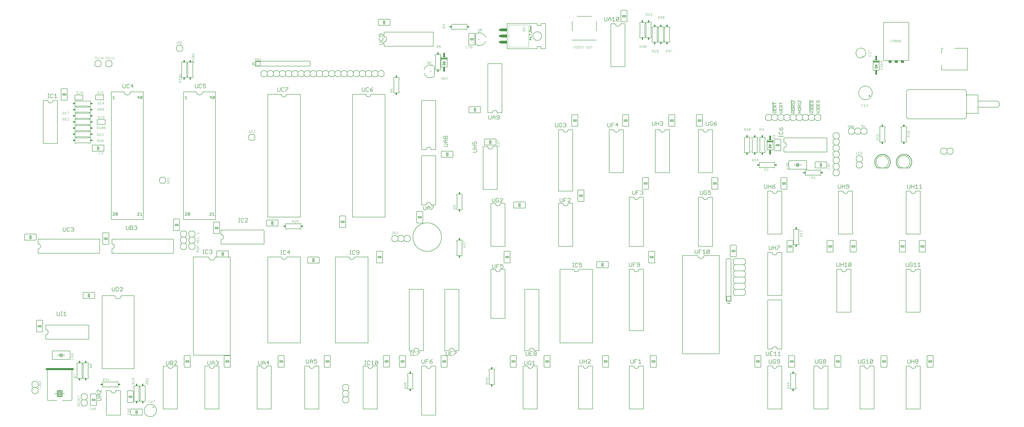
<source format=gto>
G75*
G70*
%OFA0B0*%
%FSLAX24Y24*%
%IPPOS*%
%LPD*%
%AMOC8*
5,1,8,0,0,1.08239X$1,22.5*
%
%ADD10C,0.0030*%
%ADD11C,0.0050*%
%ADD12C,0.0070*%
%ADD13C,0.0060*%
%ADD14R,0.0240X0.0340*%
%ADD15C,0.0040*%
%ADD16R,0.0340X0.0240*%
%ADD17C,0.0100*%
%ADD18C,0.0020*%
%ADD19R,0.0250X0.0300*%
%ADD20R,0.1100X0.0500*%
%ADD21R,0.1000X0.0200*%
%ADD22R,0.0300X0.0750*%
%ADD23C,0.0320*%
%ADD24C,0.0120*%
%ADD25R,0.0500X0.0350*%
%ADD26C,0.0080*%
D10*
X028666Y029976D02*
X028666Y030162D01*
X028728Y030223D01*
X028851Y030223D01*
X028913Y030162D01*
X028913Y029976D01*
X029036Y029976D02*
X028666Y029976D01*
X028913Y030100D02*
X029036Y030223D01*
X028974Y030345D02*
X029036Y030406D01*
X029036Y030530D01*
X028974Y030592D01*
X028728Y030592D01*
X028666Y030530D01*
X028666Y030406D01*
X028728Y030345D01*
X028974Y030345D01*
X029036Y030713D02*
X028666Y030713D01*
X028789Y030836D01*
X028666Y030960D01*
X029036Y030960D01*
X028974Y031450D02*
X029036Y031511D01*
X029036Y031635D01*
X028974Y031696D01*
X028913Y031696D01*
X028851Y031635D01*
X028851Y031511D01*
X028789Y031450D01*
X028728Y031450D01*
X028666Y031511D01*
X028666Y031635D01*
X028728Y031696D01*
X028666Y031818D02*
X029036Y031818D01*
X029036Y032065D01*
X029036Y032186D02*
X029036Y032433D01*
X029036Y032186D02*
X028666Y032186D01*
X028666Y032065D02*
X028666Y031818D01*
X028851Y031818D02*
X028851Y031941D01*
X028789Y032923D02*
X028666Y033046D01*
X029036Y033046D01*
X029036Y032923D02*
X029036Y033170D01*
X089916Y063290D02*
X090040Y063166D01*
X090163Y063290D01*
X090163Y063536D01*
X090284Y063536D02*
X090408Y063536D01*
X090346Y063536D02*
X090346Y063166D01*
X090284Y063166D02*
X090408Y063166D01*
X090530Y063166D02*
X090715Y063166D01*
X090777Y063228D01*
X090777Y063475D01*
X090715Y063536D01*
X090530Y063536D01*
X090530Y063166D01*
X090898Y063166D02*
X091145Y063166D01*
X091267Y063228D02*
X091328Y063166D01*
X091452Y063166D01*
X091513Y063228D01*
X091513Y063475D01*
X091452Y063536D01*
X091328Y063536D01*
X091267Y063475D01*
X091267Y063228D01*
X091022Y063351D02*
X090898Y063351D01*
X090898Y063536D02*
X090898Y063166D01*
X090898Y063536D02*
X091145Y063536D01*
X092003Y063475D02*
X092003Y063228D01*
X092065Y063166D01*
X092188Y063166D01*
X092250Y063228D01*
X092250Y063475D01*
X092188Y063536D01*
X092065Y063536D01*
X092003Y063475D01*
X092372Y063536D02*
X092372Y063228D01*
X092433Y063166D01*
X092557Y063166D01*
X092618Y063228D01*
X092618Y063536D01*
X092740Y063536D02*
X092987Y063536D01*
X092863Y063536D02*
X092863Y063166D01*
X089916Y063290D02*
X089916Y063536D01*
X134561Y050575D02*
X134561Y050328D01*
X134623Y050266D01*
X134746Y050266D01*
X134808Y050328D01*
X134808Y050451D01*
X134685Y050451D01*
X134808Y050575D02*
X134746Y050636D01*
X134623Y050636D01*
X134561Y050575D01*
X134930Y050636D02*
X135176Y050266D01*
X135176Y050636D01*
X135298Y050636D02*
X135483Y050636D01*
X135545Y050575D01*
X135545Y050328D01*
X135483Y050266D01*
X135298Y050266D01*
X135298Y050636D01*
X134930Y050636D02*
X134930Y050266D01*
D11*
X129906Y052796D02*
X129756Y052646D01*
X129456Y052646D01*
X129456Y052946D02*
X129756Y052946D01*
X129906Y052796D01*
X129906Y053107D02*
X129906Y053257D01*
X129906Y053182D02*
X129456Y053182D01*
X129456Y053107D02*
X129456Y053257D01*
X129456Y053413D02*
X129456Y053639D01*
X129531Y053714D01*
X129831Y053714D01*
X129906Y053639D01*
X129906Y053413D01*
X129456Y053413D01*
X129456Y053874D02*
X129906Y053874D01*
X129906Y054174D01*
X129831Y054334D02*
X129906Y054409D01*
X129906Y054559D01*
X129831Y054634D01*
X129531Y054634D01*
X129456Y054559D01*
X129456Y054409D01*
X129531Y054334D01*
X129831Y054334D01*
X129681Y054024D02*
X129681Y053874D01*
X129456Y053874D02*
X129456Y054174D01*
X128906Y054174D02*
X128906Y053874D01*
X128456Y053874D01*
X128456Y054174D01*
X128531Y054334D02*
X128831Y054334D01*
X128906Y054409D01*
X128906Y054559D01*
X128831Y054634D01*
X128531Y054634D01*
X128456Y054559D01*
X128456Y054409D01*
X128531Y054334D01*
X128681Y054024D02*
X128681Y053874D01*
X128531Y053714D02*
X128456Y053639D01*
X128456Y053413D01*
X128906Y053413D01*
X128906Y053639D01*
X128831Y053714D01*
X128531Y053714D01*
X128456Y053257D02*
X128456Y053107D01*
X128456Y053182D02*
X128906Y053182D01*
X128906Y053107D02*
X128906Y053257D01*
X128756Y052946D02*
X128456Y052946D01*
X128456Y052646D02*
X128756Y052646D01*
X128906Y052796D01*
X128756Y052946D01*
X128356Y052621D02*
X128356Y054770D01*
X126906Y054634D02*
X126906Y054334D01*
X126831Y054334D01*
X126531Y054634D01*
X126456Y054634D01*
X126456Y054334D01*
X126456Y054177D02*
X126456Y054027D01*
X126456Y054102D02*
X126906Y054102D01*
X126906Y054027D02*
X126906Y054177D01*
X126906Y053867D02*
X126756Y053717D01*
X126756Y053792D02*
X126756Y053567D01*
X126906Y053567D02*
X126456Y053567D01*
X126456Y053792D01*
X126531Y053867D01*
X126681Y053867D01*
X126756Y053792D01*
X126831Y053407D02*
X126531Y053407D01*
X126456Y053332D01*
X126456Y053182D01*
X126531Y053107D01*
X126831Y053107D01*
X126906Y053182D01*
X126906Y053332D01*
X126831Y053407D01*
X126906Y052946D02*
X126456Y052946D01*
X126681Y052946D02*
X126681Y052646D01*
X126906Y052646D02*
X126456Y052646D01*
X125906Y052646D02*
X125456Y052646D01*
X125356Y052621D02*
X125356Y054770D01*
X125456Y054634D02*
X125531Y054634D01*
X125831Y054334D01*
X125906Y054334D01*
X125906Y054634D01*
X125456Y054634D02*
X125456Y054334D01*
X125456Y054177D02*
X125456Y054027D01*
X125456Y054102D02*
X125906Y054102D01*
X125906Y054027D02*
X125906Y054177D01*
X125906Y053867D02*
X125756Y053717D01*
X125756Y053792D02*
X125756Y053567D01*
X125906Y053567D02*
X125456Y053567D01*
X125456Y053792D01*
X125531Y053867D01*
X125681Y053867D01*
X125756Y053792D01*
X125831Y053407D02*
X125531Y053407D01*
X125456Y053332D01*
X125456Y053182D01*
X125531Y053107D01*
X125831Y053107D01*
X125906Y053182D01*
X125906Y053332D01*
X125831Y053407D01*
X125906Y052946D02*
X125456Y052946D01*
X125681Y052946D02*
X125681Y052646D01*
X123906Y052796D02*
X123756Y052946D01*
X123456Y052946D01*
X123456Y053107D02*
X123906Y053107D01*
X123906Y053407D01*
X123906Y053567D02*
X123456Y053567D01*
X123456Y053792D01*
X123531Y053867D01*
X123681Y053867D01*
X123756Y053792D01*
X123756Y053567D01*
X123756Y053717D02*
X123906Y053867D01*
X123906Y054177D02*
X123456Y054177D01*
X123456Y054027D02*
X123456Y054327D01*
X122906Y054177D02*
X122456Y054177D01*
X122456Y054027D02*
X122456Y054327D01*
X122356Y054463D02*
X122356Y052621D01*
X122456Y052646D02*
X122756Y052646D01*
X122906Y052796D01*
X122756Y052946D01*
X122456Y052946D01*
X122456Y053107D02*
X122906Y053107D01*
X122906Y053407D01*
X122906Y053567D02*
X122456Y053567D01*
X122456Y053792D01*
X122531Y053867D01*
X122681Y053867D01*
X122756Y053792D01*
X122756Y053567D01*
X122756Y053717D02*
X122906Y053867D01*
X122456Y053407D02*
X122456Y053107D01*
X122681Y053107D02*
X122681Y053257D01*
X123456Y053407D02*
X123456Y053107D01*
X123681Y053107D02*
X123681Y053257D01*
X123906Y052796D02*
X123756Y052646D01*
X123456Y052646D01*
X153701Y052551D02*
X155701Y052551D01*
X155701Y053551D01*
X158701Y053551D01*
X158745Y053553D01*
X158788Y053559D01*
X158830Y053568D01*
X158872Y053581D01*
X158912Y053598D01*
X158951Y053618D01*
X158988Y053641D01*
X159022Y053668D01*
X159055Y053697D01*
X159084Y053730D01*
X159111Y053764D01*
X159134Y053801D01*
X159154Y053840D01*
X159171Y053880D01*
X159184Y053922D01*
X159193Y053964D01*
X159199Y054007D01*
X159201Y054051D01*
X159199Y054095D01*
X159193Y054138D01*
X159184Y054180D01*
X159171Y054222D01*
X159154Y054262D01*
X159134Y054301D01*
X159111Y054338D01*
X159084Y054372D01*
X159055Y054405D01*
X159022Y054434D01*
X158988Y054461D01*
X158951Y054484D01*
X158912Y054504D01*
X158872Y054521D01*
X158830Y054534D01*
X158788Y054543D01*
X158745Y054549D01*
X158701Y054551D01*
X155701Y054551D01*
X155701Y053551D01*
X155701Y054551D02*
X155701Y055551D01*
X153701Y055551D01*
X113651Y029401D02*
X111151Y029401D01*
X111149Y029357D01*
X111143Y029314D01*
X111134Y029272D01*
X111121Y029230D01*
X111104Y029190D01*
X111084Y029151D01*
X111061Y029114D01*
X111034Y029080D01*
X111005Y029047D01*
X110972Y029018D01*
X110938Y028991D01*
X110901Y028968D01*
X110862Y028948D01*
X110822Y028931D01*
X110780Y028918D01*
X110738Y028909D01*
X110695Y028903D01*
X110651Y028901D01*
X110607Y028903D01*
X110564Y028909D01*
X110522Y028918D01*
X110480Y028931D01*
X110440Y028948D01*
X110401Y028968D01*
X110364Y028991D01*
X110330Y029018D01*
X110297Y029047D01*
X110268Y029080D01*
X110241Y029114D01*
X110218Y029151D01*
X110198Y029190D01*
X110181Y029230D01*
X110168Y029272D01*
X110159Y029314D01*
X110153Y029357D01*
X110151Y029401D01*
X107651Y029401D01*
X107651Y013401D01*
X113651Y013401D01*
X113651Y029401D01*
X115326Y021753D02*
X115326Y021526D01*
X115326Y021640D02*
X114986Y021640D01*
X115099Y021526D01*
X066751Y058356D02*
X066751Y058514D01*
X067301Y058577D02*
X067301Y060226D01*
X066751Y060288D02*
X066751Y060446D01*
X066751Y059514D02*
X066751Y059288D01*
X067301Y060226D02*
X067250Y060263D01*
X067197Y060298D01*
X067141Y060330D01*
X067084Y060358D01*
X067025Y060382D01*
X066965Y060403D01*
X066904Y060420D01*
X066842Y060434D01*
X066779Y060443D01*
X066716Y060449D01*
X066652Y060451D01*
X066588Y060449D01*
X066525Y060443D01*
X066462Y060434D01*
X066400Y060421D01*
X066339Y060403D01*
X066279Y060383D01*
X066220Y060358D01*
X066163Y060331D01*
X066107Y060299D01*
X066054Y060265D01*
X066003Y060227D01*
X065954Y060186D01*
X065908Y060142D01*
X065864Y060096D01*
X065823Y060047D01*
X065786Y059996D01*
X065751Y059942D01*
X065720Y059887D01*
X065692Y059830D01*
X065668Y059771D01*
X065648Y059711D01*
X065648Y059091D02*
X065668Y059032D01*
X065691Y058975D01*
X065718Y058918D01*
X065749Y058864D01*
X065782Y058811D01*
X065819Y058761D01*
X065858Y058712D01*
X065901Y058667D01*
X065946Y058623D01*
X065993Y058583D01*
X066043Y058545D01*
X066095Y058510D01*
X066149Y058479D01*
X066204Y058451D01*
X066261Y058426D01*
X066320Y058405D01*
X066380Y058387D01*
X066441Y058372D01*
X066502Y058362D01*
X066564Y058355D01*
X066626Y058351D01*
X066689Y058352D01*
X066751Y058356D01*
X066811Y058363D01*
X066870Y058374D01*
X066928Y058388D01*
X066985Y058406D01*
X067042Y058426D01*
X067097Y058450D01*
X067151Y058477D01*
X067203Y058508D01*
X067253Y058541D01*
X067301Y058576D01*
X074001Y063827D02*
X074001Y065476D01*
X074551Y065538D02*
X074551Y065696D01*
X074551Y064764D02*
X074551Y064538D01*
X074001Y065476D02*
X074049Y065511D01*
X074099Y065544D01*
X074151Y065575D01*
X074205Y065602D01*
X074260Y065626D01*
X074317Y065646D01*
X074374Y065664D01*
X074432Y065678D01*
X074491Y065689D01*
X074551Y065696D01*
X075654Y064341D02*
X075634Y064281D01*
X075610Y064222D01*
X075582Y064165D01*
X075551Y064110D01*
X075516Y064056D01*
X075479Y064005D01*
X075438Y063956D01*
X075394Y063910D01*
X075348Y063866D01*
X075299Y063825D01*
X075248Y063787D01*
X075195Y063753D01*
X075139Y063721D01*
X075082Y063694D01*
X075023Y063669D01*
X074963Y063649D01*
X074902Y063631D01*
X074840Y063618D01*
X074777Y063609D01*
X074714Y063603D01*
X074650Y063601D01*
X074586Y063603D01*
X074523Y063609D01*
X074460Y063618D01*
X074398Y063632D01*
X074337Y063649D01*
X074277Y063670D01*
X074218Y063694D01*
X074161Y063722D01*
X074105Y063754D01*
X074052Y063789D01*
X074001Y063826D01*
X074551Y063764D02*
X074551Y063606D01*
X075654Y064961D02*
X075634Y065020D01*
X075611Y065077D01*
X075584Y065134D01*
X075553Y065188D01*
X075520Y065241D01*
X075483Y065291D01*
X075444Y065340D01*
X075401Y065385D01*
X075356Y065429D01*
X075309Y065469D01*
X075259Y065507D01*
X075207Y065542D01*
X075153Y065573D01*
X075098Y065601D01*
X075041Y065626D01*
X074982Y065647D01*
X074922Y065665D01*
X074861Y065680D01*
X074800Y065690D01*
X074738Y065697D01*
X074676Y065701D01*
X074613Y065700D01*
X074551Y065696D01*
X079151Y067201D02*
X079151Y063101D01*
X084051Y063101D01*
X084051Y063451D01*
X084651Y063451D01*
X084651Y063101D01*
X085401Y063101D01*
X085401Y067201D01*
X084651Y067201D01*
X084651Y066851D01*
X084051Y066851D01*
X084051Y067201D01*
X079151Y067201D01*
X082776Y066076D02*
X082776Y065849D01*
X082946Y065849D01*
X082889Y065962D01*
X082889Y066019D01*
X082946Y066076D01*
X083059Y066076D01*
X083116Y066019D01*
X083116Y065906D01*
X083059Y065849D01*
X083059Y065723D02*
X083059Y065666D01*
X083116Y065666D01*
X083116Y065723D01*
X083059Y065723D01*
X083116Y065723D02*
X083230Y065609D01*
X083116Y065250D02*
X083059Y065250D01*
X082833Y065477D01*
X082776Y065477D01*
X082776Y065250D01*
X082776Y065005D02*
X083116Y065005D01*
X083116Y065118D02*
X083116Y064891D01*
X083116Y064759D02*
X082889Y064759D01*
X082776Y064646D01*
X082889Y064532D01*
X083116Y064532D01*
X082946Y064532D02*
X082946Y064759D01*
X082889Y064891D02*
X082776Y065005D01*
X082889Y066208D02*
X082889Y066265D01*
X082946Y066321D01*
X082889Y066378D01*
X082946Y066435D01*
X083116Y066435D01*
X083116Y066321D02*
X082946Y066321D01*
X082889Y066208D02*
X083116Y066208D01*
X083116Y066567D02*
X082889Y066567D01*
X082889Y066624D01*
X082946Y066680D01*
X082889Y066737D01*
X082946Y066794D01*
X083116Y066794D01*
X083116Y066680D02*
X082946Y066680D01*
X083341Y065151D02*
X083343Y065204D01*
X083349Y065257D01*
X083359Y065309D01*
X083373Y065360D01*
X083390Y065410D01*
X083411Y065459D01*
X083436Y065506D01*
X083464Y065551D01*
X083496Y065594D01*
X083531Y065634D01*
X083568Y065671D01*
X083608Y065706D01*
X083651Y065738D01*
X083696Y065766D01*
X083743Y065791D01*
X083792Y065812D01*
X083842Y065829D01*
X083893Y065843D01*
X083945Y065853D01*
X083998Y065859D01*
X084051Y065861D01*
X084104Y065859D01*
X084157Y065853D01*
X084209Y065843D01*
X084260Y065829D01*
X084310Y065812D01*
X084359Y065791D01*
X084406Y065766D01*
X084451Y065738D01*
X084494Y065706D01*
X084534Y065671D01*
X084571Y065634D01*
X084606Y065594D01*
X084638Y065551D01*
X084666Y065506D01*
X084691Y065459D01*
X084712Y065410D01*
X084729Y065360D01*
X084743Y065309D01*
X084753Y065257D01*
X084759Y065204D01*
X084761Y065151D01*
X084759Y065098D01*
X084753Y065045D01*
X084743Y064993D01*
X084729Y064942D01*
X084712Y064892D01*
X084691Y064843D01*
X084666Y064796D01*
X084638Y064751D01*
X084606Y064708D01*
X084571Y064668D01*
X084534Y064631D01*
X084494Y064596D01*
X084451Y064564D01*
X084406Y064536D01*
X084359Y064511D01*
X084310Y064490D01*
X084260Y064473D01*
X084209Y064459D01*
X084157Y064449D01*
X084104Y064443D01*
X084051Y064441D01*
X083998Y064443D01*
X083945Y064449D01*
X083893Y064459D01*
X083842Y064473D01*
X083792Y064490D01*
X083743Y064511D01*
X083696Y064536D01*
X083651Y064564D01*
X083608Y064596D01*
X083568Y064631D01*
X083531Y064668D01*
X083496Y064708D01*
X083464Y064751D01*
X083436Y064796D01*
X083411Y064843D01*
X083390Y064892D01*
X083373Y064942D01*
X083359Y064993D01*
X083349Y065045D01*
X083343Y065098D01*
X083341Y065151D01*
X038003Y060476D02*
X037776Y060476D01*
X037890Y060476D02*
X037890Y060816D01*
X037776Y060703D01*
X031751Y056051D02*
X029651Y056051D01*
X029649Y056007D01*
X029643Y055964D01*
X029634Y055922D01*
X029621Y055880D01*
X029604Y055840D01*
X029584Y055801D01*
X029561Y055764D01*
X029534Y055730D01*
X029505Y055697D01*
X029472Y055668D01*
X029438Y055641D01*
X029401Y055618D01*
X029362Y055598D01*
X029322Y055581D01*
X029280Y055568D01*
X029238Y055559D01*
X029195Y055553D01*
X029151Y055551D01*
X029107Y055553D01*
X029064Y055559D01*
X029022Y055568D01*
X028980Y055581D01*
X028940Y055598D01*
X028901Y055618D01*
X028864Y055641D01*
X028830Y055668D01*
X028797Y055697D01*
X028768Y055730D01*
X028741Y055764D01*
X028718Y055801D01*
X028698Y055840D01*
X028681Y055880D01*
X028668Y055922D01*
X028659Y055964D01*
X028653Y056007D01*
X028651Y056051D01*
X026551Y056051D01*
X026551Y035251D01*
X031751Y035251D01*
X031751Y056051D01*
X031492Y055377D02*
X031567Y055301D01*
X031267Y055001D01*
X031342Y054926D01*
X031492Y054926D01*
X031567Y055001D01*
X031567Y055301D01*
X031492Y055377D02*
X031342Y055377D01*
X031267Y055301D01*
X031267Y055001D01*
X031106Y055151D02*
X030806Y055151D01*
X031031Y055377D01*
X031031Y054926D01*
X027106Y054926D02*
X026806Y054926D01*
X026956Y054926D02*
X026956Y055377D01*
X026806Y055226D01*
X020001Y056051D02*
X020001Y035251D01*
X014801Y035251D01*
X014801Y056051D01*
X016901Y056051D01*
X016903Y056007D01*
X016909Y055964D01*
X016918Y055922D01*
X016931Y055880D01*
X016948Y055840D01*
X016968Y055801D01*
X016991Y055764D01*
X017018Y055730D01*
X017047Y055697D01*
X017080Y055668D01*
X017114Y055641D01*
X017151Y055618D01*
X017190Y055598D01*
X017230Y055581D01*
X017272Y055568D01*
X017314Y055559D01*
X017357Y055553D01*
X017401Y055551D01*
X017445Y055553D01*
X017488Y055559D01*
X017530Y055568D01*
X017572Y055581D01*
X017612Y055598D01*
X017651Y055618D01*
X017688Y055641D01*
X017722Y055668D01*
X017755Y055697D01*
X017784Y055730D01*
X017811Y055764D01*
X017834Y055801D01*
X017854Y055840D01*
X017871Y055880D01*
X017884Y055922D01*
X017893Y055964D01*
X017899Y056007D01*
X017901Y056051D01*
X020001Y056051D01*
X019742Y055377D02*
X019817Y055301D01*
X019517Y055001D01*
X019592Y054926D01*
X019742Y054926D01*
X019817Y055001D01*
X019817Y055301D01*
X019742Y055377D02*
X019592Y055377D01*
X019517Y055301D01*
X019517Y055001D01*
X019356Y055151D02*
X019056Y055151D01*
X019281Y055377D01*
X019281Y054926D01*
X015356Y054926D02*
X015056Y054926D01*
X015206Y054926D02*
X015206Y055377D01*
X015056Y055226D01*
X015131Y036387D02*
X015056Y036311D01*
X015131Y036387D02*
X015281Y036387D01*
X015356Y036311D01*
X015356Y036236D01*
X015056Y035936D01*
X015356Y035936D01*
X015517Y036011D02*
X015817Y036311D01*
X015817Y036011D01*
X015742Y035936D01*
X015592Y035936D01*
X015517Y036011D01*
X015517Y036311D01*
X015592Y036387D01*
X015742Y036387D01*
X015817Y036311D01*
X019056Y036301D02*
X019131Y036377D01*
X019281Y036377D01*
X019356Y036301D01*
X019356Y036226D01*
X019056Y035926D01*
X019356Y035926D01*
X019517Y035926D02*
X019817Y035926D01*
X019667Y035926D02*
X019667Y036377D01*
X019517Y036226D01*
X026806Y036311D02*
X026881Y036387D01*
X027031Y036387D01*
X027106Y036311D01*
X027106Y036236D01*
X026806Y035936D01*
X027106Y035936D01*
X027267Y036011D02*
X027567Y036311D01*
X027567Y036011D01*
X027492Y035936D01*
X027342Y035936D01*
X027267Y036011D01*
X027267Y036311D01*
X027342Y036387D01*
X027492Y036387D01*
X027567Y036311D01*
X030806Y036301D02*
X030881Y036377D01*
X031031Y036377D01*
X031106Y036301D01*
X031106Y036226D01*
X030806Y035926D01*
X031106Y035926D01*
X031267Y035926D02*
X031567Y035926D01*
X031417Y035926D02*
X031417Y036377D01*
X031267Y036226D01*
X031651Y029151D02*
X031649Y029107D01*
X031643Y029064D01*
X031634Y029022D01*
X031621Y028980D01*
X031604Y028940D01*
X031584Y028901D01*
X031561Y028864D01*
X031534Y028830D01*
X031505Y028797D01*
X031472Y028768D01*
X031438Y028741D01*
X031401Y028718D01*
X031362Y028698D01*
X031322Y028681D01*
X031280Y028668D01*
X031238Y028659D01*
X031195Y028653D01*
X031151Y028651D01*
X031107Y028653D01*
X031064Y028659D01*
X031022Y028668D01*
X030980Y028681D01*
X030940Y028698D01*
X030901Y028718D01*
X030864Y028741D01*
X030830Y028768D01*
X030797Y028797D01*
X030768Y028830D01*
X030741Y028864D01*
X030718Y028901D01*
X030698Y028940D01*
X030681Y028980D01*
X030668Y029022D01*
X030659Y029064D01*
X030653Y029107D01*
X030651Y029151D01*
X028151Y029151D01*
X028151Y013151D01*
X034151Y013151D01*
X034151Y029151D01*
X031651Y029151D01*
D12*
X035486Y034836D02*
X035696Y034836D01*
X035591Y034836D02*
X035591Y035467D01*
X035486Y035467D02*
X035696Y035467D01*
X035916Y035362D02*
X036021Y035467D01*
X036231Y035467D01*
X036336Y035362D01*
X036560Y035362D02*
X036665Y035467D01*
X036876Y035467D01*
X036981Y035362D01*
X036981Y035257D01*
X036560Y034836D01*
X036981Y034836D01*
X036336Y034941D02*
X036231Y034836D01*
X036021Y034836D01*
X035916Y034941D01*
X035916Y035362D01*
X016646Y024112D02*
X016540Y024217D01*
X016330Y024217D01*
X016225Y024112D01*
X016001Y024112D02*
X015896Y024217D01*
X015581Y024217D01*
X015581Y023586D01*
X015896Y023586D01*
X016001Y023691D01*
X016001Y024112D01*
X016225Y023586D02*
X016646Y024007D01*
X016646Y024112D01*
X016646Y023586D02*
X016225Y023586D01*
X015357Y023691D02*
X015357Y024217D01*
X014936Y024217D02*
X014936Y023691D01*
X015041Y023586D01*
X015251Y023586D01*
X015357Y023691D01*
X007271Y020217D02*
X007271Y019586D01*
X007481Y019586D02*
X007060Y019586D01*
X006841Y019586D02*
X006631Y019586D01*
X006736Y019586D02*
X006736Y020217D01*
X006631Y020217D02*
X006841Y020217D01*
X007060Y020007D02*
X007271Y020217D01*
X006407Y020217D02*
X006407Y019691D01*
X006301Y019586D01*
X006091Y019586D01*
X005986Y019691D01*
X005986Y020217D01*
X023736Y012217D02*
X023736Y011691D01*
X023841Y011586D01*
X024051Y011586D01*
X024157Y011691D01*
X024157Y012217D01*
X024381Y012217D02*
X024696Y012217D01*
X024801Y012112D01*
X024801Y012007D01*
X024696Y011901D01*
X024381Y011901D01*
X024381Y011586D02*
X024696Y011586D01*
X024801Y011691D01*
X024801Y011796D01*
X024696Y011901D01*
X025025Y012112D02*
X025130Y012217D01*
X025340Y012217D01*
X025446Y012112D01*
X025446Y012007D01*
X025025Y011586D01*
X025446Y011586D01*
X024381Y011586D02*
X024381Y012217D01*
X030486Y012217D02*
X030486Y011691D01*
X030591Y011586D01*
X030801Y011586D01*
X030907Y011691D01*
X030907Y012217D01*
X031131Y012007D02*
X031341Y012217D01*
X031551Y012007D01*
X031551Y011586D01*
X031775Y011691D02*
X031880Y011586D01*
X032090Y011586D01*
X032196Y011691D01*
X032196Y011796D01*
X032090Y011901D01*
X031985Y011901D01*
X032090Y011901D02*
X032196Y012007D01*
X032196Y012112D01*
X032090Y012217D01*
X031880Y012217D01*
X031775Y012112D01*
X031551Y011901D02*
X031131Y011901D01*
X031131Y012007D02*
X031131Y011586D01*
X038736Y011691D02*
X038841Y011586D01*
X039051Y011586D01*
X039157Y011691D01*
X039157Y012217D01*
X039381Y012007D02*
X039591Y012217D01*
X039801Y012007D01*
X039801Y011586D01*
X039801Y011901D02*
X039381Y011901D01*
X039381Y012007D02*
X039381Y011586D01*
X038736Y011691D02*
X038736Y012217D01*
X040025Y011901D02*
X040446Y011901D01*
X040340Y011586D02*
X040340Y012217D01*
X040025Y011901D01*
X046486Y011941D02*
X046591Y011836D01*
X046801Y011836D01*
X046907Y011941D01*
X046907Y012467D01*
X047131Y012257D02*
X047341Y012467D01*
X047551Y012257D01*
X047551Y011836D01*
X047775Y011941D02*
X047880Y011836D01*
X048090Y011836D01*
X048196Y011941D01*
X048196Y012151D01*
X048090Y012257D01*
X047985Y012257D01*
X047775Y012151D01*
X047775Y012467D01*
X048196Y012467D01*
X047551Y012151D02*
X047131Y012151D01*
X047131Y012257D02*
X047131Y011836D01*
X046486Y011941D02*
X046486Y012467D01*
X055986Y012217D02*
X056196Y012217D01*
X056091Y012217D02*
X056091Y011586D01*
X055986Y011586D02*
X056196Y011586D01*
X056416Y011691D02*
X056521Y011586D01*
X056731Y011586D01*
X056836Y011691D01*
X057060Y011586D02*
X057481Y011586D01*
X057271Y011586D02*
X057271Y012217D01*
X057060Y012007D01*
X056836Y012112D02*
X056731Y012217D01*
X056521Y012217D01*
X056416Y012112D01*
X056416Y011691D01*
X057705Y011691D02*
X058125Y012112D01*
X058125Y011691D01*
X058020Y011586D01*
X057810Y011586D01*
X057705Y011691D01*
X057705Y012112D01*
X057810Y012217D01*
X058020Y012217D01*
X058125Y012112D01*
X065286Y011941D02*
X065391Y011836D01*
X065601Y011836D01*
X065707Y011941D01*
X065707Y012467D01*
X065931Y012467D02*
X066351Y012467D01*
X066141Y012151D02*
X065931Y012151D01*
X065931Y011836D02*
X065931Y012467D01*
X065286Y012467D02*
X065286Y011941D01*
X066575Y011941D02*
X066680Y011836D01*
X066890Y011836D01*
X066996Y011941D01*
X066996Y012046D01*
X066890Y012151D01*
X066575Y012151D01*
X066575Y011941D01*
X066575Y012151D02*
X066785Y012362D01*
X066996Y012467D01*
X081986Y012217D02*
X081986Y011691D01*
X082091Y011586D01*
X082301Y011586D01*
X082407Y011691D01*
X082407Y012217D01*
X082631Y012112D02*
X082631Y011691D01*
X082736Y011586D01*
X082946Y011586D01*
X083051Y011691D01*
X083051Y011901D01*
X082841Y011901D01*
X083051Y012112D02*
X082946Y012217D01*
X082736Y012217D01*
X082631Y012112D01*
X083275Y012007D02*
X083485Y012217D01*
X083485Y011586D01*
X083275Y011586D02*
X083696Y011586D01*
X090986Y011941D02*
X091091Y011836D01*
X091301Y011836D01*
X091407Y011941D01*
X091407Y012467D01*
X091631Y012467D02*
X091631Y011836D01*
X091631Y012151D02*
X092051Y012151D01*
X092275Y012362D02*
X092380Y012467D01*
X092590Y012467D01*
X092696Y012362D01*
X092696Y012257D01*
X092275Y011836D01*
X092696Y011836D01*
X092051Y011836D02*
X092051Y012467D01*
X090986Y012467D02*
X090986Y011941D01*
X099236Y011941D02*
X099341Y011836D01*
X099551Y011836D01*
X099657Y011941D01*
X099657Y012467D01*
X099881Y012467D02*
X100301Y012467D01*
X100525Y012257D02*
X100735Y012467D01*
X100735Y011836D01*
X100525Y011836D02*
X100946Y011836D01*
X100091Y012151D02*
X099881Y012151D01*
X099881Y011836D02*
X099881Y012467D01*
X099236Y012467D02*
X099236Y011941D01*
X121258Y013191D02*
X121363Y013086D01*
X121573Y013086D01*
X121678Y013191D01*
X121678Y013717D01*
X121903Y013717D02*
X121903Y013086D01*
X122323Y013086D01*
X122547Y013086D02*
X122967Y013086D01*
X122757Y013086D02*
X122757Y013717D01*
X122547Y013507D01*
X122323Y013717D02*
X121903Y013717D01*
X121903Y013401D02*
X122113Y013401D01*
X121258Y013191D02*
X121258Y013717D01*
X121736Y012467D02*
X121736Y011941D01*
X121841Y011836D01*
X122051Y011836D01*
X122157Y011941D01*
X122157Y012467D01*
X122381Y012362D02*
X122381Y011941D01*
X122486Y011836D01*
X122696Y011836D01*
X122801Y011941D01*
X122801Y012151D01*
X122591Y012151D01*
X122801Y012362D02*
X122696Y012467D01*
X122486Y012467D01*
X122381Y012362D01*
X123025Y012362D02*
X123025Y012257D01*
X123130Y012151D01*
X123446Y012151D01*
X123446Y011941D02*
X123446Y012362D01*
X123340Y012467D01*
X123130Y012467D01*
X123025Y012362D01*
X123025Y011941D02*
X123130Y011836D01*
X123340Y011836D01*
X123446Y011941D01*
X123402Y013086D02*
X123402Y013717D01*
X123192Y013507D01*
X123192Y013086D02*
X123612Y013086D01*
X129236Y012467D02*
X129236Y011941D01*
X129341Y011836D01*
X129551Y011836D01*
X129657Y011941D01*
X129657Y012467D01*
X129881Y012362D02*
X129881Y011941D01*
X129986Y011836D01*
X130196Y011836D01*
X130301Y011941D01*
X130301Y012151D01*
X130091Y012151D01*
X130301Y012362D02*
X130196Y012467D01*
X129986Y012467D01*
X129881Y012362D01*
X130525Y012362D02*
X130525Y012257D01*
X130630Y012151D01*
X130840Y012151D01*
X130946Y012046D01*
X130946Y011941D01*
X130840Y011836D01*
X130630Y011836D01*
X130525Y011941D01*
X130525Y012046D01*
X130630Y012151D01*
X130840Y012151D02*
X130946Y012257D01*
X130946Y012362D01*
X130840Y012467D01*
X130630Y012467D01*
X130525Y012362D01*
X136236Y012467D02*
X136236Y011941D01*
X136341Y011836D01*
X136551Y011836D01*
X136657Y011941D01*
X136657Y012467D01*
X136881Y012362D02*
X136881Y011941D01*
X136986Y011836D01*
X137196Y011836D01*
X137301Y011941D01*
X137301Y012151D01*
X137091Y012151D01*
X137301Y012362D02*
X137196Y012467D01*
X136986Y012467D01*
X136881Y012362D01*
X137525Y012257D02*
X137735Y012467D01*
X137735Y011836D01*
X137525Y011836D02*
X137946Y011836D01*
X138170Y011941D02*
X138590Y012362D01*
X138590Y011941D01*
X138485Y011836D01*
X138275Y011836D01*
X138170Y011941D01*
X138170Y012362D01*
X138275Y012467D01*
X138485Y012467D01*
X138590Y012362D01*
X144236Y012467D02*
X144236Y011941D01*
X144341Y011836D01*
X144551Y011836D01*
X144657Y011941D01*
X144657Y012467D01*
X144881Y012467D02*
X144881Y011836D01*
X144881Y012151D02*
X145301Y012151D01*
X145525Y012046D02*
X145630Y012151D01*
X145840Y012151D01*
X145946Y012046D01*
X145946Y011941D01*
X145840Y011836D01*
X145630Y011836D01*
X145525Y011941D01*
X145525Y012046D01*
X145630Y012151D02*
X145525Y012257D01*
X145525Y012362D01*
X145630Y012467D01*
X145840Y012467D01*
X145946Y012362D01*
X145946Y012257D01*
X145840Y012151D01*
X145301Y012467D02*
X145301Y011836D01*
X145275Y027586D02*
X145696Y027586D01*
X145485Y027586D02*
X145485Y028217D01*
X145275Y028007D01*
X145051Y028112D02*
X144946Y028217D01*
X144736Y028217D01*
X144631Y028112D01*
X144631Y027691D01*
X144736Y027586D01*
X144946Y027586D01*
X145051Y027691D01*
X145051Y027901D01*
X144841Y027901D01*
X144407Y027691D02*
X144407Y028217D01*
X143986Y028217D02*
X143986Y027691D01*
X144091Y027586D01*
X144301Y027586D01*
X144407Y027691D01*
X145920Y027586D02*
X146340Y027586D01*
X146130Y027586D02*
X146130Y028217D01*
X145920Y028007D01*
X135090Y028112D02*
X134670Y027691D01*
X134775Y027586D01*
X134985Y027586D01*
X135090Y027691D01*
X135090Y028112D01*
X134985Y028217D01*
X134775Y028217D01*
X134670Y028112D01*
X134670Y027691D01*
X134446Y027586D02*
X134025Y027586D01*
X134235Y027586D02*
X134235Y028217D01*
X134025Y028007D01*
X133801Y027901D02*
X133381Y027901D01*
X133157Y027691D02*
X133157Y028217D01*
X133381Y028217D02*
X133381Y027586D01*
X133157Y027691D02*
X133051Y027586D01*
X132841Y027586D01*
X132736Y027691D01*
X132736Y028217D01*
X133801Y028217D02*
X133801Y027586D01*
X123446Y030862D02*
X123025Y030441D01*
X123025Y030336D01*
X122801Y030336D02*
X122801Y030967D01*
X123025Y030967D02*
X123446Y030967D01*
X123446Y030862D01*
X122801Y030651D02*
X122381Y030651D01*
X122157Y030441D02*
X122157Y030967D01*
X122381Y030967D02*
X122381Y030336D01*
X122157Y030441D02*
X122051Y030336D01*
X121841Y030336D01*
X121736Y030441D01*
X121736Y030967D01*
X112246Y039441D02*
X112140Y039336D01*
X111930Y039336D01*
X111825Y039441D01*
X111825Y039651D02*
X112035Y039757D01*
X112140Y039757D01*
X112246Y039651D01*
X112246Y039441D01*
X111825Y039651D02*
X111825Y039967D01*
X112246Y039967D01*
X111601Y039862D02*
X111496Y039967D01*
X111286Y039967D01*
X111181Y039862D01*
X111181Y039441D01*
X111286Y039336D01*
X111496Y039336D01*
X111601Y039441D01*
X111601Y039651D01*
X111391Y039651D01*
X110957Y039441D02*
X110957Y039967D01*
X110536Y039967D02*
X110536Y039441D01*
X110641Y039336D01*
X110851Y039336D01*
X110957Y039441D01*
X101246Y039441D02*
X101140Y039336D01*
X100930Y039336D01*
X100825Y039441D01*
X101035Y039651D02*
X101140Y039651D01*
X101246Y039546D01*
X101246Y039441D01*
X101140Y039651D02*
X101246Y039757D01*
X101246Y039862D01*
X101140Y039967D01*
X100930Y039967D01*
X100825Y039862D01*
X100601Y039967D02*
X100181Y039967D01*
X100181Y039336D01*
X099957Y039441D02*
X099957Y039967D01*
X100181Y039651D02*
X100391Y039651D01*
X099957Y039441D02*
X099851Y039336D01*
X099641Y039336D01*
X099536Y039441D01*
X099536Y039967D01*
X089446Y038612D02*
X089340Y038717D01*
X089130Y038717D01*
X089025Y038612D01*
X088801Y038717D02*
X088381Y038717D01*
X088381Y038086D01*
X088157Y038191D02*
X088157Y038717D01*
X088381Y038401D02*
X088591Y038401D01*
X088157Y038191D02*
X088051Y038086D01*
X087841Y038086D01*
X087736Y038191D01*
X087736Y038717D01*
X089025Y038086D02*
X089446Y038507D01*
X089446Y038612D01*
X089446Y038086D02*
X089025Y038086D01*
X078446Y038086D02*
X078025Y038086D01*
X078446Y038507D01*
X078446Y038612D01*
X078340Y038717D01*
X078130Y038717D01*
X078025Y038612D01*
X077801Y038612D02*
X077696Y038717D01*
X077486Y038717D01*
X077381Y038612D01*
X077381Y038191D01*
X077486Y038086D01*
X077696Y038086D01*
X077801Y038191D01*
X077801Y038401D01*
X077591Y038401D01*
X077157Y038191D02*
X077157Y038717D01*
X076736Y038717D02*
X076736Y038191D01*
X076841Y038086D01*
X077051Y038086D01*
X077157Y038191D01*
X067246Y037467D02*
X067246Y037362D01*
X066825Y036941D01*
X066825Y036836D01*
X066601Y036836D02*
X066601Y037257D01*
X066391Y037467D01*
X066181Y037257D01*
X066181Y036836D01*
X065957Y036941D02*
X065957Y037467D01*
X066181Y037151D02*
X066601Y037151D01*
X066825Y037467D02*
X067246Y037467D01*
X065957Y036941D02*
X065851Y036836D01*
X065641Y036836D01*
X065536Y036941D01*
X065536Y037467D01*
X073586Y046236D02*
X074111Y046236D01*
X074216Y046341D01*
X074216Y046551D01*
X074111Y046657D01*
X073586Y046657D01*
X073586Y046881D02*
X074216Y046881D01*
X073901Y046881D02*
X073901Y047301D01*
X073901Y047525D02*
X073796Y047735D01*
X073796Y047840D01*
X073901Y047946D01*
X074111Y047946D01*
X074216Y047840D01*
X074216Y047630D01*
X074111Y047525D01*
X073901Y047525D02*
X073586Y047525D01*
X073586Y047946D01*
X073586Y047301D02*
X074216Y047301D01*
X069466Y047258D02*
X069466Y047468D01*
X069361Y047573D01*
X068836Y047573D01*
X069046Y047797D02*
X068836Y048007D01*
X069046Y048217D01*
X069466Y048217D01*
X069361Y048442D02*
X069256Y048442D01*
X069151Y048547D01*
X069151Y048757D01*
X069256Y048862D01*
X069361Y048862D01*
X069466Y048757D01*
X069466Y048547D01*
X069361Y048442D01*
X069151Y048547D02*
X069046Y048442D01*
X068941Y048442D01*
X068836Y048547D01*
X068836Y048757D01*
X068941Y048862D01*
X069046Y048862D01*
X069151Y048757D01*
X069151Y048217D02*
X069151Y047797D01*
X069046Y047797D02*
X069466Y047797D01*
X069466Y047258D02*
X069361Y047153D01*
X068836Y047153D01*
X076153Y051691D02*
X076258Y051586D01*
X076468Y051586D01*
X076573Y051691D01*
X076573Y052217D01*
X076797Y052007D02*
X077007Y052217D01*
X077217Y052007D01*
X077217Y051586D01*
X077442Y051691D02*
X077547Y051586D01*
X077757Y051586D01*
X077862Y051691D01*
X077862Y052112D01*
X077757Y052217D01*
X077547Y052217D01*
X077442Y052112D01*
X077442Y052007D01*
X077547Y051901D01*
X077862Y051901D01*
X077217Y051901D02*
X076797Y051901D01*
X076797Y052007D02*
X076797Y051586D01*
X076153Y051691D02*
X076153Y052217D01*
X095486Y050967D02*
X095486Y050441D01*
X095591Y050336D01*
X095801Y050336D01*
X095907Y050441D01*
X095907Y050967D01*
X096131Y050967D02*
X096551Y050967D01*
X096341Y050651D02*
X096131Y050651D01*
X096131Y050336D02*
X096131Y050967D01*
X096775Y050651D02*
X097196Y050651D01*
X097090Y050336D02*
X097090Y050967D01*
X096775Y050651D01*
X102736Y050691D02*
X102841Y050586D01*
X103051Y050586D01*
X103157Y050691D01*
X103157Y051217D01*
X103381Y051217D02*
X103381Y050586D01*
X103381Y050901D02*
X103801Y050901D01*
X104025Y050691D02*
X104130Y050586D01*
X104340Y050586D01*
X104446Y050691D01*
X104446Y050796D01*
X104340Y050901D01*
X104235Y050901D01*
X104340Y050901D02*
X104446Y051007D01*
X104446Y051112D01*
X104340Y051217D01*
X104130Y051217D01*
X104025Y051112D01*
X103801Y051217D02*
X103801Y050586D01*
X102736Y050691D02*
X102736Y051217D01*
X111486Y051217D02*
X111486Y050691D01*
X111591Y050586D01*
X111801Y050586D01*
X111907Y050691D01*
X111907Y051217D01*
X112131Y051112D02*
X112131Y050691D01*
X112236Y050586D01*
X112446Y050586D01*
X112551Y050691D01*
X112551Y050901D01*
X112341Y050901D01*
X112551Y051112D02*
X112446Y051217D01*
X112236Y051217D01*
X112131Y051112D01*
X112775Y050901D02*
X113090Y050901D01*
X113196Y050796D01*
X113196Y050691D01*
X113090Y050586D01*
X112880Y050586D01*
X112775Y050691D01*
X112775Y050901D01*
X112985Y051112D01*
X113196Y051217D01*
X123336Y050231D02*
X123441Y050021D01*
X123651Y049810D01*
X123651Y050126D01*
X123756Y050231D01*
X123861Y050231D01*
X123966Y050126D01*
X123966Y049915D01*
X123861Y049810D01*
X123651Y049810D01*
X123861Y049586D02*
X123966Y049481D01*
X123966Y049271D01*
X123861Y049166D01*
X123441Y049166D01*
X123336Y049271D01*
X123336Y049481D01*
X123441Y049586D01*
X123336Y048946D02*
X123336Y048736D01*
X123336Y048841D02*
X123966Y048841D01*
X123966Y048736D02*
X123966Y048946D01*
X122696Y040967D02*
X122485Y040862D01*
X122275Y040651D01*
X122590Y040651D01*
X122696Y040546D01*
X122696Y040441D01*
X122590Y040336D01*
X122380Y040336D01*
X122275Y040441D01*
X122275Y040651D01*
X122051Y040651D02*
X121631Y040651D01*
X121407Y040441D02*
X121407Y040967D01*
X121631Y040967D02*
X121631Y040336D01*
X121407Y040441D02*
X121301Y040336D01*
X121091Y040336D01*
X120986Y040441D01*
X120986Y040967D01*
X122051Y040967D02*
X122051Y040336D01*
X132986Y040441D02*
X133091Y040336D01*
X133301Y040336D01*
X133407Y040441D01*
X133407Y040967D01*
X133631Y040967D02*
X133631Y040336D01*
X133631Y040651D02*
X134051Y040651D01*
X134275Y040757D02*
X134380Y040651D01*
X134696Y040651D01*
X134696Y040441D02*
X134696Y040862D01*
X134590Y040967D01*
X134380Y040967D01*
X134275Y040862D01*
X134275Y040757D01*
X134051Y040967D02*
X134051Y040336D01*
X134275Y040441D02*
X134380Y040336D01*
X134590Y040336D01*
X134696Y040441D01*
X132986Y040441D02*
X132986Y040967D01*
X144236Y040967D02*
X144236Y040441D01*
X144341Y040336D01*
X144551Y040336D01*
X144657Y040441D01*
X144657Y040967D01*
X144881Y040967D02*
X144881Y040336D01*
X144881Y040651D02*
X145301Y040651D01*
X145525Y040757D02*
X145735Y040967D01*
X145735Y040336D01*
X145525Y040336D02*
X145946Y040336D01*
X146170Y040336D02*
X146590Y040336D01*
X146380Y040336D02*
X146380Y040967D01*
X146170Y040757D01*
X145301Y040967D02*
X145301Y040336D01*
X091281Y028167D02*
X090860Y028167D01*
X090860Y027851D01*
X091071Y027957D01*
X091176Y027957D01*
X091281Y027851D01*
X091281Y027641D01*
X091176Y027536D01*
X090965Y027536D01*
X090860Y027641D01*
X090636Y027641D02*
X090531Y027536D01*
X090321Y027536D01*
X090216Y027641D01*
X090216Y028062D01*
X090321Y028167D01*
X090531Y028167D01*
X090636Y028062D01*
X089996Y028167D02*
X089786Y028167D01*
X089891Y028167D02*
X089891Y027536D01*
X089786Y027536D02*
X089996Y027536D01*
X078496Y027441D02*
X078390Y027336D01*
X078180Y027336D01*
X078075Y027441D01*
X078075Y027651D02*
X078285Y027757D01*
X078390Y027757D01*
X078496Y027651D01*
X078496Y027441D01*
X078075Y027651D02*
X078075Y027967D01*
X078496Y027967D01*
X077851Y027967D02*
X077431Y027967D01*
X077431Y027336D01*
X077207Y027441D02*
X077101Y027336D01*
X076891Y027336D01*
X076786Y027441D01*
X076786Y027967D01*
X077207Y027967D02*
X077207Y027441D01*
X077431Y027651D02*
X077641Y027651D01*
X030146Y056791D02*
X030040Y056686D01*
X029830Y056686D01*
X029725Y056791D01*
X029725Y057001D02*
X029935Y057107D01*
X030040Y057107D01*
X030146Y057001D01*
X030146Y056791D01*
X029725Y057001D02*
X029725Y057317D01*
X030146Y057317D01*
X029501Y057212D02*
X029396Y057317D01*
X029186Y057317D01*
X029081Y057212D01*
X029081Y056791D01*
X029186Y056686D01*
X029396Y056686D01*
X029501Y056791D01*
X028857Y056791D02*
X028857Y057317D01*
X028436Y057317D02*
X028436Y056791D01*
X028541Y056686D01*
X028751Y056686D01*
X028857Y056791D01*
X018396Y057001D02*
X017975Y057001D01*
X018290Y057317D01*
X018290Y056686D01*
X017751Y056791D02*
X017646Y056686D01*
X017436Y056686D01*
X017331Y056791D01*
X017331Y057212D01*
X017436Y057317D01*
X017646Y057317D01*
X017751Y057212D01*
X017107Y057317D02*
X017107Y056791D01*
X017001Y056686D01*
X016791Y056686D01*
X016686Y056791D01*
X016686Y057317D01*
X005981Y055086D02*
X005560Y055086D01*
X005771Y055086D02*
X005771Y055717D01*
X005560Y055507D01*
X005336Y055612D02*
X005231Y055717D01*
X005021Y055717D01*
X004916Y055612D01*
X004916Y055191D01*
X005021Y055086D01*
X005231Y055086D01*
X005336Y055191D01*
X004696Y055086D02*
X004486Y055086D01*
X004591Y055086D02*
X004591Y055717D01*
X004486Y055717D02*
X004696Y055717D01*
X058336Y063786D02*
X058861Y063786D01*
X058966Y063891D01*
X058966Y064101D01*
X058861Y064207D01*
X058336Y064207D01*
X058441Y064431D02*
X058861Y064431D01*
X058966Y064536D01*
X058966Y064746D01*
X058861Y064851D01*
X058861Y065075D02*
X058966Y065180D01*
X058966Y065390D01*
X058861Y065496D01*
X058441Y065496D01*
X058336Y065390D01*
X058336Y065180D01*
X058441Y065075D01*
X058546Y065075D01*
X058651Y065180D01*
X058651Y065496D01*
X058441Y064851D02*
X058336Y064746D01*
X058336Y064536D01*
X058441Y064431D01*
X094986Y067691D02*
X095091Y067586D01*
X095301Y067586D01*
X095407Y067691D01*
X095407Y068217D01*
X095631Y068007D02*
X095631Y067586D01*
X095631Y067901D02*
X096051Y067901D01*
X096051Y068007D02*
X096051Y067586D01*
X096275Y067586D02*
X096696Y067586D01*
X096485Y067586D02*
X096485Y068217D01*
X096275Y068007D01*
X096051Y068007D02*
X095841Y068217D01*
X095631Y068007D01*
X094986Y068217D02*
X094986Y067691D01*
X096920Y067691D02*
X096920Y068112D01*
X097025Y068217D01*
X097235Y068217D01*
X097340Y068112D01*
X096920Y067691D01*
X097025Y067586D01*
X097235Y067586D01*
X097340Y067691D01*
X097340Y068112D01*
X013141Y007496D02*
X013141Y007075D01*
X012721Y007496D01*
X012616Y007496D01*
X012511Y007390D01*
X012511Y007180D01*
X012616Y007075D01*
X012721Y006851D02*
X013141Y006851D01*
X012826Y006851D02*
X012826Y006431D01*
X012721Y006431D02*
X013141Y006431D01*
X013036Y006207D02*
X012511Y006207D01*
X012721Y006431D02*
X012511Y006641D01*
X012721Y006851D01*
X013036Y006207D02*
X013141Y006101D01*
X013141Y005891D01*
X013036Y005786D01*
X012511Y005786D01*
D13*
X011901Y005801D02*
X011901Y005751D01*
X011901Y006001D02*
X011901Y006051D01*
X011401Y006751D02*
X011403Y006768D01*
X011407Y006785D01*
X011414Y006801D01*
X011424Y006815D01*
X011437Y006828D01*
X011451Y006838D01*
X011467Y006845D01*
X011484Y006849D01*
X011501Y006851D01*
X012301Y006851D01*
X012318Y006849D01*
X012335Y006845D01*
X012351Y006838D01*
X012365Y006828D01*
X012378Y006815D01*
X012388Y006801D01*
X012395Y006785D01*
X012399Y006768D01*
X012401Y006751D01*
X012401Y005051D01*
X012399Y005034D01*
X012395Y005017D01*
X012388Y005001D01*
X012378Y004987D01*
X012365Y004974D01*
X012351Y004964D01*
X012335Y004957D01*
X012318Y004953D01*
X012301Y004951D01*
X011501Y004951D01*
X011484Y004953D01*
X011467Y004957D01*
X011451Y004964D01*
X011437Y004974D01*
X011424Y004987D01*
X011414Y005001D01*
X011407Y005017D01*
X011403Y005034D01*
X011401Y005051D01*
X011401Y006751D01*
X010901Y006651D02*
X010901Y006151D01*
X010651Y005901D01*
X010901Y005651D01*
X010901Y005151D01*
X010651Y004901D01*
X010151Y004901D01*
X009901Y005151D01*
X009901Y005651D01*
X010151Y005901D01*
X009901Y006151D01*
X009901Y006651D01*
X010151Y006901D01*
X010651Y006901D01*
X010901Y006651D01*
X010651Y005901D02*
X010151Y005901D01*
X008401Y006001D02*
X008401Y010901D01*
X009201Y011651D02*
X009201Y011801D01*
X009203Y011818D01*
X009207Y011835D01*
X009214Y011851D01*
X009224Y011865D01*
X009237Y011878D01*
X009251Y011888D01*
X009267Y011895D01*
X009284Y011899D01*
X009301Y011901D01*
X010001Y011901D01*
X010018Y011899D01*
X010035Y011895D01*
X010051Y011888D01*
X010065Y011878D01*
X010078Y011865D01*
X010088Y011851D01*
X010095Y011835D01*
X010099Y011818D01*
X010101Y011801D01*
X010101Y011651D01*
X010051Y011601D01*
X010051Y009701D01*
X010101Y009651D01*
X010101Y009501D01*
X010099Y009484D01*
X010095Y009467D01*
X010088Y009451D01*
X010078Y009437D01*
X010065Y009424D01*
X010051Y009414D01*
X010035Y009407D01*
X010018Y009403D01*
X010001Y009401D01*
X009301Y009401D01*
X009284Y009403D01*
X009267Y009407D01*
X009251Y009414D01*
X009237Y009424D01*
X009224Y009437D01*
X009214Y009451D01*
X009207Y009467D01*
X009203Y009484D01*
X009201Y009501D01*
X009201Y009651D01*
X009251Y009701D01*
X009251Y011601D01*
X009201Y011651D01*
X010201Y011651D02*
X010251Y011601D01*
X010251Y009701D01*
X010201Y009651D01*
X010201Y009501D01*
X010203Y009484D01*
X010207Y009467D01*
X010214Y009451D01*
X010224Y009437D01*
X010237Y009424D01*
X010251Y009414D01*
X010267Y009407D01*
X010284Y009403D01*
X010301Y009401D01*
X011001Y009401D01*
X011018Y009403D01*
X011035Y009407D01*
X011051Y009414D01*
X011065Y009424D01*
X011078Y009437D01*
X011088Y009451D01*
X011095Y009467D01*
X011099Y009484D01*
X011101Y009501D01*
X011101Y009651D01*
X011051Y009701D01*
X011051Y011601D01*
X011101Y011651D01*
X011101Y011801D01*
X011099Y011818D01*
X011095Y011835D01*
X011088Y011851D01*
X011078Y011865D01*
X011065Y011878D01*
X011051Y011888D01*
X011035Y011895D01*
X011018Y011899D01*
X011001Y011901D01*
X010301Y011901D01*
X010284Y011899D01*
X010267Y011895D01*
X010251Y011888D01*
X010237Y011878D01*
X010224Y011865D01*
X010214Y011851D01*
X010207Y011835D01*
X010203Y011818D01*
X010201Y011801D01*
X010201Y011651D01*
X008101Y012551D02*
X008101Y013751D01*
X008099Y013768D01*
X008095Y013785D01*
X008088Y013801D01*
X008078Y013815D01*
X008065Y013828D01*
X008051Y013838D01*
X008035Y013845D01*
X008018Y013849D01*
X008001Y013851D01*
X005301Y013851D01*
X005284Y013849D01*
X005267Y013845D01*
X005251Y013838D01*
X005237Y013828D01*
X005224Y013815D01*
X005214Y013801D01*
X005207Y013785D01*
X005203Y013768D01*
X005201Y013751D01*
X005201Y012551D01*
X005203Y012534D01*
X005207Y012517D01*
X005214Y012501D01*
X005224Y012487D01*
X005237Y012474D01*
X005251Y012464D01*
X005267Y012457D01*
X005284Y012453D01*
X005301Y012451D01*
X008001Y012451D01*
X008018Y012453D01*
X008035Y012457D01*
X008051Y012464D01*
X008065Y012474D01*
X008078Y012487D01*
X008088Y012501D01*
X008095Y012517D01*
X008099Y012534D01*
X008101Y012551D01*
X007251Y013151D02*
X006771Y013151D01*
X006521Y013151D02*
X006051Y013151D01*
X004401Y010901D02*
X004401Y006001D01*
X004403Y005971D01*
X004408Y005941D01*
X004417Y005912D01*
X004430Y005885D01*
X004445Y005859D01*
X004464Y005835D01*
X004485Y005814D01*
X004509Y005795D01*
X004535Y005780D01*
X004562Y005767D01*
X004591Y005758D01*
X004621Y005753D01*
X004651Y005751D01*
X005951Y005751D01*
X006851Y005751D02*
X008151Y005751D01*
X008181Y005753D01*
X008211Y005758D01*
X008240Y005767D01*
X008267Y005780D01*
X008293Y005795D01*
X008317Y005814D01*
X008338Y005835D01*
X008357Y005859D01*
X008372Y005885D01*
X008385Y005912D01*
X008394Y005941D01*
X008399Y005971D01*
X008401Y006001D01*
X007201Y006901D02*
X006771Y006901D01*
X006031Y006901D02*
X005601Y006901D01*
X002901Y007151D02*
X002901Y007651D01*
X002651Y007901D01*
X002151Y007901D01*
X001901Y007651D01*
X001901Y007151D01*
X002151Y006901D01*
X002651Y006901D01*
X002901Y007151D01*
X002651Y007901D02*
X002151Y007901D01*
X001901Y008151D01*
X001901Y008651D01*
X002151Y008901D01*
X002651Y008901D01*
X002901Y008651D01*
X002901Y008151D01*
X002651Y007901D01*
X013401Y008051D02*
X013401Y008751D01*
X013403Y008768D01*
X013407Y008785D01*
X013414Y008801D01*
X013424Y008815D01*
X013437Y008828D01*
X013451Y008838D01*
X013467Y008845D01*
X013484Y008849D01*
X013501Y008851D01*
X013651Y008851D01*
X013701Y008801D01*
X015601Y008801D01*
X015651Y008851D01*
X015801Y008851D01*
X015818Y008849D01*
X015835Y008845D01*
X015851Y008838D01*
X015865Y008828D01*
X015878Y008815D01*
X015888Y008801D01*
X015895Y008785D01*
X015899Y008768D01*
X015901Y008751D01*
X015901Y008051D01*
X015899Y008034D01*
X015895Y008017D01*
X015888Y008001D01*
X015878Y007987D01*
X015865Y007974D01*
X015851Y007964D01*
X015835Y007957D01*
X015818Y007953D01*
X015801Y007951D01*
X015651Y007951D01*
X015601Y008001D01*
X013701Y008001D01*
X013651Y007951D01*
X013501Y007951D01*
X013484Y007953D01*
X013467Y007957D01*
X013451Y007964D01*
X013437Y007974D01*
X013424Y007987D01*
X013414Y008001D01*
X013407Y008017D01*
X013403Y008034D01*
X013401Y008051D01*
X014001Y007401D02*
X014751Y007401D01*
X014753Y007362D01*
X014759Y007323D01*
X014768Y007285D01*
X014781Y007248D01*
X014798Y007212D01*
X014818Y007179D01*
X014842Y007147D01*
X014868Y007118D01*
X014897Y007092D01*
X014929Y007068D01*
X014962Y007048D01*
X014998Y007031D01*
X015035Y007018D01*
X015073Y007009D01*
X015112Y007003D01*
X015151Y007001D01*
X015190Y007003D01*
X015229Y007009D01*
X015267Y007018D01*
X015304Y007031D01*
X015340Y007048D01*
X015373Y007068D01*
X015405Y007092D01*
X015434Y007118D01*
X015460Y007147D01*
X015484Y007179D01*
X015504Y007212D01*
X015521Y007248D01*
X015534Y007285D01*
X015543Y007323D01*
X015549Y007362D01*
X015551Y007401D01*
X016301Y007401D01*
X016301Y003401D01*
X014001Y003401D01*
X014001Y007401D01*
X017401Y007251D02*
X017401Y005551D01*
X017403Y005534D01*
X017407Y005517D01*
X017414Y005501D01*
X017424Y005487D01*
X017437Y005474D01*
X017451Y005464D01*
X017467Y005457D01*
X017484Y005453D01*
X017501Y005451D01*
X018301Y005451D01*
X018318Y005453D01*
X018335Y005457D01*
X018351Y005464D01*
X018365Y005474D01*
X018378Y005487D01*
X018388Y005501D01*
X018395Y005517D01*
X018399Y005534D01*
X018401Y005551D01*
X018401Y007251D01*
X018399Y007268D01*
X018395Y007285D01*
X018388Y007301D01*
X018378Y007315D01*
X018365Y007328D01*
X018351Y007338D01*
X018335Y007345D01*
X018318Y007349D01*
X018301Y007351D01*
X017501Y007351D01*
X017484Y007349D01*
X017467Y007345D01*
X017451Y007338D01*
X017437Y007328D01*
X017424Y007315D01*
X017414Y007301D01*
X017407Y007285D01*
X017403Y007268D01*
X017401Y007251D01*
X017901Y006551D02*
X017901Y006501D01*
X017901Y006301D02*
X017901Y006251D01*
X018451Y005901D02*
X018501Y005951D01*
X018501Y007851D01*
X018451Y007901D01*
X018451Y008051D01*
X018453Y008068D01*
X018457Y008085D01*
X018464Y008101D01*
X018474Y008115D01*
X018487Y008128D01*
X018501Y008138D01*
X018517Y008145D01*
X018534Y008149D01*
X018551Y008151D01*
X019251Y008151D01*
X019268Y008149D01*
X019285Y008145D01*
X019301Y008138D01*
X019315Y008128D01*
X019328Y008115D01*
X019338Y008101D01*
X019345Y008085D01*
X019349Y008068D01*
X019351Y008051D01*
X019351Y007901D01*
X019301Y007851D01*
X019301Y005951D01*
X019351Y005901D01*
X019351Y005751D01*
X019349Y005734D01*
X019345Y005717D01*
X019338Y005701D01*
X019328Y005687D01*
X019315Y005674D01*
X019301Y005664D01*
X019285Y005657D01*
X019268Y005653D01*
X019251Y005651D01*
X018551Y005651D01*
X018534Y005653D01*
X018517Y005657D01*
X018501Y005664D01*
X018487Y005674D01*
X018474Y005687D01*
X018464Y005701D01*
X018457Y005717D01*
X018453Y005734D01*
X018451Y005751D01*
X018451Y005901D01*
X019451Y005901D02*
X019451Y005751D01*
X019453Y005734D01*
X019457Y005717D01*
X019464Y005701D01*
X019474Y005687D01*
X019487Y005674D01*
X019501Y005664D01*
X019517Y005657D01*
X019534Y005653D01*
X019551Y005651D01*
X020251Y005651D01*
X020268Y005653D01*
X020285Y005657D01*
X020301Y005664D01*
X020315Y005674D01*
X020328Y005687D01*
X020338Y005701D01*
X020345Y005717D01*
X020349Y005734D01*
X020351Y005751D01*
X020351Y005901D01*
X020301Y005951D01*
X020301Y007851D01*
X020351Y007901D01*
X020351Y008051D01*
X020349Y008068D01*
X020345Y008085D01*
X020338Y008101D01*
X020328Y008115D01*
X020315Y008128D01*
X020301Y008138D01*
X020285Y008145D01*
X020268Y008149D01*
X020251Y008151D01*
X019551Y008151D01*
X019534Y008149D01*
X019517Y008145D01*
X019501Y008138D01*
X019487Y008128D01*
X019474Y008115D01*
X019464Y008101D01*
X019457Y008085D01*
X019453Y008068D01*
X019451Y008051D01*
X019451Y007901D01*
X019501Y007851D01*
X019501Y005951D01*
X019451Y005901D01*
X019751Y004401D02*
X018051Y004401D01*
X018034Y004399D01*
X018017Y004395D01*
X018001Y004388D01*
X017987Y004378D01*
X017974Y004365D01*
X017964Y004351D01*
X017957Y004335D01*
X017953Y004318D01*
X017951Y004301D01*
X017951Y003501D01*
X017953Y003484D01*
X017957Y003467D01*
X017964Y003451D01*
X017974Y003437D01*
X017987Y003424D01*
X018001Y003414D01*
X018017Y003407D01*
X018034Y003403D01*
X018051Y003401D01*
X019751Y003401D01*
X019768Y003403D01*
X019785Y003407D01*
X019801Y003414D01*
X019815Y003424D01*
X019828Y003437D01*
X019838Y003451D01*
X019845Y003467D01*
X019849Y003484D01*
X019851Y003501D01*
X019851Y004301D01*
X019849Y004318D01*
X019845Y004335D01*
X019838Y004351D01*
X019828Y004365D01*
X019815Y004378D01*
X019801Y004388D01*
X019785Y004395D01*
X019768Y004399D01*
X019751Y004401D01*
X019051Y003901D02*
X019001Y003901D01*
X018801Y003901D02*
X018751Y003901D01*
X020151Y004151D02*
X020153Y004214D01*
X020159Y004276D01*
X020169Y004338D01*
X020182Y004400D01*
X020200Y004460D01*
X020221Y004519D01*
X020246Y004577D01*
X020275Y004633D01*
X020307Y004687D01*
X020342Y004739D01*
X020380Y004788D01*
X020422Y004836D01*
X020466Y004880D01*
X020514Y004922D01*
X020563Y004960D01*
X020615Y004995D01*
X020669Y005027D01*
X020725Y005056D01*
X020783Y005081D01*
X020842Y005102D01*
X020902Y005120D01*
X020964Y005133D01*
X021026Y005143D01*
X021088Y005149D01*
X021151Y005151D01*
X021214Y005149D01*
X021276Y005143D01*
X021338Y005133D01*
X021400Y005120D01*
X021460Y005102D01*
X021519Y005081D01*
X021577Y005056D01*
X021633Y005027D01*
X021687Y004995D01*
X021739Y004960D01*
X021788Y004922D01*
X021836Y004880D01*
X021880Y004836D01*
X021922Y004788D01*
X021960Y004739D01*
X021995Y004687D01*
X022027Y004633D01*
X022056Y004577D01*
X022081Y004519D01*
X022102Y004460D01*
X022120Y004400D01*
X022133Y004338D01*
X022143Y004276D01*
X022149Y004214D01*
X022151Y004151D01*
X022149Y004088D01*
X022143Y004026D01*
X022133Y003964D01*
X022120Y003902D01*
X022102Y003842D01*
X022081Y003783D01*
X022056Y003725D01*
X022027Y003669D01*
X021995Y003615D01*
X021960Y003563D01*
X021922Y003514D01*
X021880Y003466D01*
X021836Y003422D01*
X021788Y003380D01*
X021739Y003342D01*
X021687Y003307D01*
X021633Y003275D01*
X021577Y003246D01*
X021519Y003221D01*
X021460Y003200D01*
X021400Y003182D01*
X021338Y003169D01*
X021276Y003159D01*
X021214Y003153D01*
X021151Y003151D01*
X021088Y003153D01*
X021026Y003159D01*
X020964Y003169D01*
X020902Y003182D01*
X020842Y003200D01*
X020783Y003221D01*
X020725Y003246D01*
X020669Y003275D01*
X020615Y003307D01*
X020563Y003342D01*
X020514Y003380D01*
X020466Y003422D01*
X020422Y003466D01*
X020380Y003514D01*
X020342Y003563D01*
X020307Y003615D01*
X020275Y003669D01*
X020246Y003725D01*
X020221Y003783D01*
X020200Y003842D01*
X020182Y003902D01*
X020169Y003964D01*
X020159Y004026D01*
X020153Y004088D01*
X020151Y004151D01*
X021551Y004701D02*
X021651Y004701D01*
X021751Y004701D01*
X021651Y004701D02*
X021651Y004601D01*
X021651Y004701D02*
X021651Y004801D01*
X023251Y004401D02*
X025551Y004401D01*
X025551Y011401D01*
X024801Y011401D01*
X024799Y011362D01*
X024793Y011323D01*
X024784Y011285D01*
X024771Y011248D01*
X024754Y011212D01*
X024734Y011179D01*
X024710Y011147D01*
X024684Y011118D01*
X024655Y011092D01*
X024623Y011068D01*
X024590Y011048D01*
X024554Y011031D01*
X024517Y011018D01*
X024479Y011009D01*
X024440Y011003D01*
X024401Y011001D01*
X024362Y011003D01*
X024323Y011009D01*
X024285Y011018D01*
X024248Y011031D01*
X024212Y011048D01*
X024179Y011068D01*
X024147Y011092D01*
X024118Y011118D01*
X024092Y011147D01*
X024068Y011179D01*
X024048Y011212D01*
X024031Y011248D01*
X024018Y011285D01*
X024009Y011323D01*
X024003Y011362D01*
X024001Y011401D01*
X023251Y011401D01*
X023251Y004401D01*
X030001Y004401D02*
X032301Y004401D01*
X032301Y011401D01*
X031551Y011401D01*
X031549Y011362D01*
X031543Y011323D01*
X031534Y011285D01*
X031521Y011248D01*
X031504Y011212D01*
X031484Y011179D01*
X031460Y011147D01*
X031434Y011118D01*
X031405Y011092D01*
X031373Y011068D01*
X031340Y011048D01*
X031304Y011031D01*
X031267Y011018D01*
X031229Y011009D01*
X031190Y011003D01*
X031151Y011001D01*
X031112Y011003D01*
X031073Y011009D01*
X031035Y011018D01*
X030998Y011031D01*
X030962Y011048D01*
X030929Y011068D01*
X030897Y011092D01*
X030868Y011118D01*
X030842Y011147D01*
X030818Y011179D01*
X030798Y011212D01*
X030781Y011248D01*
X030768Y011285D01*
X030759Y011323D01*
X030753Y011362D01*
X030751Y011401D01*
X030001Y011401D01*
X030001Y004401D01*
X038501Y004401D02*
X040801Y004401D01*
X040801Y011401D01*
X040051Y011401D01*
X040049Y011362D01*
X040043Y011323D01*
X040034Y011285D01*
X040021Y011248D01*
X040004Y011212D01*
X039984Y011179D01*
X039960Y011147D01*
X039934Y011118D01*
X039905Y011092D01*
X039873Y011068D01*
X039840Y011048D01*
X039804Y011031D01*
X039767Y011018D01*
X039729Y011009D01*
X039690Y011003D01*
X039651Y011001D01*
X039612Y011003D01*
X039573Y011009D01*
X039535Y011018D01*
X039498Y011031D01*
X039462Y011048D01*
X039429Y011068D01*
X039397Y011092D01*
X039368Y011118D01*
X039342Y011147D01*
X039318Y011179D01*
X039298Y011212D01*
X039281Y011248D01*
X039268Y011285D01*
X039259Y011323D01*
X039253Y011362D01*
X039251Y011401D01*
X038501Y011401D01*
X038501Y004401D01*
X046251Y004401D02*
X048551Y004401D01*
X048551Y011401D01*
X047801Y011401D01*
X047799Y011362D01*
X047793Y011323D01*
X047784Y011285D01*
X047771Y011248D01*
X047754Y011212D01*
X047734Y011179D01*
X047710Y011147D01*
X047684Y011118D01*
X047655Y011092D01*
X047623Y011068D01*
X047590Y011048D01*
X047554Y011031D01*
X047517Y011018D01*
X047479Y011009D01*
X047440Y011003D01*
X047401Y011001D01*
X047362Y011003D01*
X047323Y011009D01*
X047285Y011018D01*
X047248Y011031D01*
X047212Y011048D01*
X047179Y011068D01*
X047147Y011092D01*
X047118Y011118D01*
X047092Y011147D01*
X047068Y011179D01*
X047048Y011212D01*
X047031Y011248D01*
X047018Y011285D01*
X047009Y011323D01*
X047003Y011362D01*
X047001Y011401D01*
X046251Y011401D01*
X046251Y004401D01*
X052401Y005651D02*
X052401Y006151D01*
X052651Y006401D01*
X052401Y006651D01*
X052401Y007151D01*
X052651Y007401D01*
X052401Y007651D01*
X052401Y008151D01*
X052651Y008401D01*
X053151Y008401D01*
X053401Y008151D01*
X053401Y007651D01*
X053151Y007401D01*
X053401Y007151D01*
X053401Y006651D01*
X053151Y006401D01*
X053401Y006151D01*
X053401Y005651D01*
X053151Y005401D01*
X052651Y005401D01*
X052401Y005651D01*
X052651Y006401D02*
X053151Y006401D01*
X053151Y007401D02*
X052651Y007401D01*
X055751Y004401D02*
X058051Y004401D01*
X058051Y011401D01*
X057301Y011401D01*
X057299Y011362D01*
X057293Y011323D01*
X057284Y011285D01*
X057271Y011248D01*
X057254Y011212D01*
X057234Y011179D01*
X057210Y011147D01*
X057184Y011118D01*
X057155Y011092D01*
X057123Y011068D01*
X057090Y011048D01*
X057054Y011031D01*
X057017Y011018D01*
X056979Y011009D01*
X056940Y011003D01*
X056901Y011001D01*
X056862Y011003D01*
X056823Y011009D01*
X056785Y011018D01*
X056748Y011031D01*
X056712Y011048D01*
X056679Y011068D01*
X056647Y011092D01*
X056618Y011118D01*
X056592Y011147D01*
X056568Y011179D01*
X056548Y011212D01*
X056531Y011248D01*
X056518Y011285D01*
X056509Y011323D01*
X056503Y011362D01*
X056501Y011401D01*
X055751Y011401D01*
X055751Y004401D01*
X062951Y007751D02*
X062951Y007901D01*
X063001Y007951D01*
X063001Y009851D01*
X062951Y009901D01*
X062951Y010051D01*
X062953Y010068D01*
X062957Y010085D01*
X062964Y010101D01*
X062974Y010115D01*
X062987Y010128D01*
X063001Y010138D01*
X063017Y010145D01*
X063034Y010149D01*
X063051Y010151D01*
X063751Y010151D01*
X063768Y010149D01*
X063785Y010145D01*
X063801Y010138D01*
X063815Y010128D01*
X063828Y010115D01*
X063838Y010101D01*
X063845Y010085D01*
X063849Y010068D01*
X063851Y010051D01*
X063851Y009901D01*
X063801Y009851D01*
X063801Y007951D01*
X063851Y007901D01*
X063851Y007751D01*
X063849Y007734D01*
X063845Y007717D01*
X063838Y007701D01*
X063828Y007687D01*
X063815Y007674D01*
X063801Y007664D01*
X063785Y007657D01*
X063768Y007653D01*
X063751Y007651D01*
X063051Y007651D01*
X063034Y007653D01*
X063017Y007657D01*
X063001Y007664D01*
X062987Y007674D01*
X062974Y007687D01*
X062964Y007701D01*
X062957Y007717D01*
X062953Y007734D01*
X062951Y007751D01*
X062551Y011201D02*
X061751Y011201D01*
X061734Y011203D01*
X061717Y011207D01*
X061701Y011214D01*
X061687Y011224D01*
X061674Y011237D01*
X061664Y011251D01*
X061657Y011267D01*
X061653Y011284D01*
X061651Y011301D01*
X061651Y013001D01*
X061653Y013018D01*
X061657Y013035D01*
X061664Y013051D01*
X061674Y013065D01*
X061687Y013078D01*
X061701Y013088D01*
X061717Y013095D01*
X061734Y013099D01*
X061751Y013101D01*
X062551Y013101D01*
X062568Y013099D01*
X062585Y013095D01*
X062601Y013088D01*
X062615Y013078D01*
X062628Y013065D01*
X062638Y013051D01*
X062645Y013035D01*
X062649Y013018D01*
X062651Y013001D01*
X062651Y011301D01*
X062649Y011284D01*
X062645Y011267D01*
X062638Y011251D01*
X062628Y011237D01*
X062615Y011224D01*
X062601Y011214D01*
X062585Y011207D01*
X062568Y011203D01*
X062551Y011201D01*
X062151Y012001D02*
X062151Y012051D01*
X062151Y012251D02*
X062151Y012301D01*
X063412Y013081D02*
X063626Y013081D01*
X063519Y013081D02*
X063519Y013722D01*
X063412Y013722D02*
X063626Y013722D01*
X063842Y013615D02*
X063842Y013188D01*
X063949Y013081D01*
X064162Y013081D01*
X064269Y013188D01*
X064487Y013188D02*
X064487Y013081D01*
X064487Y013188D02*
X064914Y013615D01*
X064914Y013722D01*
X064487Y013722D01*
X064801Y013901D02*
X064799Y013940D01*
X064793Y013979D01*
X064784Y014017D01*
X064771Y014054D01*
X064754Y014090D01*
X064734Y014123D01*
X064710Y014155D01*
X064684Y014184D01*
X064655Y014210D01*
X064623Y014234D01*
X064590Y014254D01*
X064554Y014271D01*
X064517Y014284D01*
X064479Y014293D01*
X064440Y014299D01*
X064401Y014301D01*
X064362Y014299D01*
X064323Y014293D01*
X064285Y014284D01*
X064248Y014271D01*
X064212Y014254D01*
X064179Y014234D01*
X064147Y014210D01*
X064118Y014184D01*
X064092Y014155D01*
X064068Y014123D01*
X064048Y014090D01*
X064031Y014054D01*
X064018Y014017D01*
X064009Y013979D01*
X064003Y013940D01*
X064001Y013901D01*
X063251Y013901D01*
X063251Y023901D01*
X065551Y023901D01*
X065551Y013901D01*
X064801Y013901D01*
X064269Y013615D02*
X064162Y013722D01*
X063949Y013722D01*
X063842Y013615D01*
X068401Y013001D02*
X068401Y011301D01*
X068403Y011284D01*
X068407Y011267D01*
X068414Y011251D01*
X068424Y011237D01*
X068437Y011224D01*
X068451Y011214D01*
X068467Y011207D01*
X068484Y011203D01*
X068501Y011201D01*
X069301Y011201D01*
X069318Y011203D01*
X069335Y011207D01*
X069351Y011214D01*
X069365Y011224D01*
X069378Y011237D01*
X069388Y011251D01*
X069395Y011267D01*
X069399Y011284D01*
X069401Y011301D01*
X069401Y013001D01*
X069399Y013018D01*
X069395Y013035D01*
X069388Y013051D01*
X069378Y013065D01*
X069365Y013078D01*
X069351Y013088D01*
X069335Y013095D01*
X069318Y013099D01*
X069301Y013101D01*
X068501Y013101D01*
X068484Y013099D01*
X068467Y013095D01*
X068451Y013088D01*
X068437Y013078D01*
X068424Y013065D01*
X068414Y013051D01*
X068407Y013035D01*
X068403Y013018D01*
X068401Y013001D01*
X069198Y013188D02*
X069198Y013722D01*
X069001Y013901D02*
X069751Y013901D01*
X069842Y013722D02*
X069842Y013081D01*
X070269Y013081D01*
X070487Y013081D02*
X070487Y013188D01*
X070914Y013615D01*
X070914Y013722D01*
X070487Y013722D01*
X070551Y013901D02*
X071301Y013901D01*
X071301Y023901D01*
X069001Y023901D01*
X069001Y013901D01*
X069625Y013722D02*
X069625Y013188D01*
X069518Y013081D01*
X069304Y013081D01*
X069198Y013188D01*
X069842Y013401D02*
X070056Y013401D01*
X070269Y013722D02*
X069842Y013722D01*
X069751Y013901D02*
X069753Y013940D01*
X069759Y013979D01*
X069768Y014017D01*
X069781Y014054D01*
X069798Y014090D01*
X069818Y014123D01*
X069842Y014155D01*
X069868Y014184D01*
X069897Y014210D01*
X069929Y014234D01*
X069962Y014254D01*
X069998Y014271D01*
X070035Y014284D01*
X070073Y014293D01*
X070112Y014299D01*
X070151Y014301D01*
X070190Y014299D01*
X070229Y014293D01*
X070267Y014284D01*
X070304Y014271D01*
X070340Y014254D01*
X070373Y014234D01*
X070405Y014210D01*
X070434Y014184D01*
X070460Y014155D01*
X070484Y014123D01*
X070504Y014090D01*
X070521Y014054D01*
X070534Y014017D01*
X070543Y013979D01*
X070549Y013940D01*
X070551Y013901D01*
X068901Y012301D02*
X068901Y012251D01*
X068901Y012051D02*
X068901Y012001D01*
X067551Y011401D02*
X066801Y011401D01*
X066799Y011362D01*
X066793Y011323D01*
X066784Y011285D01*
X066771Y011248D01*
X066754Y011212D01*
X066734Y011179D01*
X066710Y011147D01*
X066684Y011118D01*
X066655Y011092D01*
X066623Y011068D01*
X066590Y011048D01*
X066554Y011031D01*
X066517Y011018D01*
X066479Y011009D01*
X066440Y011003D01*
X066401Y011001D01*
X066362Y011003D01*
X066323Y011009D01*
X066285Y011018D01*
X066248Y011031D01*
X066212Y011048D01*
X066179Y011068D01*
X066147Y011092D01*
X066118Y011118D01*
X066092Y011147D01*
X066068Y011179D01*
X066048Y011212D01*
X066031Y011248D01*
X066018Y011285D01*
X066009Y011323D01*
X066003Y011362D01*
X066001Y011401D01*
X065251Y011401D01*
X065251Y003401D01*
X067551Y003401D01*
X067551Y011401D01*
X060024Y011316D02*
X060024Y013016D01*
X060022Y013033D01*
X060018Y013050D01*
X060011Y013066D01*
X060001Y013080D01*
X059988Y013093D01*
X059974Y013103D01*
X059958Y013110D01*
X059941Y013114D01*
X059924Y013116D01*
X059124Y013116D01*
X059107Y013114D01*
X059090Y013110D01*
X059074Y013103D01*
X059060Y013093D01*
X059047Y013080D01*
X059037Y013066D01*
X059030Y013050D01*
X059026Y013033D01*
X059024Y013016D01*
X059024Y011316D01*
X059026Y011299D01*
X059030Y011282D01*
X059037Y011266D01*
X059047Y011252D01*
X059060Y011239D01*
X059074Y011229D01*
X059090Y011222D01*
X059107Y011218D01*
X059124Y011216D01*
X059924Y011216D01*
X059941Y011218D01*
X059958Y011222D01*
X059974Y011229D01*
X059988Y011239D01*
X060001Y011252D01*
X060011Y011266D01*
X060018Y011282D01*
X060022Y011299D01*
X060024Y011316D01*
X059524Y012016D02*
X059524Y012066D01*
X059524Y012266D02*
X059524Y012316D01*
X056551Y015151D02*
X051251Y015151D01*
X051251Y029151D01*
X053501Y029151D01*
X053503Y029112D01*
X053509Y029073D01*
X053518Y029035D01*
X053531Y028998D01*
X053548Y028962D01*
X053568Y028929D01*
X053592Y028897D01*
X053618Y028868D01*
X053647Y028842D01*
X053679Y028818D01*
X053712Y028798D01*
X053748Y028781D01*
X053785Y028768D01*
X053823Y028759D01*
X053862Y028753D01*
X053901Y028751D01*
X053940Y028753D01*
X053979Y028759D01*
X054017Y028768D01*
X054054Y028781D01*
X054090Y028798D01*
X054123Y028818D01*
X054155Y028842D01*
X054184Y028868D01*
X054210Y028897D01*
X054234Y028929D01*
X054254Y028962D01*
X054271Y028998D01*
X054284Y029035D01*
X054293Y029073D01*
X054299Y029112D01*
X054301Y029151D01*
X056551Y029151D01*
X056551Y015151D01*
X050401Y013001D02*
X050401Y011301D01*
X050399Y011284D01*
X050395Y011267D01*
X050388Y011251D01*
X050378Y011237D01*
X050365Y011224D01*
X050351Y011214D01*
X050335Y011207D01*
X050318Y011203D01*
X050301Y011201D01*
X049501Y011201D01*
X049484Y011203D01*
X049467Y011207D01*
X049451Y011214D01*
X049437Y011224D01*
X049424Y011237D01*
X049414Y011251D01*
X049407Y011267D01*
X049403Y011284D01*
X049401Y011301D01*
X049401Y013001D01*
X049403Y013018D01*
X049407Y013035D01*
X049414Y013051D01*
X049424Y013065D01*
X049437Y013078D01*
X049451Y013088D01*
X049467Y013095D01*
X049484Y013099D01*
X049501Y013101D01*
X050301Y013101D01*
X050318Y013099D01*
X050335Y013095D01*
X050351Y013088D01*
X050365Y013078D01*
X050378Y013065D01*
X050388Y013051D01*
X050395Y013035D01*
X050399Y013018D01*
X050401Y013001D01*
X049901Y012301D02*
X049901Y012251D01*
X049901Y012051D02*
X049901Y012001D01*
X045551Y015151D02*
X040251Y015151D01*
X040251Y029151D01*
X042501Y029151D01*
X042503Y029112D01*
X042509Y029073D01*
X042518Y029035D01*
X042531Y028998D01*
X042548Y028962D01*
X042568Y028929D01*
X042592Y028897D01*
X042618Y028868D01*
X042647Y028842D01*
X042679Y028818D01*
X042712Y028798D01*
X042748Y028781D01*
X042785Y028768D01*
X042823Y028759D01*
X042862Y028753D01*
X042901Y028751D01*
X042940Y028753D01*
X042979Y028759D01*
X043017Y028768D01*
X043054Y028781D01*
X043090Y028798D01*
X043123Y028818D01*
X043155Y028842D01*
X043184Y028868D01*
X043210Y028897D01*
X043234Y028929D01*
X043254Y028962D01*
X043271Y028998D01*
X043284Y029035D01*
X043293Y029073D01*
X043299Y029112D01*
X043301Y029151D01*
X045551Y029151D01*
X045551Y015151D01*
X042901Y013001D02*
X042901Y011301D01*
X042899Y011284D01*
X042895Y011267D01*
X042888Y011251D01*
X042878Y011237D01*
X042865Y011224D01*
X042851Y011214D01*
X042835Y011207D01*
X042818Y011203D01*
X042801Y011201D01*
X042001Y011201D01*
X041984Y011203D01*
X041967Y011207D01*
X041951Y011214D01*
X041937Y011224D01*
X041924Y011237D01*
X041914Y011251D01*
X041907Y011267D01*
X041903Y011284D01*
X041901Y011301D01*
X041901Y013001D01*
X041903Y013018D01*
X041907Y013035D01*
X041914Y013051D01*
X041924Y013065D01*
X041937Y013078D01*
X041951Y013088D01*
X041967Y013095D01*
X041984Y013099D01*
X042001Y013101D01*
X042801Y013101D01*
X042818Y013099D01*
X042835Y013095D01*
X042851Y013088D01*
X042865Y013078D01*
X042878Y013065D01*
X042888Y013051D01*
X042895Y013035D01*
X042899Y013018D01*
X042901Y013001D01*
X042401Y012301D02*
X042401Y012251D01*
X042401Y012051D02*
X042401Y012001D01*
X034151Y011301D02*
X034151Y013001D01*
X034149Y013018D01*
X034145Y013035D01*
X034138Y013051D01*
X034128Y013065D01*
X034115Y013078D01*
X034101Y013088D01*
X034085Y013095D01*
X034068Y013099D01*
X034051Y013101D01*
X033251Y013101D01*
X033234Y013099D01*
X033217Y013095D01*
X033201Y013088D01*
X033187Y013078D01*
X033174Y013065D01*
X033164Y013051D01*
X033157Y013035D01*
X033153Y013018D01*
X033151Y013001D01*
X033151Y011301D01*
X033153Y011284D01*
X033157Y011267D01*
X033164Y011251D01*
X033174Y011237D01*
X033187Y011224D01*
X033201Y011214D01*
X033217Y011207D01*
X033234Y011203D01*
X033251Y011201D01*
X034051Y011201D01*
X034068Y011203D01*
X034085Y011207D01*
X034101Y011214D01*
X034115Y011224D01*
X034128Y011237D01*
X034138Y011251D01*
X034145Y011267D01*
X034149Y011284D01*
X034151Y011301D01*
X033651Y012001D02*
X033651Y012051D01*
X033651Y012251D02*
X033651Y012301D01*
X027651Y013001D02*
X027651Y011301D01*
X027649Y011284D01*
X027645Y011267D01*
X027638Y011251D01*
X027628Y011237D01*
X027615Y011224D01*
X027601Y011214D01*
X027585Y011207D01*
X027568Y011203D01*
X027551Y011201D01*
X026751Y011201D01*
X026734Y011203D01*
X026717Y011207D01*
X026701Y011214D01*
X026687Y011224D01*
X026674Y011237D01*
X026664Y011251D01*
X026657Y011267D01*
X026653Y011284D01*
X026651Y011301D01*
X026651Y013001D01*
X026653Y013018D01*
X026657Y013035D01*
X026664Y013051D01*
X026674Y013065D01*
X026687Y013078D01*
X026701Y013088D01*
X026717Y013095D01*
X026734Y013099D01*
X026751Y013101D01*
X027551Y013101D01*
X027568Y013099D01*
X027585Y013095D01*
X027601Y013088D01*
X027615Y013078D01*
X027628Y013065D01*
X027638Y013051D01*
X027645Y013035D01*
X027649Y013018D01*
X027651Y013001D01*
X027151Y012301D02*
X027151Y012251D01*
X027151Y012051D02*
X027151Y012001D01*
X018501Y010951D02*
X018501Y022851D01*
X016401Y022851D01*
X016399Y022807D01*
X016393Y022764D01*
X016384Y022722D01*
X016371Y022680D01*
X016354Y022640D01*
X016334Y022601D01*
X016311Y022564D01*
X016284Y022530D01*
X016255Y022497D01*
X016222Y022468D01*
X016188Y022441D01*
X016151Y022418D01*
X016112Y022398D01*
X016072Y022381D01*
X016030Y022368D01*
X015988Y022359D01*
X015945Y022353D01*
X015901Y022351D01*
X015857Y022353D01*
X015814Y022359D01*
X015772Y022368D01*
X015730Y022381D01*
X015690Y022398D01*
X015651Y022418D01*
X015614Y022441D01*
X015580Y022468D01*
X015547Y022497D01*
X015518Y022530D01*
X015491Y022564D01*
X015468Y022601D01*
X015448Y022640D01*
X015431Y022680D01*
X015418Y022722D01*
X015409Y022764D01*
X015403Y022807D01*
X015401Y022851D01*
X013301Y022851D01*
X013301Y010951D01*
X018501Y010951D01*
X011151Y015751D02*
X011151Y018051D01*
X004151Y018051D01*
X004151Y017301D01*
X004190Y017299D01*
X004229Y017293D01*
X004267Y017284D01*
X004304Y017271D01*
X004340Y017254D01*
X004373Y017234D01*
X004405Y017210D01*
X004434Y017184D01*
X004460Y017155D01*
X004484Y017123D01*
X004504Y017090D01*
X004521Y017054D01*
X004534Y017017D01*
X004543Y016979D01*
X004549Y016940D01*
X004551Y016901D01*
X004549Y016862D01*
X004543Y016823D01*
X004534Y016785D01*
X004521Y016748D01*
X004504Y016712D01*
X004484Y016679D01*
X004460Y016647D01*
X004434Y016618D01*
X004405Y016592D01*
X004373Y016568D01*
X004340Y016548D01*
X004304Y016531D01*
X004267Y016518D01*
X004229Y016509D01*
X004190Y016503D01*
X004151Y016501D01*
X004151Y015751D01*
X011151Y015751D01*
X003651Y017051D02*
X003651Y018751D01*
X003649Y018768D01*
X003645Y018785D01*
X003638Y018801D01*
X003628Y018815D01*
X003615Y018828D01*
X003601Y018838D01*
X003585Y018845D01*
X003568Y018849D01*
X003551Y018851D01*
X002751Y018851D01*
X002734Y018849D01*
X002717Y018845D01*
X002701Y018838D01*
X002687Y018828D01*
X002674Y018815D01*
X002664Y018801D01*
X002657Y018785D01*
X002653Y018768D01*
X002651Y018751D01*
X002651Y017051D01*
X002653Y017034D01*
X002657Y017017D01*
X002664Y017001D01*
X002674Y016987D01*
X002687Y016974D01*
X002701Y016964D01*
X002717Y016957D01*
X002734Y016953D01*
X002751Y016951D01*
X003551Y016951D01*
X003568Y016953D01*
X003585Y016957D01*
X003601Y016964D01*
X003615Y016974D01*
X003628Y016987D01*
X003638Y017001D01*
X003645Y017017D01*
X003649Y017034D01*
X003651Y017051D01*
X003151Y017751D02*
X003151Y017801D01*
X003151Y018001D02*
X003151Y018051D01*
X010201Y022501D02*
X010201Y023301D01*
X010203Y023318D01*
X010207Y023335D01*
X010214Y023351D01*
X010224Y023365D01*
X010237Y023378D01*
X010251Y023388D01*
X010267Y023395D01*
X010284Y023399D01*
X010301Y023401D01*
X012001Y023401D01*
X012018Y023399D01*
X012035Y023395D01*
X012051Y023388D01*
X012065Y023378D01*
X012078Y023365D01*
X012088Y023351D01*
X012095Y023335D01*
X012099Y023318D01*
X012101Y023301D01*
X012101Y022501D01*
X012099Y022484D01*
X012095Y022467D01*
X012088Y022451D01*
X012078Y022437D01*
X012065Y022424D01*
X012051Y022414D01*
X012035Y022407D01*
X012018Y022403D01*
X012001Y022401D01*
X010301Y022401D01*
X010284Y022403D01*
X010267Y022407D01*
X010251Y022414D01*
X010237Y022424D01*
X010224Y022437D01*
X010214Y022451D01*
X010207Y022467D01*
X010203Y022484D01*
X010201Y022501D01*
X011001Y022901D02*
X011051Y022901D01*
X011251Y022901D02*
X011301Y022901D01*
X012901Y029751D02*
X002901Y029751D01*
X002901Y030501D01*
X002940Y030503D01*
X002979Y030509D01*
X003017Y030518D01*
X003054Y030531D01*
X003090Y030548D01*
X003123Y030568D01*
X003155Y030592D01*
X003184Y030618D01*
X003210Y030647D01*
X003234Y030679D01*
X003254Y030712D01*
X003271Y030748D01*
X003284Y030785D01*
X003293Y030823D01*
X003299Y030862D01*
X003301Y030901D01*
X003299Y030940D01*
X003293Y030979D01*
X003284Y031017D01*
X003271Y031054D01*
X003254Y031090D01*
X003234Y031123D01*
X003210Y031155D01*
X003184Y031184D01*
X003155Y031210D01*
X003123Y031234D01*
X003090Y031254D01*
X003054Y031271D01*
X003017Y031284D01*
X002979Y031293D01*
X002940Y031299D01*
X002901Y031301D01*
X002901Y032051D01*
X012901Y032051D01*
X012901Y029751D01*
X014901Y029751D02*
X014901Y030501D01*
X014940Y030503D01*
X014979Y030509D01*
X015017Y030518D01*
X015054Y030531D01*
X015090Y030548D01*
X015123Y030568D01*
X015155Y030592D01*
X015184Y030618D01*
X015210Y030647D01*
X015234Y030679D01*
X015254Y030712D01*
X015271Y030748D01*
X015284Y030785D01*
X015293Y030823D01*
X015299Y030862D01*
X015301Y030901D01*
X015299Y030940D01*
X015293Y030979D01*
X015284Y031017D01*
X015271Y031054D01*
X015254Y031090D01*
X015234Y031123D01*
X015210Y031155D01*
X015184Y031184D01*
X015155Y031210D01*
X015123Y031234D01*
X015090Y031254D01*
X015054Y031271D01*
X015017Y031284D01*
X014979Y031293D01*
X014940Y031299D01*
X014901Y031301D01*
X014901Y032051D01*
X024901Y032051D01*
X024901Y029751D01*
X014901Y029751D01*
X014301Y031201D02*
X013501Y031201D01*
X013484Y031203D01*
X013467Y031207D01*
X013451Y031214D01*
X013437Y031224D01*
X013424Y031237D01*
X013414Y031251D01*
X013407Y031267D01*
X013403Y031284D01*
X013401Y031301D01*
X013401Y033001D01*
X013403Y033018D01*
X013407Y033035D01*
X013414Y033051D01*
X013424Y033065D01*
X013437Y033078D01*
X013451Y033088D01*
X013467Y033095D01*
X013484Y033099D01*
X013501Y033101D01*
X014301Y033101D01*
X014318Y033099D01*
X014335Y033095D01*
X014351Y033088D01*
X014365Y033078D01*
X014378Y033065D01*
X014388Y033051D01*
X014395Y033035D01*
X014399Y033018D01*
X014401Y033001D01*
X014401Y031301D01*
X014399Y031284D01*
X014395Y031267D01*
X014388Y031251D01*
X014378Y031237D01*
X014365Y031224D01*
X014351Y031214D01*
X014335Y031207D01*
X014318Y031203D01*
X014301Y031201D01*
X013901Y032001D02*
X013901Y032051D01*
X013901Y032251D02*
X013901Y032301D01*
X017231Y033688D02*
X017338Y033581D01*
X017551Y033581D01*
X017658Y033688D01*
X017658Y034222D01*
X017876Y034222D02*
X018196Y034222D01*
X018303Y034115D01*
X018303Y034008D01*
X018196Y033901D01*
X017876Y033901D01*
X017876Y033581D02*
X018196Y033581D01*
X018303Y033688D01*
X018303Y033795D01*
X018196Y033901D01*
X018520Y033688D02*
X018627Y033581D01*
X018840Y033581D01*
X018947Y033688D01*
X018947Y033795D01*
X018840Y033901D01*
X018734Y033901D01*
X018840Y033901D02*
X018947Y034008D01*
X018947Y034115D01*
X018840Y034222D01*
X018627Y034222D01*
X018520Y034115D01*
X017876Y034222D02*
X017876Y033581D01*
X017231Y033688D02*
X017231Y034222D01*
X024901Y033551D02*
X024901Y035251D01*
X024903Y035268D01*
X024907Y035285D01*
X024914Y035301D01*
X024924Y035315D01*
X024937Y035328D01*
X024951Y035338D01*
X024967Y035345D01*
X024984Y035349D01*
X025001Y035351D01*
X025801Y035351D01*
X025818Y035349D01*
X025835Y035345D01*
X025851Y035338D01*
X025865Y035328D01*
X025878Y035315D01*
X025888Y035301D01*
X025895Y035285D01*
X025899Y035268D01*
X025901Y035251D01*
X025901Y033551D01*
X025899Y033534D01*
X025895Y033517D01*
X025888Y033501D01*
X025878Y033487D01*
X025865Y033474D01*
X025851Y033464D01*
X025835Y033457D01*
X025818Y033453D01*
X025801Y033451D01*
X025001Y033451D01*
X024984Y033453D01*
X024967Y033457D01*
X024951Y033464D01*
X024937Y033474D01*
X024924Y033487D01*
X024914Y033501D01*
X024907Y033517D01*
X024903Y033534D01*
X024901Y033551D01*
X025401Y034251D02*
X025401Y034301D01*
X025401Y034501D02*
X025401Y034551D01*
X026301Y033401D02*
X026051Y033151D01*
X026051Y032651D01*
X026301Y032401D01*
X026051Y032151D01*
X026051Y031651D01*
X026301Y031401D01*
X026051Y031151D01*
X026051Y030651D01*
X026301Y030401D01*
X026801Y030401D01*
X027051Y030651D01*
X027051Y031151D01*
X026801Y031401D01*
X026301Y031401D01*
X026801Y031401D02*
X027051Y031651D01*
X027051Y032151D01*
X026801Y032401D01*
X026301Y032401D01*
X026801Y032401D02*
X027051Y032651D01*
X027051Y033151D01*
X026801Y033401D01*
X026301Y033401D01*
X027401Y033151D02*
X027401Y032651D01*
X027651Y032401D01*
X027401Y032151D01*
X027401Y031651D01*
X027651Y031401D01*
X027401Y031151D01*
X027401Y030651D01*
X027651Y030401D01*
X028151Y030401D01*
X028401Y030651D01*
X028401Y031151D01*
X028151Y031401D01*
X027651Y031401D01*
X028151Y031401D02*
X028401Y031651D01*
X028401Y032151D01*
X028151Y032401D01*
X027651Y032401D01*
X028151Y032401D02*
X028401Y032651D01*
X028401Y033151D01*
X028151Y033401D01*
X027651Y033401D01*
X027401Y033151D01*
X031401Y033051D02*
X031401Y034751D01*
X031403Y034768D01*
X031407Y034785D01*
X031414Y034801D01*
X031424Y034815D01*
X031437Y034828D01*
X031451Y034838D01*
X031467Y034845D01*
X031484Y034849D01*
X031501Y034851D01*
X032301Y034851D01*
X032318Y034849D01*
X032335Y034845D01*
X032351Y034838D01*
X032365Y034828D01*
X032378Y034815D01*
X032388Y034801D01*
X032395Y034785D01*
X032399Y034768D01*
X032401Y034751D01*
X032401Y033051D01*
X032399Y033034D01*
X032395Y033017D01*
X032388Y033001D01*
X032378Y032987D01*
X032365Y032974D01*
X032351Y032964D01*
X032335Y032957D01*
X032318Y032953D01*
X032301Y032951D01*
X031501Y032951D01*
X031484Y032953D01*
X031467Y032957D01*
X031451Y032964D01*
X031437Y032974D01*
X031424Y032987D01*
X031414Y033001D01*
X031407Y033017D01*
X031403Y033034D01*
X031401Y033051D01*
X031901Y033751D02*
X031901Y033801D01*
X031901Y034001D02*
X031901Y034051D01*
X032651Y033551D02*
X032651Y032801D01*
X032690Y032799D01*
X032729Y032793D01*
X032767Y032784D01*
X032804Y032771D01*
X032840Y032754D01*
X032873Y032734D01*
X032905Y032710D01*
X032934Y032684D01*
X032960Y032655D01*
X032984Y032623D01*
X033004Y032590D01*
X033021Y032554D01*
X033034Y032517D01*
X033043Y032479D01*
X033049Y032440D01*
X033051Y032401D01*
X033049Y032362D01*
X033043Y032323D01*
X033034Y032285D01*
X033021Y032248D01*
X033004Y032212D01*
X032984Y032179D01*
X032960Y032147D01*
X032934Y032118D01*
X032905Y032092D01*
X032873Y032068D01*
X032840Y032048D01*
X032804Y032031D01*
X032767Y032018D01*
X032729Y032009D01*
X032690Y032003D01*
X032651Y032001D01*
X032651Y031251D01*
X039651Y031251D01*
X039651Y033551D01*
X032651Y033551D01*
X032051Y030151D02*
X033751Y030151D01*
X033768Y030149D01*
X033785Y030145D01*
X033801Y030138D01*
X033815Y030128D01*
X033828Y030115D01*
X033838Y030101D01*
X033845Y030085D01*
X033849Y030068D01*
X033851Y030051D01*
X033851Y029251D01*
X033849Y029234D01*
X033845Y029217D01*
X033838Y029201D01*
X033828Y029187D01*
X033815Y029174D01*
X033801Y029164D01*
X033785Y029157D01*
X033768Y029153D01*
X033751Y029151D01*
X032051Y029151D01*
X032034Y029153D01*
X032017Y029157D01*
X032001Y029164D01*
X031987Y029174D01*
X031974Y029187D01*
X031964Y029201D01*
X031957Y029217D01*
X031953Y029234D01*
X031951Y029251D01*
X031951Y030051D01*
X031953Y030068D01*
X031957Y030085D01*
X031964Y030101D01*
X031974Y030115D01*
X031987Y030128D01*
X032001Y030138D01*
X032017Y030145D01*
X032034Y030149D01*
X032051Y030151D01*
X032751Y029651D02*
X032801Y029651D01*
X033001Y029651D02*
X033051Y029651D01*
X031182Y029788D02*
X031076Y029681D01*
X030862Y029681D01*
X030755Y029788D01*
X030538Y029788D02*
X030431Y029681D01*
X030218Y029681D01*
X030111Y029788D01*
X030111Y030215D01*
X030218Y030322D01*
X030431Y030322D01*
X030538Y030215D01*
X030755Y030215D02*
X030862Y030322D01*
X031076Y030322D01*
X031182Y030215D01*
X031182Y030108D01*
X031076Y030001D01*
X031182Y029895D01*
X031182Y029788D01*
X031076Y030001D02*
X030969Y030001D01*
X029895Y029681D02*
X029681Y029681D01*
X029788Y029681D02*
X029788Y030322D01*
X029681Y030322D02*
X029895Y030322D01*
X040009Y034289D02*
X040009Y035089D01*
X040011Y035106D01*
X040015Y035123D01*
X040022Y035139D01*
X040032Y035153D01*
X040045Y035166D01*
X040059Y035176D01*
X040075Y035183D01*
X040092Y035187D01*
X040109Y035189D01*
X041809Y035189D01*
X041826Y035187D01*
X041843Y035183D01*
X041859Y035176D01*
X041873Y035166D01*
X041886Y035153D01*
X041896Y035139D01*
X041903Y035123D01*
X041907Y035106D01*
X041909Y035089D01*
X041909Y034289D01*
X041907Y034272D01*
X041903Y034255D01*
X041896Y034239D01*
X041886Y034225D01*
X041873Y034212D01*
X041859Y034202D01*
X041843Y034195D01*
X041826Y034191D01*
X041809Y034189D01*
X040109Y034189D01*
X040092Y034191D01*
X040075Y034195D01*
X040059Y034202D01*
X040045Y034212D01*
X040032Y034225D01*
X040022Y034239D01*
X040015Y034255D01*
X040011Y034272D01*
X040009Y034289D01*
X040809Y034689D02*
X040859Y034689D01*
X041059Y034689D02*
X041109Y034689D01*
X040251Y035651D02*
X045551Y035651D01*
X045551Y055651D01*
X043251Y055651D01*
X043249Y055612D01*
X043243Y055573D01*
X043234Y055535D01*
X043221Y055498D01*
X043204Y055462D01*
X043184Y055429D01*
X043160Y055397D01*
X043134Y055368D01*
X043105Y055342D01*
X043073Y055318D01*
X043040Y055298D01*
X043004Y055281D01*
X042967Y055268D01*
X042929Y055259D01*
X042890Y055253D01*
X042851Y055251D01*
X042812Y055253D01*
X042773Y055259D01*
X042735Y055268D01*
X042698Y055281D01*
X042662Y055298D01*
X042629Y055318D01*
X042597Y055342D01*
X042568Y055368D01*
X042542Y055397D01*
X042518Y055429D01*
X042498Y055462D01*
X042481Y055498D01*
X042468Y055535D01*
X042459Y055573D01*
X042453Y055612D01*
X042451Y055651D01*
X040251Y055651D01*
X040251Y035651D01*
X043151Y034501D02*
X043151Y033801D01*
X043153Y033784D01*
X043157Y033767D01*
X043164Y033751D01*
X043174Y033737D01*
X043187Y033724D01*
X043201Y033714D01*
X043217Y033707D01*
X043234Y033703D01*
X043251Y033701D01*
X043401Y033701D01*
X043451Y033751D01*
X045351Y033751D01*
X045401Y033701D01*
X045551Y033701D01*
X045568Y033703D01*
X045585Y033707D01*
X045601Y033714D01*
X045615Y033724D01*
X045628Y033737D01*
X045638Y033751D01*
X045645Y033767D01*
X045649Y033784D01*
X045651Y033801D01*
X045651Y034501D01*
X045649Y034518D01*
X045645Y034535D01*
X045638Y034551D01*
X045628Y034565D01*
X045615Y034578D01*
X045601Y034588D01*
X045585Y034595D01*
X045568Y034599D01*
X045551Y034601D01*
X045401Y034601D01*
X045351Y034551D01*
X043451Y034551D01*
X043401Y034601D01*
X043251Y034601D01*
X043234Y034599D01*
X043217Y034595D01*
X043201Y034588D01*
X043187Y034578D01*
X043174Y034565D01*
X043164Y034551D01*
X043157Y034535D01*
X043153Y034518D01*
X043151Y034501D01*
X051901Y034051D02*
X051901Y035751D01*
X051903Y035768D01*
X051907Y035785D01*
X051914Y035801D01*
X051924Y035815D01*
X051937Y035828D01*
X051951Y035838D01*
X051967Y035845D01*
X051984Y035849D01*
X052001Y035851D01*
X052801Y035851D01*
X052818Y035849D01*
X052835Y035845D01*
X052851Y035838D01*
X052865Y035828D01*
X052878Y035815D01*
X052888Y035801D01*
X052895Y035785D01*
X052899Y035768D01*
X052901Y035751D01*
X052901Y034051D01*
X052899Y034034D01*
X052895Y034017D01*
X052888Y034001D01*
X052878Y033987D01*
X052865Y033974D01*
X052851Y033964D01*
X052835Y033957D01*
X052818Y033953D01*
X052801Y033951D01*
X052001Y033951D01*
X051984Y033953D01*
X051967Y033957D01*
X051951Y033964D01*
X051937Y033974D01*
X051924Y033987D01*
X051914Y034001D01*
X051907Y034017D01*
X051903Y034034D01*
X051901Y034051D01*
X052401Y034751D02*
X052401Y034801D01*
X052401Y035001D02*
X052401Y035051D01*
X054001Y035651D02*
X059301Y035651D01*
X059301Y055651D01*
X057001Y055651D01*
X056999Y055612D01*
X056993Y055573D01*
X056984Y055535D01*
X056971Y055498D01*
X056954Y055462D01*
X056934Y055429D01*
X056910Y055397D01*
X056884Y055368D01*
X056855Y055342D01*
X056823Y055318D01*
X056790Y055298D01*
X056754Y055281D01*
X056717Y055268D01*
X056679Y055259D01*
X056640Y055253D01*
X056601Y055251D01*
X056562Y055253D01*
X056523Y055259D01*
X056485Y055268D01*
X056448Y055281D01*
X056412Y055298D01*
X056379Y055318D01*
X056347Y055342D01*
X056318Y055368D01*
X056292Y055397D01*
X056268Y055429D01*
X056248Y055462D01*
X056231Y055498D01*
X056218Y055535D01*
X056209Y055573D01*
X056203Y055612D01*
X056201Y055651D01*
X054001Y055651D01*
X054001Y035651D01*
X060401Y032401D02*
X060651Y032651D01*
X061151Y032651D01*
X061401Y032401D01*
X061651Y032651D01*
X062151Y032651D01*
X062401Y032401D01*
X062651Y032651D01*
X063151Y032651D01*
X063401Y032401D01*
X063401Y031901D01*
X063151Y031651D01*
X062651Y031651D01*
X062401Y031901D01*
X062151Y031651D01*
X061651Y031651D01*
X061401Y031901D01*
X061151Y031651D01*
X060651Y031651D01*
X060401Y031901D01*
X060401Y032401D01*
X061401Y032401D02*
X061401Y031901D01*
X062401Y031901D02*
X062401Y032401D01*
X058901Y030001D02*
X058901Y028301D01*
X058899Y028284D01*
X058895Y028267D01*
X058888Y028251D01*
X058878Y028237D01*
X058865Y028224D01*
X058851Y028214D01*
X058835Y028207D01*
X058818Y028203D01*
X058801Y028201D01*
X058001Y028201D01*
X057984Y028203D01*
X057967Y028207D01*
X057951Y028214D01*
X057937Y028224D01*
X057924Y028237D01*
X057914Y028251D01*
X057907Y028267D01*
X057903Y028284D01*
X057901Y028301D01*
X057901Y030001D01*
X057903Y030018D01*
X057907Y030035D01*
X057914Y030051D01*
X057924Y030065D01*
X057937Y030078D01*
X057951Y030088D01*
X057967Y030095D01*
X057984Y030099D01*
X058001Y030101D01*
X058801Y030101D01*
X058818Y030099D01*
X058835Y030095D01*
X058851Y030088D01*
X058865Y030078D01*
X058878Y030065D01*
X058888Y030051D01*
X058895Y030035D01*
X058899Y030018D01*
X058901Y030001D01*
X058401Y029301D02*
X058401Y029251D01*
X058401Y029051D02*
X058401Y029001D01*
X055082Y029688D02*
X054976Y029581D01*
X054762Y029581D01*
X054655Y029688D01*
X054438Y029688D02*
X054331Y029581D01*
X054118Y029581D01*
X054011Y029688D01*
X054011Y030115D01*
X054118Y030222D01*
X054331Y030222D01*
X054438Y030115D01*
X054655Y030115D02*
X054655Y030008D01*
X054762Y029901D01*
X055082Y029901D01*
X055082Y029688D02*
X055082Y030115D01*
X054976Y030222D01*
X054762Y030222D01*
X054655Y030115D01*
X053795Y030222D02*
X053581Y030222D01*
X053688Y030222D02*
X053688Y029581D01*
X053581Y029581D02*
X053795Y029581D01*
X048601Y029051D02*
X048601Y028251D01*
X048599Y028234D01*
X048595Y028217D01*
X048588Y028201D01*
X048578Y028187D01*
X048565Y028174D01*
X048551Y028164D01*
X048535Y028157D01*
X048518Y028153D01*
X048501Y028151D01*
X046801Y028151D01*
X046784Y028153D01*
X046767Y028157D01*
X046751Y028164D01*
X046737Y028174D01*
X046724Y028187D01*
X046714Y028201D01*
X046707Y028217D01*
X046703Y028234D01*
X046701Y028251D01*
X046701Y029051D01*
X046703Y029068D01*
X046707Y029085D01*
X046714Y029101D01*
X046724Y029115D01*
X046737Y029128D01*
X046751Y029138D01*
X046767Y029145D01*
X046784Y029149D01*
X046801Y029151D01*
X048501Y029151D01*
X048518Y029149D01*
X048535Y029145D01*
X048551Y029138D01*
X048565Y029128D01*
X048578Y029115D01*
X048588Y029101D01*
X048595Y029085D01*
X048599Y029068D01*
X048601Y029051D01*
X047801Y028651D02*
X047751Y028651D01*
X047551Y028651D02*
X047501Y028651D01*
X043832Y029901D02*
X043405Y029901D01*
X043726Y030222D01*
X043726Y029581D01*
X043188Y029688D02*
X043081Y029581D01*
X042868Y029581D01*
X042761Y029688D01*
X042761Y030115D01*
X042868Y030222D01*
X043081Y030222D01*
X043188Y030115D01*
X042545Y030222D02*
X042331Y030222D01*
X042438Y030222D02*
X042438Y029581D01*
X042331Y029581D02*
X042545Y029581D01*
X064437Y034804D02*
X064437Y036504D01*
X064439Y036521D01*
X064443Y036538D01*
X064450Y036554D01*
X064460Y036568D01*
X064473Y036581D01*
X064487Y036591D01*
X064503Y036598D01*
X064520Y036602D01*
X064537Y036604D01*
X065337Y036604D01*
X065354Y036602D01*
X065371Y036598D01*
X065387Y036591D01*
X065401Y036581D01*
X065414Y036568D01*
X065424Y036554D01*
X065431Y036538D01*
X065435Y036521D01*
X065437Y036504D01*
X065437Y034804D01*
X065435Y034787D01*
X065431Y034770D01*
X065424Y034754D01*
X065414Y034740D01*
X065401Y034727D01*
X065387Y034717D01*
X065371Y034710D01*
X065354Y034706D01*
X065337Y034704D01*
X064537Y034704D01*
X064520Y034706D01*
X064503Y034710D01*
X064487Y034717D01*
X064473Y034727D01*
X064460Y034740D01*
X064450Y034754D01*
X064443Y034770D01*
X064439Y034787D01*
X064437Y034804D01*
X064937Y035504D02*
X064937Y035554D01*
X064937Y035754D02*
X064937Y035804D01*
X065251Y037651D02*
X066001Y037651D01*
X066003Y037690D01*
X066009Y037729D01*
X066018Y037767D01*
X066031Y037804D01*
X066048Y037840D01*
X066068Y037873D01*
X066092Y037905D01*
X066118Y037934D01*
X066147Y037960D01*
X066179Y037984D01*
X066212Y038004D01*
X066248Y038021D01*
X066285Y038034D01*
X066323Y038043D01*
X066362Y038049D01*
X066401Y038051D01*
X066440Y038049D01*
X066479Y038043D01*
X066517Y038034D01*
X066554Y038021D01*
X066590Y038004D01*
X066623Y037984D01*
X066655Y037960D01*
X066684Y037934D01*
X066710Y037905D01*
X066734Y037873D01*
X066754Y037840D01*
X066771Y037804D01*
X066784Y037767D01*
X066793Y037729D01*
X066799Y037690D01*
X066801Y037651D01*
X067551Y037651D01*
X067551Y045651D01*
X065251Y045651D01*
X065251Y037651D01*
X070951Y037151D02*
X071001Y037201D01*
X071001Y039101D01*
X070951Y039151D01*
X070951Y039301D01*
X070953Y039318D01*
X070957Y039335D01*
X070964Y039351D01*
X070974Y039365D01*
X070987Y039378D01*
X071001Y039388D01*
X071017Y039395D01*
X071034Y039399D01*
X071051Y039401D01*
X071751Y039401D01*
X071768Y039399D01*
X071785Y039395D01*
X071801Y039388D01*
X071815Y039378D01*
X071828Y039365D01*
X071838Y039351D01*
X071845Y039335D01*
X071849Y039318D01*
X071851Y039301D01*
X071851Y039151D01*
X071801Y039101D01*
X071801Y037201D01*
X071851Y037151D01*
X071851Y037001D01*
X071849Y036984D01*
X071845Y036967D01*
X071838Y036951D01*
X071828Y036937D01*
X071815Y036924D01*
X071801Y036914D01*
X071785Y036907D01*
X071768Y036903D01*
X071751Y036901D01*
X071051Y036901D01*
X071034Y036903D01*
X071017Y036907D01*
X071001Y036914D01*
X070987Y036924D01*
X070974Y036937D01*
X070964Y036951D01*
X070957Y036967D01*
X070953Y036984D01*
X070951Y037001D01*
X070951Y037151D01*
X075251Y040151D02*
X077551Y040151D01*
X077551Y047151D01*
X076801Y047151D01*
X076799Y047112D01*
X076793Y047073D01*
X076784Y047035D01*
X076771Y046998D01*
X076754Y046962D01*
X076734Y046929D01*
X076710Y046897D01*
X076684Y046868D01*
X076655Y046842D01*
X076623Y046818D01*
X076590Y046798D01*
X076554Y046781D01*
X076517Y046768D01*
X076479Y046759D01*
X076440Y046753D01*
X076401Y046751D01*
X076362Y046753D01*
X076323Y046759D01*
X076285Y046768D01*
X076248Y046781D01*
X076212Y046798D01*
X076179Y046818D01*
X076147Y046842D01*
X076118Y046868D01*
X076092Y046897D01*
X076068Y046929D01*
X076048Y046962D01*
X076031Y046998D01*
X076018Y047035D01*
X076009Y047073D01*
X076003Y047112D01*
X076001Y047151D01*
X075251Y047151D01*
X075251Y040151D01*
X076501Y037901D02*
X077251Y037901D01*
X077253Y037862D01*
X077259Y037823D01*
X077268Y037785D01*
X077281Y037748D01*
X077298Y037712D01*
X077318Y037679D01*
X077342Y037647D01*
X077368Y037618D01*
X077397Y037592D01*
X077429Y037568D01*
X077462Y037548D01*
X077498Y037531D01*
X077535Y037518D01*
X077573Y037509D01*
X077612Y037503D01*
X077651Y037501D01*
X077690Y037503D01*
X077729Y037509D01*
X077767Y037518D01*
X077804Y037531D01*
X077840Y037548D01*
X077873Y037568D01*
X077905Y037592D01*
X077934Y037618D01*
X077960Y037647D01*
X077984Y037679D01*
X078004Y037712D01*
X078021Y037748D01*
X078034Y037785D01*
X078043Y037823D01*
X078049Y037862D01*
X078051Y037901D01*
X078801Y037901D01*
X078801Y030901D01*
X076501Y030901D01*
X076501Y037901D01*
X080202Y038020D02*
X080202Y037220D01*
X080204Y037203D01*
X080208Y037186D01*
X080215Y037170D01*
X080225Y037156D01*
X080238Y037143D01*
X080252Y037133D01*
X080268Y037126D01*
X080285Y037122D01*
X080302Y037120D01*
X082002Y037120D01*
X082019Y037122D01*
X082036Y037126D01*
X082052Y037133D01*
X082066Y037143D01*
X082079Y037156D01*
X082089Y037170D01*
X082096Y037186D01*
X082100Y037203D01*
X082102Y037220D01*
X082102Y038020D01*
X082100Y038037D01*
X082096Y038054D01*
X082089Y038070D01*
X082079Y038084D01*
X082066Y038097D01*
X082052Y038107D01*
X082036Y038114D01*
X082019Y038118D01*
X082002Y038120D01*
X080302Y038120D01*
X080285Y038118D01*
X080268Y038114D01*
X080252Y038107D01*
X080238Y038097D01*
X080225Y038084D01*
X080215Y038070D01*
X080208Y038054D01*
X080204Y038037D01*
X080202Y038020D01*
X081002Y037620D02*
X081052Y037620D01*
X081252Y037620D02*
X081302Y037620D01*
X087501Y037901D02*
X088251Y037901D01*
X088253Y037862D01*
X088259Y037823D01*
X088268Y037785D01*
X088281Y037748D01*
X088298Y037712D01*
X088318Y037679D01*
X088342Y037647D01*
X088368Y037618D01*
X088397Y037592D01*
X088429Y037568D01*
X088462Y037548D01*
X088498Y037531D01*
X088535Y037518D01*
X088573Y037509D01*
X088612Y037503D01*
X088651Y037501D01*
X088690Y037503D01*
X088729Y037509D01*
X088767Y037518D01*
X088804Y037531D01*
X088840Y037548D01*
X088873Y037568D01*
X088905Y037592D01*
X088934Y037618D01*
X088960Y037647D01*
X088984Y037679D01*
X089004Y037712D01*
X089021Y037748D01*
X089034Y037785D01*
X089043Y037823D01*
X089049Y037862D01*
X089051Y037901D01*
X089801Y037901D01*
X089801Y030901D01*
X087501Y030901D01*
X087501Y037901D01*
X090651Y038301D02*
X090651Y040001D01*
X090653Y040018D01*
X090657Y040035D01*
X090664Y040051D01*
X090674Y040065D01*
X090687Y040078D01*
X090701Y040088D01*
X090717Y040095D01*
X090734Y040099D01*
X090751Y040101D01*
X091551Y040101D01*
X091568Y040099D01*
X091585Y040095D01*
X091601Y040088D01*
X091615Y040078D01*
X091628Y040065D01*
X091638Y040051D01*
X091645Y040035D01*
X091649Y040018D01*
X091651Y040001D01*
X091651Y038301D01*
X091649Y038284D01*
X091645Y038267D01*
X091638Y038251D01*
X091628Y038237D01*
X091615Y038224D01*
X091601Y038214D01*
X091585Y038207D01*
X091568Y038203D01*
X091551Y038201D01*
X090751Y038201D01*
X090734Y038203D01*
X090717Y038207D01*
X090701Y038214D01*
X090687Y038224D01*
X090674Y038237D01*
X090664Y038251D01*
X090657Y038267D01*
X090653Y038284D01*
X090651Y038301D01*
X091151Y039001D02*
X091151Y039051D01*
X091151Y039251D02*
X091151Y039301D01*
X089801Y039901D02*
X087501Y039901D01*
X087501Y049901D01*
X088251Y049901D01*
X088253Y049862D01*
X088259Y049823D01*
X088268Y049785D01*
X088281Y049748D01*
X088298Y049712D01*
X088318Y049679D01*
X088342Y049647D01*
X088368Y049618D01*
X088397Y049592D01*
X088429Y049568D01*
X088462Y049548D01*
X088498Y049531D01*
X088535Y049518D01*
X088573Y049509D01*
X088612Y049503D01*
X088651Y049501D01*
X088690Y049503D01*
X088729Y049509D01*
X088767Y049518D01*
X088804Y049531D01*
X088840Y049548D01*
X088873Y049568D01*
X088905Y049592D01*
X088934Y049618D01*
X088960Y049647D01*
X088984Y049679D01*
X089004Y049712D01*
X089021Y049748D01*
X089034Y049785D01*
X089043Y049823D01*
X089049Y049862D01*
X089051Y049901D01*
X089801Y049901D01*
X089801Y039901D01*
X095751Y042901D02*
X098051Y042901D01*
X098051Y049901D01*
X097301Y049901D01*
X097299Y049862D01*
X097293Y049823D01*
X097284Y049785D01*
X097271Y049748D01*
X097254Y049712D01*
X097234Y049679D01*
X097210Y049647D01*
X097184Y049618D01*
X097155Y049592D01*
X097123Y049568D01*
X097090Y049548D01*
X097054Y049531D01*
X097017Y049518D01*
X096979Y049509D01*
X096940Y049503D01*
X096901Y049501D01*
X096862Y049503D01*
X096823Y049509D01*
X096785Y049518D01*
X096748Y049531D01*
X096712Y049548D01*
X096679Y049568D01*
X096647Y049592D01*
X096618Y049618D01*
X096592Y049647D01*
X096568Y049679D01*
X096548Y049712D01*
X096531Y049748D01*
X096518Y049785D01*
X096509Y049823D01*
X096503Y049862D01*
X096501Y049901D01*
X095751Y049901D01*
X095751Y042901D01*
X101151Y042001D02*
X101151Y040301D01*
X101153Y040284D01*
X101157Y040267D01*
X101164Y040251D01*
X101174Y040237D01*
X101187Y040224D01*
X101201Y040214D01*
X101217Y040207D01*
X101234Y040203D01*
X101251Y040201D01*
X102051Y040201D01*
X102068Y040203D01*
X102085Y040207D01*
X102101Y040214D01*
X102115Y040224D01*
X102128Y040237D01*
X102138Y040251D01*
X102145Y040267D01*
X102149Y040284D01*
X102151Y040301D01*
X102151Y042001D01*
X102149Y042018D01*
X102145Y042035D01*
X102138Y042051D01*
X102128Y042065D01*
X102115Y042078D01*
X102101Y042088D01*
X102085Y042095D01*
X102068Y042099D01*
X102051Y042101D01*
X101251Y042101D01*
X101234Y042099D01*
X101217Y042095D01*
X101201Y042088D01*
X101187Y042078D01*
X101174Y042065D01*
X101164Y042051D01*
X101157Y042035D01*
X101153Y042018D01*
X101151Y042001D01*
X101651Y041301D02*
X101651Y041251D01*
X101651Y041051D02*
X101651Y041001D01*
X101301Y038901D02*
X100551Y038901D01*
X100549Y038862D01*
X100543Y038823D01*
X100534Y038785D01*
X100521Y038748D01*
X100504Y038712D01*
X100484Y038679D01*
X100460Y038647D01*
X100434Y038618D01*
X100405Y038592D01*
X100373Y038568D01*
X100340Y038548D01*
X100304Y038531D01*
X100267Y038518D01*
X100229Y038509D01*
X100190Y038503D01*
X100151Y038501D01*
X100112Y038503D01*
X100073Y038509D01*
X100035Y038518D01*
X099998Y038531D01*
X099962Y038548D01*
X099929Y038568D01*
X099897Y038592D01*
X099868Y038618D01*
X099842Y038647D01*
X099818Y038679D01*
X099798Y038712D01*
X099781Y038748D01*
X099768Y038785D01*
X099759Y038823D01*
X099753Y038862D01*
X099751Y038901D01*
X099001Y038901D01*
X099001Y030901D01*
X101301Y030901D01*
X101301Y038901D01*
X103251Y042901D02*
X105551Y042901D01*
X105551Y049901D01*
X104801Y049901D01*
X104799Y049862D01*
X104793Y049823D01*
X104784Y049785D01*
X104771Y049748D01*
X104754Y049712D01*
X104734Y049679D01*
X104710Y049647D01*
X104684Y049618D01*
X104655Y049592D01*
X104623Y049568D01*
X104590Y049548D01*
X104554Y049531D01*
X104517Y049518D01*
X104479Y049509D01*
X104440Y049503D01*
X104401Y049501D01*
X104362Y049503D01*
X104323Y049509D01*
X104285Y049518D01*
X104248Y049531D01*
X104212Y049548D01*
X104179Y049568D01*
X104147Y049592D01*
X104118Y049618D01*
X104092Y049647D01*
X104068Y049679D01*
X104048Y049712D01*
X104031Y049748D01*
X104018Y049785D01*
X104009Y049823D01*
X104003Y049862D01*
X104001Y049901D01*
X103251Y049901D01*
X103251Y042901D01*
X110251Y042901D02*
X112551Y042901D01*
X112551Y049901D01*
X111801Y049901D01*
X111799Y049862D01*
X111793Y049823D01*
X111784Y049785D01*
X111771Y049748D01*
X111754Y049712D01*
X111734Y049679D01*
X111710Y049647D01*
X111684Y049618D01*
X111655Y049592D01*
X111623Y049568D01*
X111590Y049548D01*
X111554Y049531D01*
X111517Y049518D01*
X111479Y049509D01*
X111440Y049503D01*
X111401Y049501D01*
X111362Y049503D01*
X111323Y049509D01*
X111285Y049518D01*
X111248Y049531D01*
X111212Y049548D01*
X111179Y049568D01*
X111147Y049592D01*
X111118Y049618D01*
X111092Y049647D01*
X111068Y049679D01*
X111048Y049712D01*
X111031Y049748D01*
X111018Y049785D01*
X111009Y049823D01*
X111003Y049862D01*
X111001Y049901D01*
X110251Y049901D01*
X110251Y042901D01*
X112401Y042001D02*
X112401Y040301D01*
X112403Y040284D01*
X112407Y040267D01*
X112414Y040251D01*
X112424Y040237D01*
X112437Y040224D01*
X112451Y040214D01*
X112467Y040207D01*
X112484Y040203D01*
X112501Y040201D01*
X113301Y040201D01*
X113318Y040203D01*
X113335Y040207D01*
X113351Y040214D01*
X113365Y040224D01*
X113378Y040237D01*
X113388Y040251D01*
X113395Y040267D01*
X113399Y040284D01*
X113401Y040301D01*
X113401Y042001D01*
X113399Y042018D01*
X113395Y042035D01*
X113388Y042051D01*
X113378Y042065D01*
X113365Y042078D01*
X113351Y042088D01*
X113335Y042095D01*
X113318Y042099D01*
X113301Y042101D01*
X112501Y042101D01*
X112484Y042099D01*
X112467Y042095D01*
X112451Y042088D01*
X112437Y042078D01*
X112424Y042065D01*
X112414Y042051D01*
X112407Y042035D01*
X112403Y042018D01*
X112401Y042001D01*
X112901Y041301D02*
X112901Y041251D01*
X112901Y041051D02*
X112901Y041001D01*
X112551Y038901D02*
X111801Y038901D01*
X111799Y038862D01*
X111793Y038823D01*
X111784Y038785D01*
X111771Y038748D01*
X111754Y038712D01*
X111734Y038679D01*
X111710Y038647D01*
X111684Y038618D01*
X111655Y038592D01*
X111623Y038568D01*
X111590Y038548D01*
X111554Y038531D01*
X111517Y038518D01*
X111479Y038509D01*
X111440Y038503D01*
X111401Y038501D01*
X111362Y038503D01*
X111323Y038509D01*
X111285Y038518D01*
X111248Y038531D01*
X111212Y038548D01*
X111179Y038568D01*
X111147Y038592D01*
X111118Y038618D01*
X111092Y038647D01*
X111068Y038679D01*
X111048Y038712D01*
X111031Y038748D01*
X111018Y038785D01*
X111009Y038823D01*
X111003Y038862D01*
X111001Y038901D01*
X110251Y038901D01*
X110251Y030901D01*
X112551Y030901D01*
X112551Y038901D01*
X121501Y039901D02*
X122251Y039901D01*
X122253Y039862D01*
X122259Y039823D01*
X122268Y039785D01*
X122281Y039748D01*
X122298Y039712D01*
X122318Y039679D01*
X122342Y039647D01*
X122368Y039618D01*
X122397Y039592D01*
X122429Y039568D01*
X122462Y039548D01*
X122498Y039531D01*
X122535Y039518D01*
X122573Y039509D01*
X122612Y039503D01*
X122651Y039501D01*
X122690Y039503D01*
X122729Y039509D01*
X122767Y039518D01*
X122804Y039531D01*
X122840Y039548D01*
X122873Y039568D01*
X122905Y039592D01*
X122934Y039618D01*
X122960Y039647D01*
X122984Y039679D01*
X123004Y039712D01*
X123021Y039748D01*
X123034Y039785D01*
X123043Y039823D01*
X123049Y039862D01*
X123051Y039901D01*
X123801Y039901D01*
X123801Y032901D01*
X121501Y032901D01*
X121501Y039901D01*
X123651Y040301D02*
X123651Y042001D01*
X123653Y042018D01*
X123657Y042035D01*
X123664Y042051D01*
X123674Y042065D01*
X123687Y042078D01*
X123701Y042088D01*
X123717Y042095D01*
X123734Y042099D01*
X123751Y042101D01*
X124551Y042101D01*
X124568Y042099D01*
X124585Y042095D01*
X124601Y042088D01*
X124615Y042078D01*
X124628Y042065D01*
X124638Y042051D01*
X124645Y042035D01*
X124649Y042018D01*
X124651Y042001D01*
X124651Y040301D01*
X124649Y040284D01*
X124645Y040267D01*
X124638Y040251D01*
X124628Y040237D01*
X124615Y040224D01*
X124601Y040214D01*
X124585Y040207D01*
X124568Y040203D01*
X124551Y040201D01*
X123751Y040201D01*
X123734Y040203D01*
X123717Y040207D01*
X123701Y040214D01*
X123687Y040224D01*
X123674Y040237D01*
X123664Y040251D01*
X123657Y040267D01*
X123653Y040284D01*
X123651Y040301D01*
X124151Y041001D02*
X124151Y041051D01*
X124151Y041251D02*
X124151Y041301D01*
X125051Y043451D02*
X127751Y043451D01*
X127751Y043351D02*
X127901Y043351D01*
X127951Y043301D01*
X129851Y043301D01*
X129901Y043351D01*
X130051Y043351D01*
X130068Y043349D01*
X130085Y043345D01*
X130101Y043338D01*
X130115Y043328D01*
X130128Y043315D01*
X130138Y043301D01*
X130145Y043285D01*
X130149Y043268D01*
X130151Y043251D01*
X130151Y042551D01*
X130149Y042534D01*
X130145Y042517D01*
X130138Y042501D01*
X130128Y042487D01*
X130115Y042474D01*
X130101Y042464D01*
X130085Y042457D01*
X130068Y042453D01*
X130051Y042451D01*
X129901Y042451D01*
X129851Y042501D01*
X127951Y042501D01*
X127901Y042451D01*
X127751Y042451D01*
X127734Y042453D01*
X127717Y042457D01*
X127701Y042464D01*
X127687Y042474D01*
X127674Y042487D01*
X127664Y042501D01*
X127657Y042517D01*
X127653Y042534D01*
X127651Y042551D01*
X127651Y043251D01*
X127653Y043268D01*
X127657Y043285D01*
X127664Y043301D01*
X127674Y043315D01*
X127687Y043328D01*
X127701Y043338D01*
X127717Y043345D01*
X127734Y043349D01*
X127751Y043351D01*
X127751Y043451D02*
X127768Y043453D01*
X127785Y043457D01*
X127801Y043464D01*
X127815Y043474D01*
X127828Y043487D01*
X127838Y043501D01*
X127845Y043517D01*
X127849Y043534D01*
X127851Y043551D01*
X127851Y044751D01*
X127849Y044768D01*
X127845Y044785D01*
X127838Y044801D01*
X127828Y044815D01*
X127815Y044828D01*
X127801Y044838D01*
X127785Y044845D01*
X127768Y044849D01*
X127751Y044851D01*
X125051Y044851D01*
X125034Y044849D01*
X125017Y044845D01*
X125001Y044838D01*
X124987Y044828D01*
X124974Y044815D01*
X124964Y044801D01*
X124957Y044785D01*
X124953Y044768D01*
X124951Y044751D01*
X124951Y043551D01*
X124953Y043534D01*
X124957Y043517D01*
X124964Y043501D01*
X124974Y043487D01*
X124987Y043474D01*
X125001Y043464D01*
X125017Y043457D01*
X125034Y043453D01*
X125051Y043451D01*
X125801Y044151D02*
X126271Y044151D01*
X126521Y044151D02*
X127001Y044151D01*
X129201Y043751D02*
X129201Y044551D01*
X129203Y044568D01*
X129207Y044585D01*
X129214Y044601D01*
X129224Y044615D01*
X129237Y044628D01*
X129251Y044638D01*
X129267Y044645D01*
X129284Y044649D01*
X129301Y044651D01*
X131001Y044651D01*
X131018Y044649D01*
X131035Y044645D01*
X131051Y044638D01*
X131065Y044628D01*
X131078Y044615D01*
X131088Y044601D01*
X131095Y044585D01*
X131099Y044568D01*
X131101Y044551D01*
X131101Y043751D01*
X131099Y043734D01*
X131095Y043717D01*
X131088Y043701D01*
X131078Y043687D01*
X131065Y043674D01*
X131051Y043664D01*
X131035Y043657D01*
X131018Y043653D01*
X131001Y043651D01*
X129301Y043651D01*
X129284Y043653D01*
X129267Y043657D01*
X129251Y043664D01*
X129237Y043674D01*
X129224Y043687D01*
X129214Y043701D01*
X129207Y043717D01*
X129203Y043734D01*
X129201Y043751D01*
X130001Y044151D02*
X130051Y044151D01*
X130251Y044151D02*
X130301Y044151D01*
X132151Y044151D02*
X132151Y043651D01*
X132401Y043401D01*
X132151Y043151D01*
X132151Y042651D01*
X132401Y042401D01*
X132901Y042401D01*
X133151Y042651D01*
X133151Y043151D01*
X132901Y043401D01*
X132401Y043401D01*
X132901Y043401D02*
X133151Y043651D01*
X133151Y044151D01*
X132901Y044401D01*
X132401Y044401D01*
X132151Y044651D01*
X132151Y045151D01*
X132401Y045401D01*
X132151Y045651D01*
X132151Y046151D01*
X132401Y046401D01*
X132151Y046651D01*
X132151Y047151D01*
X132401Y047401D01*
X132151Y047651D01*
X132151Y048151D01*
X132401Y048401D01*
X132151Y048651D01*
X132151Y049151D01*
X132401Y049401D01*
X132901Y049401D01*
X133151Y049151D01*
X133151Y048651D01*
X132901Y048401D01*
X133151Y048151D01*
X133151Y047651D01*
X132901Y047401D01*
X132401Y047401D01*
X132901Y047401D02*
X133151Y047151D01*
X133151Y046651D01*
X132901Y046401D01*
X133151Y046151D01*
X133151Y045651D01*
X132901Y045401D01*
X133151Y045151D01*
X133151Y044651D01*
X132901Y044401D01*
X132401Y044401D02*
X132151Y044151D01*
X132401Y045401D02*
X132901Y045401D01*
X132901Y046401D02*
X132401Y046401D01*
X131151Y046251D02*
X131151Y048551D01*
X124151Y048551D01*
X124151Y047801D01*
X124190Y047799D01*
X124229Y047793D01*
X124267Y047784D01*
X124304Y047771D01*
X124340Y047754D01*
X124373Y047734D01*
X124405Y047710D01*
X124434Y047684D01*
X124460Y047655D01*
X124484Y047623D01*
X124504Y047590D01*
X124521Y047554D01*
X124534Y047517D01*
X124543Y047479D01*
X124549Y047440D01*
X124551Y047401D01*
X124549Y047362D01*
X124543Y047323D01*
X124534Y047285D01*
X124521Y047248D01*
X124504Y047212D01*
X124484Y047179D01*
X124460Y047147D01*
X124434Y047118D01*
X124405Y047092D01*
X124373Y047068D01*
X124340Y047048D01*
X124304Y047031D01*
X124267Y047018D01*
X124229Y047009D01*
X124190Y047003D01*
X124151Y047001D01*
X124151Y046251D01*
X131151Y046251D01*
X132401Y048401D02*
X132901Y048401D01*
X134651Y049401D02*
X134901Y049151D01*
X135401Y049151D01*
X135651Y049401D01*
X135901Y049151D01*
X136401Y049151D01*
X136651Y049401D01*
X136651Y049901D01*
X136401Y050151D01*
X135901Y050151D01*
X135651Y049901D01*
X135651Y049401D01*
X135651Y049901D01*
X135401Y050151D01*
X134901Y050151D01*
X134651Y049901D01*
X134651Y049401D01*
X136651Y049401D02*
X136651Y049901D01*
X136901Y050151D01*
X137401Y050151D01*
X137651Y049901D01*
X137651Y049401D01*
X137401Y049151D01*
X136901Y049151D01*
X136651Y049401D01*
X139701Y050151D02*
X139701Y050301D01*
X139703Y050318D01*
X139707Y050335D01*
X139714Y050351D01*
X139724Y050365D01*
X139737Y050378D01*
X139751Y050388D01*
X139767Y050395D01*
X139784Y050399D01*
X139801Y050401D01*
X140501Y050401D01*
X140518Y050399D01*
X140535Y050395D01*
X140551Y050388D01*
X140565Y050378D01*
X140578Y050365D01*
X140588Y050351D01*
X140595Y050335D01*
X140599Y050318D01*
X140601Y050301D01*
X140601Y050151D01*
X140551Y050101D01*
X140551Y048201D01*
X140601Y048151D01*
X140601Y048001D01*
X140599Y047984D01*
X140595Y047967D01*
X140588Y047951D01*
X140578Y047937D01*
X140565Y047924D01*
X140551Y047914D01*
X140535Y047907D01*
X140518Y047903D01*
X140501Y047901D01*
X139801Y047901D01*
X139784Y047903D01*
X139767Y047907D01*
X139751Y047914D01*
X139737Y047924D01*
X139724Y047937D01*
X139714Y047951D01*
X139707Y047967D01*
X139703Y047984D01*
X139701Y048001D01*
X139701Y048151D01*
X139751Y048201D01*
X139751Y050101D01*
X139701Y050151D01*
X143201Y050151D02*
X143201Y050301D01*
X143203Y050318D01*
X143207Y050335D01*
X143214Y050351D01*
X143224Y050365D01*
X143237Y050378D01*
X143251Y050388D01*
X143267Y050395D01*
X143284Y050399D01*
X143301Y050401D01*
X144001Y050401D01*
X144018Y050399D01*
X144035Y050395D01*
X144051Y050388D01*
X144065Y050378D01*
X144078Y050365D01*
X144088Y050351D01*
X144095Y050335D01*
X144099Y050318D01*
X144101Y050301D01*
X144101Y050151D01*
X144051Y050101D01*
X144051Y048201D01*
X144101Y048151D01*
X144101Y048001D01*
X144099Y047984D01*
X144095Y047967D01*
X144088Y047951D01*
X144078Y047937D01*
X144065Y047924D01*
X144051Y047914D01*
X144035Y047907D01*
X144018Y047903D01*
X144001Y047901D01*
X143301Y047901D01*
X143284Y047903D01*
X143267Y047907D01*
X143251Y047914D01*
X143237Y047924D01*
X143224Y047937D01*
X143214Y047951D01*
X143207Y047967D01*
X143203Y047984D01*
X143201Y048001D01*
X143201Y048151D01*
X143251Y048201D01*
X143251Y050101D01*
X143201Y050151D01*
X144321Y051671D02*
X153581Y051671D01*
X153831Y051921D01*
X153831Y056181D01*
X153581Y056431D01*
X144321Y056431D01*
X144071Y056181D01*
X144071Y051921D01*
X144321Y051671D01*
X138201Y055401D02*
X138051Y055401D01*
X138051Y055251D01*
X138051Y055401D02*
X137901Y055401D01*
X138051Y055401D02*
X138051Y055551D01*
X136301Y055901D02*
X136303Y055967D01*
X136309Y056032D01*
X136319Y056097D01*
X136332Y056162D01*
X136350Y056225D01*
X136371Y056288D01*
X136396Y056348D01*
X136425Y056408D01*
X136457Y056465D01*
X136492Y056521D01*
X136531Y056574D01*
X136573Y056625D01*
X136617Y056673D01*
X136665Y056718D01*
X136715Y056761D01*
X136768Y056800D01*
X136823Y056837D01*
X136880Y056870D01*
X136939Y056899D01*
X136999Y056925D01*
X137061Y056947D01*
X137124Y056966D01*
X137188Y056980D01*
X137253Y056991D01*
X137319Y056998D01*
X137385Y057001D01*
X137450Y057000D01*
X137516Y056995D01*
X137581Y056986D01*
X137646Y056973D01*
X137709Y056957D01*
X137772Y056937D01*
X137833Y056912D01*
X137893Y056885D01*
X137951Y056854D01*
X138007Y056819D01*
X138061Y056781D01*
X138112Y056740D01*
X138161Y056696D01*
X138207Y056649D01*
X138251Y056600D01*
X138291Y056548D01*
X138328Y056493D01*
X138362Y056437D01*
X138392Y056378D01*
X138419Y056318D01*
X138442Y056257D01*
X138461Y056194D01*
X138477Y056130D01*
X138489Y056065D01*
X138497Y056000D01*
X138501Y055934D01*
X138501Y055868D01*
X138497Y055802D01*
X138489Y055737D01*
X138477Y055672D01*
X138461Y055608D01*
X138442Y055545D01*
X138419Y055484D01*
X138392Y055424D01*
X138362Y055365D01*
X138328Y055309D01*
X138291Y055254D01*
X138251Y055202D01*
X138207Y055153D01*
X138161Y055106D01*
X138112Y055062D01*
X138061Y055021D01*
X138007Y054983D01*
X137951Y054948D01*
X137893Y054917D01*
X137833Y054890D01*
X137772Y054865D01*
X137709Y054845D01*
X137646Y054829D01*
X137581Y054816D01*
X137516Y054807D01*
X137450Y054802D01*
X137385Y054801D01*
X137319Y054804D01*
X137253Y054811D01*
X137188Y054822D01*
X137124Y054836D01*
X137061Y054855D01*
X136999Y054877D01*
X136939Y054903D01*
X136880Y054932D01*
X136823Y054965D01*
X136768Y055002D01*
X136715Y055041D01*
X136665Y055084D01*
X136617Y055129D01*
X136573Y055177D01*
X136531Y055228D01*
X136492Y055281D01*
X136457Y055337D01*
X136425Y055394D01*
X136396Y055454D01*
X136371Y055514D01*
X136350Y055577D01*
X136332Y055640D01*
X136319Y055705D01*
X136309Y055770D01*
X136303Y055835D01*
X136301Y055901D01*
X138651Y059601D02*
X139651Y059601D01*
X139651Y061201D01*
X138651Y061201D01*
X138651Y059601D01*
X138901Y060001D02*
X139151Y060401D01*
X138901Y060401D01*
X139151Y060401D02*
X139401Y060401D01*
X139151Y060401D02*
X139401Y060001D01*
X138901Y060001D01*
X139151Y059801D02*
X139151Y060401D01*
X139151Y060651D01*
X140351Y061151D02*
X140351Y067401D01*
X144451Y067401D01*
X144451Y061151D01*
X140351Y061151D01*
X137051Y061851D02*
X136851Y061851D01*
X136951Y061951D02*
X136951Y061751D01*
X135851Y062401D02*
X135853Y062457D01*
X135859Y062514D01*
X135869Y062569D01*
X135883Y062624D01*
X135900Y062678D01*
X135922Y062730D01*
X135947Y062780D01*
X135975Y062829D01*
X136007Y062876D01*
X136042Y062920D01*
X136080Y062962D01*
X136121Y063001D01*
X136165Y063036D01*
X136211Y063069D01*
X136259Y063098D01*
X136309Y063124D01*
X136361Y063147D01*
X136415Y063165D01*
X136469Y063180D01*
X136524Y063191D01*
X136580Y063198D01*
X136637Y063201D01*
X136693Y063200D01*
X136750Y063195D01*
X136805Y063186D01*
X136860Y063173D01*
X136914Y063156D01*
X136967Y063136D01*
X137018Y063112D01*
X137067Y063084D01*
X137114Y063053D01*
X137159Y063019D01*
X137202Y062981D01*
X137241Y062941D01*
X137278Y062898D01*
X137311Y062853D01*
X137341Y062805D01*
X137368Y062755D01*
X137391Y062704D01*
X137411Y062651D01*
X137427Y062597D01*
X137439Y062541D01*
X137447Y062486D01*
X137451Y062429D01*
X137451Y062373D01*
X137447Y062316D01*
X137439Y062261D01*
X137427Y062205D01*
X137411Y062151D01*
X137391Y062098D01*
X137368Y062047D01*
X137341Y061997D01*
X137311Y061949D01*
X137278Y061904D01*
X137241Y061861D01*
X137202Y061821D01*
X137159Y061783D01*
X137114Y061749D01*
X137067Y061718D01*
X137018Y061690D01*
X136967Y061666D01*
X136914Y061646D01*
X136860Y061629D01*
X136805Y061616D01*
X136750Y061607D01*
X136693Y061602D01*
X136637Y061601D01*
X136580Y061604D01*
X136524Y061611D01*
X136469Y061622D01*
X136415Y061637D01*
X136361Y061655D01*
X136309Y061678D01*
X136259Y061704D01*
X136211Y061733D01*
X136165Y061766D01*
X136121Y061801D01*
X136080Y061840D01*
X136042Y061882D01*
X136007Y061926D01*
X135975Y061973D01*
X135947Y062022D01*
X135922Y062072D01*
X135900Y062124D01*
X135883Y062178D01*
X135869Y062233D01*
X135859Y062288D01*
X135853Y062345D01*
X135851Y062401D01*
X129901Y052401D02*
X130151Y052151D01*
X130151Y051651D01*
X129901Y051401D01*
X129401Y051401D01*
X129151Y051651D01*
X129151Y052151D01*
X129401Y052401D01*
X129901Y052401D01*
X129151Y052151D02*
X129151Y051651D01*
X128901Y051401D01*
X128401Y051401D01*
X128151Y051651D01*
X128151Y052151D01*
X127901Y052401D01*
X127401Y052401D01*
X127151Y052151D01*
X127151Y051651D01*
X127401Y051401D01*
X127901Y051401D01*
X128151Y051651D01*
X128151Y052151D01*
X128401Y052401D01*
X128901Y052401D01*
X129151Y052151D01*
X127151Y052151D02*
X127151Y051651D01*
X126901Y051401D01*
X126401Y051401D01*
X126151Y051651D01*
X126151Y052151D01*
X126401Y052401D01*
X126901Y052401D01*
X127151Y052151D01*
X126151Y052151D02*
X126151Y051651D01*
X125901Y051401D01*
X125401Y051401D01*
X125151Y051651D01*
X125151Y052151D01*
X124901Y052401D01*
X124401Y052401D01*
X124151Y052151D01*
X124151Y051651D01*
X124401Y051401D01*
X124901Y051401D01*
X125151Y051651D01*
X125151Y052151D01*
X125401Y052401D01*
X125901Y052401D01*
X126151Y052151D01*
X124151Y052151D02*
X124151Y051651D01*
X123901Y051401D01*
X123401Y051401D01*
X123151Y051651D01*
X123151Y052151D01*
X122901Y052401D01*
X122401Y052401D01*
X122151Y052151D01*
X122151Y051651D01*
X121901Y051401D01*
X121401Y051401D01*
X121151Y051651D01*
X121151Y052151D01*
X121401Y052401D01*
X121901Y052401D01*
X122151Y052151D01*
X122151Y051651D01*
X122401Y051401D01*
X122901Y051401D01*
X123151Y051651D01*
X123151Y052151D01*
X123401Y052401D01*
X123901Y052401D01*
X124151Y052151D01*
X121001Y048651D02*
X120301Y048651D01*
X120284Y048649D01*
X120267Y048645D01*
X120251Y048638D01*
X120237Y048628D01*
X120224Y048615D01*
X120214Y048601D01*
X120207Y048585D01*
X120203Y048568D01*
X120201Y048551D01*
X120201Y048401D01*
X120251Y048351D01*
X120251Y046451D01*
X120201Y046401D01*
X120201Y046251D01*
X120203Y046234D01*
X120207Y046217D01*
X120214Y046201D01*
X120224Y046187D01*
X120237Y046174D01*
X120251Y046164D01*
X120267Y046157D01*
X120284Y046153D01*
X120301Y046151D01*
X121001Y046151D01*
X121018Y046153D01*
X121035Y046157D01*
X121051Y046164D01*
X121065Y046174D01*
X121078Y046187D01*
X121088Y046201D01*
X121095Y046217D01*
X121099Y046234D01*
X121101Y046251D01*
X121101Y046401D01*
X121051Y046451D01*
X121051Y048351D01*
X121101Y048401D01*
X121101Y048551D01*
X121099Y048568D01*
X121095Y048585D01*
X121088Y048601D01*
X121078Y048615D01*
X121065Y048628D01*
X121051Y048638D01*
X121035Y048645D01*
X121018Y048649D01*
X121001Y048651D01*
X121401Y048201D02*
X122401Y048201D01*
X122401Y046601D01*
X121401Y046601D01*
X121401Y048201D01*
X121901Y047651D02*
X121901Y047401D01*
X121651Y047401D01*
X121901Y047401D02*
X122151Y047401D01*
X121901Y047401D02*
X122151Y047001D01*
X121651Y047001D01*
X121901Y047401D01*
X121901Y046801D01*
X122651Y046551D02*
X122651Y048251D01*
X122653Y048268D01*
X122657Y048285D01*
X122664Y048301D01*
X122674Y048315D01*
X122687Y048328D01*
X122701Y048338D01*
X122717Y048345D01*
X122734Y048349D01*
X122751Y048351D01*
X123551Y048351D01*
X123568Y048349D01*
X123585Y048345D01*
X123601Y048338D01*
X123615Y048328D01*
X123628Y048315D01*
X123638Y048301D01*
X123645Y048285D01*
X123649Y048268D01*
X123651Y048251D01*
X123651Y046551D01*
X123649Y046534D01*
X123645Y046517D01*
X123638Y046501D01*
X123628Y046487D01*
X123615Y046474D01*
X123601Y046464D01*
X123585Y046457D01*
X123568Y046453D01*
X123551Y046451D01*
X122751Y046451D01*
X122734Y046453D01*
X122717Y046457D01*
X122701Y046464D01*
X122687Y046474D01*
X122674Y046487D01*
X122664Y046501D01*
X122657Y046517D01*
X122653Y046534D01*
X122651Y046551D01*
X123151Y047251D02*
X123151Y047301D01*
X123151Y047501D02*
X123151Y047551D01*
X119851Y048401D02*
X119801Y048351D01*
X119801Y046451D01*
X119851Y046401D01*
X119851Y046251D01*
X119849Y046234D01*
X119845Y046217D01*
X119838Y046201D01*
X119828Y046187D01*
X119815Y046174D01*
X119801Y046164D01*
X119785Y046157D01*
X119768Y046153D01*
X119751Y046151D01*
X119051Y046151D01*
X119034Y046153D01*
X119017Y046157D01*
X119001Y046164D01*
X118987Y046174D01*
X118974Y046187D01*
X118964Y046201D01*
X118957Y046217D01*
X118953Y046234D01*
X118951Y046251D01*
X118951Y046401D01*
X119001Y046451D01*
X119001Y048351D01*
X118951Y048401D01*
X118951Y048551D01*
X118953Y048568D01*
X118957Y048585D01*
X118964Y048601D01*
X118974Y048615D01*
X118987Y048628D01*
X119001Y048638D01*
X119017Y048645D01*
X119034Y048649D01*
X119051Y048651D01*
X119751Y048651D01*
X119768Y048649D01*
X119785Y048645D01*
X119801Y048638D01*
X119815Y048628D01*
X119828Y048615D01*
X119838Y048601D01*
X119845Y048585D01*
X119849Y048568D01*
X119851Y048551D01*
X119851Y048401D01*
X118601Y048401D02*
X118551Y048351D01*
X118551Y046451D01*
X118601Y046401D01*
X118601Y046251D01*
X118599Y046234D01*
X118595Y046217D01*
X118588Y046201D01*
X118578Y046187D01*
X118565Y046174D01*
X118551Y046164D01*
X118535Y046157D01*
X118518Y046153D01*
X118501Y046151D01*
X117801Y046151D01*
X117784Y046153D01*
X117767Y046157D01*
X117751Y046164D01*
X117737Y046174D01*
X117724Y046187D01*
X117714Y046201D01*
X117707Y046217D01*
X117703Y046234D01*
X117701Y046251D01*
X117701Y046401D01*
X117751Y046451D01*
X117751Y048351D01*
X117701Y048401D01*
X117701Y048551D01*
X117703Y048568D01*
X117707Y048585D01*
X117714Y048601D01*
X117724Y048615D01*
X117737Y048628D01*
X117751Y048638D01*
X117767Y048645D01*
X117784Y048649D01*
X117801Y048651D01*
X118501Y048651D01*
X118518Y048649D01*
X118535Y048645D01*
X118551Y048638D01*
X118565Y048628D01*
X118578Y048615D01*
X118588Y048601D01*
X118595Y048585D01*
X118599Y048568D01*
X118601Y048551D01*
X118601Y048401D01*
X110901Y050551D02*
X110901Y052251D01*
X110899Y052268D01*
X110895Y052285D01*
X110888Y052301D01*
X110878Y052315D01*
X110865Y052328D01*
X110851Y052338D01*
X110835Y052345D01*
X110818Y052349D01*
X110801Y052351D01*
X110001Y052351D01*
X109984Y052349D01*
X109967Y052345D01*
X109951Y052338D01*
X109937Y052328D01*
X109924Y052315D01*
X109914Y052301D01*
X109907Y052285D01*
X109903Y052268D01*
X109901Y052251D01*
X109901Y050551D01*
X109903Y050534D01*
X109907Y050517D01*
X109914Y050501D01*
X109924Y050487D01*
X109937Y050474D01*
X109951Y050464D01*
X109967Y050457D01*
X109984Y050453D01*
X110001Y050451D01*
X110801Y050451D01*
X110818Y050453D01*
X110835Y050457D01*
X110851Y050464D01*
X110865Y050474D01*
X110878Y050487D01*
X110888Y050501D01*
X110895Y050517D01*
X110899Y050534D01*
X110901Y050551D01*
X110401Y051251D02*
X110401Y051301D01*
X110401Y051501D02*
X110401Y051551D01*
X106401Y052251D02*
X106401Y050551D01*
X106399Y050534D01*
X106395Y050517D01*
X106388Y050501D01*
X106378Y050487D01*
X106365Y050474D01*
X106351Y050464D01*
X106335Y050457D01*
X106318Y050453D01*
X106301Y050451D01*
X105501Y050451D01*
X105484Y050453D01*
X105467Y050457D01*
X105451Y050464D01*
X105437Y050474D01*
X105424Y050487D01*
X105414Y050501D01*
X105407Y050517D01*
X105403Y050534D01*
X105401Y050551D01*
X105401Y052251D01*
X105403Y052268D01*
X105407Y052285D01*
X105414Y052301D01*
X105424Y052315D01*
X105437Y052328D01*
X105451Y052338D01*
X105467Y052345D01*
X105484Y052349D01*
X105501Y052351D01*
X106301Y052351D01*
X106318Y052349D01*
X106335Y052345D01*
X106351Y052338D01*
X106365Y052328D01*
X106378Y052315D01*
X106388Y052301D01*
X106395Y052285D01*
X106399Y052268D01*
X106401Y052251D01*
X105901Y051551D02*
X105901Y051501D01*
X105901Y051301D02*
X105901Y051251D01*
X098901Y050551D02*
X098901Y052251D01*
X098899Y052268D01*
X098895Y052285D01*
X098888Y052301D01*
X098878Y052315D01*
X098865Y052328D01*
X098851Y052338D01*
X098835Y052345D01*
X098818Y052349D01*
X098801Y052351D01*
X098001Y052351D01*
X097984Y052349D01*
X097967Y052345D01*
X097951Y052338D01*
X097937Y052328D01*
X097924Y052315D01*
X097914Y052301D01*
X097907Y052285D01*
X097903Y052268D01*
X097901Y052251D01*
X097901Y050551D01*
X097903Y050534D01*
X097907Y050517D01*
X097914Y050501D01*
X097924Y050487D01*
X097937Y050474D01*
X097951Y050464D01*
X097967Y050457D01*
X097984Y050453D01*
X098001Y050451D01*
X098801Y050451D01*
X098818Y050453D01*
X098835Y050457D01*
X098851Y050464D01*
X098865Y050474D01*
X098878Y050487D01*
X098888Y050501D01*
X098895Y050517D01*
X098899Y050534D01*
X098901Y050551D01*
X098401Y051251D02*
X098401Y051301D01*
X098401Y051501D02*
X098401Y051551D01*
X090651Y052251D02*
X090651Y050551D01*
X090649Y050534D01*
X090645Y050517D01*
X090638Y050501D01*
X090628Y050487D01*
X090615Y050474D01*
X090601Y050464D01*
X090585Y050457D01*
X090568Y050453D01*
X090551Y050451D01*
X089751Y050451D01*
X089734Y050453D01*
X089717Y050457D01*
X089701Y050464D01*
X089687Y050474D01*
X089674Y050487D01*
X089664Y050501D01*
X089657Y050517D01*
X089653Y050534D01*
X089651Y050551D01*
X089651Y052251D01*
X089653Y052268D01*
X089657Y052285D01*
X089664Y052301D01*
X089674Y052315D01*
X089687Y052328D01*
X089701Y052338D01*
X089717Y052345D01*
X089734Y052349D01*
X089751Y052351D01*
X090551Y052351D01*
X090568Y052349D01*
X090585Y052345D01*
X090601Y052338D01*
X090615Y052328D01*
X090628Y052315D01*
X090638Y052301D01*
X090645Y052285D01*
X090649Y052268D01*
X090651Y052251D01*
X090151Y051551D02*
X090151Y051501D01*
X090151Y051301D02*
X090151Y051251D01*
X088697Y050865D02*
X088697Y050758D01*
X088590Y050651D01*
X088697Y050545D01*
X088697Y050438D01*
X088590Y050331D01*
X088377Y050331D01*
X088270Y050438D01*
X088053Y050438D02*
X088053Y050651D01*
X087839Y050651D01*
X087626Y050438D02*
X087732Y050331D01*
X087946Y050331D01*
X088053Y050438D01*
X088053Y050865D02*
X087946Y050972D01*
X087732Y050972D01*
X087626Y050865D01*
X087626Y050438D01*
X087408Y050438D02*
X087408Y050972D01*
X086981Y050972D02*
X086981Y050438D01*
X087088Y050331D01*
X087301Y050331D01*
X087408Y050438D01*
X088270Y050865D02*
X088377Y050972D01*
X088590Y050972D01*
X088697Y050865D01*
X088590Y050651D02*
X088484Y050651D01*
X078301Y052651D02*
X077551Y052651D01*
X077549Y052690D01*
X077543Y052729D01*
X077534Y052767D01*
X077521Y052804D01*
X077504Y052840D01*
X077484Y052873D01*
X077460Y052905D01*
X077434Y052934D01*
X077405Y052960D01*
X077373Y052984D01*
X077340Y053004D01*
X077304Y053021D01*
X077267Y053034D01*
X077229Y053043D01*
X077190Y053049D01*
X077151Y053051D01*
X077112Y053049D01*
X077073Y053043D01*
X077035Y053034D01*
X076998Y053021D01*
X076962Y053004D01*
X076929Y052984D01*
X076897Y052960D01*
X076868Y052934D01*
X076842Y052905D01*
X076818Y052873D01*
X076798Y052840D01*
X076781Y052804D01*
X076768Y052767D01*
X076759Y052729D01*
X076753Y052690D01*
X076751Y052651D01*
X076001Y052651D01*
X076001Y060651D01*
X078301Y060651D01*
X078301Y052651D01*
X074851Y052751D02*
X074851Y053551D01*
X074849Y053568D01*
X074845Y053585D01*
X074838Y053601D01*
X074828Y053615D01*
X074815Y053628D01*
X074801Y053638D01*
X074785Y053645D01*
X074768Y053649D01*
X074751Y053651D01*
X073051Y053651D01*
X073034Y053649D01*
X073017Y053645D01*
X073001Y053638D01*
X072987Y053628D01*
X072974Y053615D01*
X072964Y053601D01*
X072957Y053585D01*
X072953Y053568D01*
X072951Y053551D01*
X072951Y052751D01*
X072953Y052734D01*
X072957Y052717D01*
X072964Y052701D01*
X072974Y052687D01*
X072987Y052674D01*
X073001Y052664D01*
X073017Y052657D01*
X073034Y052653D01*
X073051Y052651D01*
X074751Y052651D01*
X074768Y052653D01*
X074785Y052657D01*
X074801Y052664D01*
X074815Y052674D01*
X074828Y052687D01*
X074838Y052701D01*
X074845Y052717D01*
X074849Y052734D01*
X074851Y052751D01*
X074051Y053151D02*
X074001Y053151D01*
X073801Y053151D02*
X073751Y053151D01*
X067551Y054651D02*
X065251Y054651D01*
X065251Y046651D01*
X066001Y046651D01*
X066003Y046690D01*
X066009Y046729D01*
X066018Y046767D01*
X066031Y046804D01*
X066048Y046840D01*
X066068Y046873D01*
X066092Y046905D01*
X066118Y046934D01*
X066147Y046960D01*
X066179Y046984D01*
X066212Y047004D01*
X066248Y047021D01*
X066285Y047034D01*
X066323Y047043D01*
X066362Y047049D01*
X066401Y047051D01*
X066440Y047049D01*
X066479Y047043D01*
X066517Y047034D01*
X066554Y047021D01*
X066590Y047004D01*
X066623Y046984D01*
X066655Y046960D01*
X066684Y046934D01*
X066710Y046905D01*
X066734Y046873D01*
X066754Y046840D01*
X066771Y046804D01*
X066784Y046767D01*
X066793Y046729D01*
X066799Y046690D01*
X066801Y046651D01*
X067551Y046651D01*
X067551Y054651D01*
X061601Y056001D02*
X061601Y056151D01*
X061551Y056201D01*
X061551Y058101D01*
X061601Y058151D01*
X061601Y058301D01*
X061599Y058318D01*
X061595Y058335D01*
X061588Y058351D01*
X061578Y058365D01*
X061565Y058378D01*
X061551Y058388D01*
X061535Y058395D01*
X061518Y058399D01*
X061501Y058401D01*
X060801Y058401D01*
X060784Y058399D01*
X060767Y058395D01*
X060751Y058388D01*
X060737Y058378D01*
X060724Y058365D01*
X060714Y058351D01*
X060707Y058335D01*
X060703Y058318D01*
X060701Y058301D01*
X060701Y058151D01*
X060751Y058101D01*
X060751Y056201D01*
X060701Y056151D01*
X060701Y056001D01*
X060703Y055984D01*
X060707Y055967D01*
X060714Y055951D01*
X060724Y055937D01*
X060737Y055924D01*
X060751Y055914D01*
X060767Y055907D01*
X060784Y055903D01*
X060801Y055901D01*
X061501Y055901D01*
X061518Y055903D01*
X061535Y055907D01*
X061551Y055914D01*
X061565Y055924D01*
X061578Y055937D01*
X061588Y055951D01*
X061595Y055967D01*
X061599Y055984D01*
X061601Y056001D01*
X057297Y056238D02*
X057297Y056345D01*
X057190Y056451D01*
X056870Y056451D01*
X056870Y056238D01*
X056977Y056131D01*
X057190Y056131D01*
X057297Y056238D01*
X057084Y056665D02*
X056870Y056451D01*
X057084Y056665D02*
X057297Y056772D01*
X056653Y056665D02*
X056546Y056772D01*
X056332Y056772D01*
X056226Y056665D01*
X056226Y056238D01*
X056332Y056131D01*
X056546Y056131D01*
X056653Y056238D01*
X056008Y056238D02*
X056008Y056772D01*
X055581Y056772D02*
X055581Y056238D01*
X055688Y056131D01*
X055901Y056131D01*
X056008Y056238D01*
X055901Y058526D02*
X055401Y058526D01*
X055151Y058776D01*
X054901Y058526D01*
X054401Y058526D01*
X054151Y058776D01*
X053901Y058526D01*
X053401Y058526D01*
X053151Y058776D01*
X052901Y058526D01*
X052401Y058526D01*
X052151Y058776D01*
X051901Y058526D01*
X051401Y058526D01*
X051151Y058776D01*
X050901Y058526D01*
X050401Y058526D01*
X050151Y058776D01*
X049901Y058526D01*
X049401Y058526D01*
X049151Y058776D01*
X048901Y058526D01*
X048401Y058526D01*
X048151Y058776D01*
X047901Y058526D01*
X047401Y058526D01*
X047151Y058776D01*
X046901Y058526D01*
X046401Y058526D01*
X046151Y058776D01*
X045901Y058526D01*
X045401Y058526D01*
X045151Y058776D01*
X044901Y058526D01*
X044401Y058526D01*
X044151Y058776D01*
X043901Y058526D01*
X043401Y058526D01*
X043151Y058776D01*
X042901Y058526D01*
X042401Y058526D01*
X042151Y058776D01*
X041901Y058526D01*
X041401Y058526D01*
X041151Y058776D01*
X040901Y058526D01*
X040401Y058526D01*
X040151Y058776D01*
X039901Y058526D01*
X039401Y058526D01*
X039151Y058776D01*
X039151Y059276D01*
X039401Y059526D01*
X039901Y059526D01*
X040151Y059276D01*
X040401Y059526D01*
X040901Y059526D01*
X041151Y059276D01*
X041151Y058776D01*
X041151Y059276D02*
X041401Y059526D01*
X041901Y059526D01*
X042151Y059276D01*
X042401Y059526D01*
X042901Y059526D01*
X043151Y059276D01*
X043401Y059526D01*
X043901Y059526D01*
X044151Y059276D01*
X044151Y058776D01*
X044151Y059276D02*
X044401Y059526D01*
X044901Y059526D01*
X045151Y059276D01*
X045401Y059526D01*
X045901Y059526D01*
X046151Y059276D01*
X046401Y059526D01*
X046901Y059526D01*
X047151Y059276D01*
X047151Y058776D01*
X047151Y059276D02*
X047401Y059526D01*
X047901Y059526D01*
X048151Y059276D01*
X048401Y059526D01*
X048901Y059526D01*
X049151Y059276D01*
X049401Y059526D01*
X049901Y059526D01*
X050151Y059276D01*
X050151Y058776D01*
X050151Y059276D02*
X050401Y059526D01*
X050901Y059526D01*
X051151Y059276D01*
X051401Y059526D01*
X051901Y059526D01*
X052151Y059276D01*
X052401Y059526D01*
X052901Y059526D01*
X053151Y059276D01*
X053151Y058776D01*
X053151Y059276D02*
X053401Y059526D01*
X053901Y059526D01*
X054151Y059276D01*
X054401Y059526D01*
X054901Y059526D01*
X055151Y059276D01*
X055401Y059526D01*
X055901Y059526D01*
X056151Y059276D01*
X056151Y058776D01*
X055901Y058526D01*
X056151Y058776D02*
X056401Y058526D01*
X056901Y058526D01*
X057151Y058776D01*
X057401Y058526D01*
X057901Y058526D01*
X058151Y058776D01*
X058401Y058526D01*
X058901Y058526D01*
X059151Y058776D01*
X059151Y059276D01*
X058901Y059526D01*
X058401Y059526D01*
X058151Y059276D01*
X058151Y058776D01*
X058151Y059276D02*
X057901Y059526D01*
X057401Y059526D01*
X057151Y059276D01*
X057151Y058776D01*
X057151Y059276D02*
X056901Y059526D01*
X056401Y059526D01*
X056151Y059276D01*
X055151Y059276D02*
X055151Y058776D01*
X054151Y058776D02*
X054151Y059276D01*
X052151Y059276D02*
X052151Y058776D01*
X051151Y058776D02*
X051151Y059276D01*
X049151Y059276D02*
X049151Y058776D01*
X048151Y058776D02*
X048151Y059276D01*
X047151Y060451D02*
X047151Y060851D01*
X047149Y060877D01*
X047144Y060903D01*
X047136Y060928D01*
X047124Y060951D01*
X047110Y060973D01*
X047092Y060992D01*
X047073Y061010D01*
X047051Y061024D01*
X047028Y061036D01*
X047003Y061044D01*
X046977Y061049D01*
X046951Y061051D01*
X038351Y061051D01*
X038301Y061001D02*
X039001Y061001D01*
X039001Y060301D01*
X038301Y060301D01*
X038301Y061001D01*
X038351Y061051D02*
X038325Y061049D01*
X038299Y061044D01*
X038274Y061036D01*
X038251Y061024D01*
X038229Y061010D01*
X038210Y060992D01*
X038192Y060973D01*
X038178Y060951D01*
X038166Y060928D01*
X038158Y060903D01*
X038153Y060877D01*
X038151Y060851D01*
X038151Y060451D01*
X038153Y060425D01*
X038158Y060399D01*
X038166Y060374D01*
X038178Y060351D01*
X038192Y060329D01*
X038210Y060310D01*
X038229Y060292D01*
X038251Y060278D01*
X038274Y060266D01*
X038299Y060258D01*
X038325Y060253D01*
X038351Y060251D01*
X046951Y060251D01*
X046977Y060253D01*
X047003Y060258D01*
X047028Y060266D01*
X047051Y060278D01*
X047073Y060292D01*
X047092Y060310D01*
X047110Y060329D01*
X047124Y060351D01*
X047136Y060374D01*
X047144Y060399D01*
X047149Y060425D01*
X047151Y060451D01*
X046151Y059276D02*
X046151Y058776D01*
X045151Y058776D02*
X045151Y059276D01*
X043151Y059276D02*
X043151Y058776D01*
X042151Y058776D02*
X042151Y059276D01*
X040151Y059276D02*
X040151Y058776D01*
X041831Y056772D02*
X041831Y056238D01*
X041938Y056131D01*
X042151Y056131D01*
X042258Y056238D01*
X042258Y056772D01*
X042476Y056665D02*
X042476Y056238D01*
X042582Y056131D01*
X042796Y056131D01*
X042903Y056238D01*
X043120Y056238D02*
X043547Y056665D01*
X043547Y056772D01*
X043120Y056772D01*
X042903Y056665D02*
X042796Y056772D01*
X042582Y056772D01*
X042476Y056665D01*
X043120Y056238D02*
X043120Y056131D01*
X037901Y049151D02*
X038151Y048901D01*
X038151Y048401D01*
X037901Y048151D01*
X037401Y048151D01*
X037151Y048401D01*
X037151Y048901D01*
X037401Y049151D01*
X037901Y049151D01*
X023651Y041901D02*
X023401Y042151D01*
X022901Y042151D01*
X022651Y041901D01*
X022651Y041401D01*
X022901Y041151D01*
X023401Y041151D01*
X023651Y041401D01*
X023651Y041901D01*
X013601Y046501D02*
X013601Y047301D01*
X013599Y047318D01*
X013595Y047335D01*
X013588Y047351D01*
X013578Y047365D01*
X013565Y047378D01*
X013551Y047388D01*
X013535Y047395D01*
X013518Y047399D01*
X013501Y047401D01*
X011801Y047401D01*
X011784Y047399D01*
X011767Y047395D01*
X011751Y047388D01*
X011737Y047378D01*
X011724Y047365D01*
X011714Y047351D01*
X011707Y047335D01*
X011703Y047318D01*
X011701Y047301D01*
X011701Y046501D01*
X011703Y046484D01*
X011707Y046467D01*
X011714Y046451D01*
X011724Y046437D01*
X011737Y046424D01*
X011751Y046414D01*
X011767Y046407D01*
X011784Y046403D01*
X011801Y046401D01*
X013501Y046401D01*
X013518Y046403D01*
X013535Y046407D01*
X013551Y046414D01*
X013565Y046424D01*
X013578Y046437D01*
X013588Y046451D01*
X013595Y046467D01*
X013599Y046484D01*
X013601Y046501D01*
X012801Y046901D02*
X012751Y046901D01*
X012551Y046901D02*
X012501Y046901D01*
X011401Y047801D02*
X011401Y048501D01*
X011399Y048518D01*
X011395Y048535D01*
X011388Y048551D01*
X011378Y048565D01*
X011365Y048578D01*
X011351Y048588D01*
X011335Y048595D01*
X011318Y048599D01*
X011301Y048601D01*
X011151Y048601D01*
X011101Y048551D01*
X009201Y048551D01*
X009151Y048601D01*
X009001Y048601D01*
X008984Y048599D01*
X008967Y048595D01*
X008951Y048588D01*
X008937Y048578D01*
X008924Y048565D01*
X008914Y048551D01*
X008907Y048535D01*
X008903Y048518D01*
X008901Y048501D01*
X008901Y047801D01*
X008903Y047784D01*
X008907Y047767D01*
X008914Y047751D01*
X008924Y047737D01*
X008937Y047724D01*
X008951Y047714D01*
X008967Y047707D01*
X008984Y047703D01*
X009001Y047701D01*
X009151Y047701D01*
X009201Y047751D01*
X011101Y047751D01*
X011151Y047701D01*
X011301Y047701D01*
X011318Y047703D01*
X011335Y047707D01*
X011351Y047714D01*
X011365Y047724D01*
X011378Y047737D01*
X011388Y047751D01*
X011395Y047767D01*
X011399Y047784D01*
X011401Y047801D01*
X011301Y048701D02*
X011151Y048701D01*
X011101Y048751D01*
X009201Y048751D01*
X009151Y048701D01*
X009001Y048701D01*
X008984Y048703D01*
X008967Y048707D01*
X008951Y048714D01*
X008937Y048724D01*
X008924Y048737D01*
X008914Y048751D01*
X008907Y048767D01*
X008903Y048784D01*
X008901Y048801D01*
X008901Y049501D01*
X008903Y049518D01*
X008907Y049535D01*
X008914Y049551D01*
X008924Y049565D01*
X008937Y049578D01*
X008951Y049588D01*
X008967Y049595D01*
X008984Y049599D01*
X009001Y049601D01*
X009151Y049601D01*
X009201Y049551D01*
X011101Y049551D01*
X011151Y049601D01*
X011301Y049601D01*
X011318Y049599D01*
X011335Y049595D01*
X011351Y049588D01*
X011365Y049578D01*
X011378Y049565D01*
X011388Y049551D01*
X011395Y049535D01*
X011399Y049518D01*
X011401Y049501D01*
X011401Y048801D01*
X011399Y048784D01*
X011395Y048767D01*
X011388Y048751D01*
X011378Y048737D01*
X011365Y048724D01*
X011351Y048714D01*
X011335Y048707D01*
X011318Y048703D01*
X011301Y048701D01*
X011301Y049701D02*
X011151Y049701D01*
X011101Y049751D01*
X009201Y049751D01*
X009151Y049701D01*
X009001Y049701D01*
X008984Y049703D01*
X008967Y049707D01*
X008951Y049714D01*
X008937Y049724D01*
X008924Y049737D01*
X008914Y049751D01*
X008907Y049767D01*
X008903Y049784D01*
X008901Y049801D01*
X008901Y050501D01*
X008903Y050518D01*
X008907Y050535D01*
X008914Y050551D01*
X008924Y050565D01*
X008937Y050578D01*
X008951Y050588D01*
X008967Y050595D01*
X008984Y050599D01*
X009001Y050601D01*
X009151Y050601D01*
X009201Y050551D01*
X011101Y050551D01*
X011151Y050601D01*
X011301Y050601D01*
X011318Y050599D01*
X011335Y050595D01*
X011351Y050588D01*
X011365Y050578D01*
X011378Y050565D01*
X011388Y050551D01*
X011395Y050535D01*
X011399Y050518D01*
X011401Y050501D01*
X011401Y049801D01*
X011399Y049784D01*
X011395Y049767D01*
X011388Y049751D01*
X011378Y049737D01*
X011365Y049724D01*
X011351Y049714D01*
X011335Y049707D01*
X011318Y049703D01*
X011301Y049701D01*
X011301Y050701D02*
X011151Y050701D01*
X011101Y050751D01*
X009201Y050751D01*
X009151Y050701D01*
X009001Y050701D01*
X008984Y050703D01*
X008967Y050707D01*
X008951Y050714D01*
X008937Y050724D01*
X008924Y050737D01*
X008914Y050751D01*
X008907Y050767D01*
X008903Y050784D01*
X008901Y050801D01*
X008901Y051501D01*
X008903Y051518D01*
X008907Y051535D01*
X008914Y051551D01*
X008924Y051565D01*
X008937Y051578D01*
X008951Y051588D01*
X008967Y051595D01*
X008984Y051599D01*
X009001Y051601D01*
X009151Y051601D01*
X009201Y051551D01*
X011101Y051551D01*
X011151Y051601D01*
X011301Y051601D01*
X011318Y051599D01*
X011335Y051595D01*
X011351Y051588D01*
X011365Y051578D01*
X011378Y051565D01*
X011388Y051551D01*
X011395Y051535D01*
X011399Y051518D01*
X011401Y051501D01*
X011401Y050801D01*
X011399Y050784D01*
X011395Y050767D01*
X011388Y050751D01*
X011378Y050737D01*
X011365Y050724D01*
X011351Y050714D01*
X011335Y050707D01*
X011318Y050703D01*
X011301Y050701D01*
X011301Y051701D02*
X011151Y051701D01*
X011101Y051751D01*
X009201Y051751D01*
X009151Y051701D01*
X009001Y051701D01*
X008984Y051703D01*
X008967Y051707D01*
X008951Y051714D01*
X008937Y051724D01*
X008924Y051737D01*
X008914Y051751D01*
X008907Y051767D01*
X008903Y051784D01*
X008901Y051801D01*
X008901Y052501D01*
X008903Y052518D01*
X008907Y052535D01*
X008914Y052551D01*
X008924Y052565D01*
X008937Y052578D01*
X008951Y052588D01*
X008967Y052595D01*
X008984Y052599D01*
X009001Y052601D01*
X009151Y052601D01*
X009201Y052551D01*
X011101Y052551D01*
X011151Y052601D01*
X011301Y052601D01*
X011318Y052599D01*
X011335Y052595D01*
X011351Y052588D01*
X011365Y052578D01*
X011378Y052565D01*
X011388Y052551D01*
X011395Y052535D01*
X011399Y052518D01*
X011401Y052501D01*
X011401Y051801D01*
X011399Y051784D01*
X011395Y051767D01*
X011388Y051751D01*
X011378Y051737D01*
X011365Y051724D01*
X011351Y051714D01*
X011335Y051707D01*
X011318Y051703D01*
X011301Y051701D01*
X011301Y052701D02*
X011151Y052701D01*
X011101Y052751D01*
X009201Y052751D01*
X009151Y052701D01*
X009001Y052701D01*
X008984Y052703D01*
X008967Y052707D01*
X008951Y052714D01*
X008937Y052724D01*
X008924Y052737D01*
X008914Y052751D01*
X008907Y052767D01*
X008903Y052784D01*
X008901Y052801D01*
X008901Y053501D01*
X008903Y053518D01*
X008907Y053535D01*
X008914Y053551D01*
X008924Y053565D01*
X008937Y053578D01*
X008951Y053588D01*
X008967Y053595D01*
X008984Y053599D01*
X009001Y053601D01*
X009151Y053601D01*
X009201Y053551D01*
X011101Y053551D01*
X011151Y053601D01*
X011301Y053601D01*
X011318Y053599D01*
X011335Y053595D01*
X011351Y053588D01*
X011365Y053578D01*
X011378Y053565D01*
X011388Y053551D01*
X011395Y053535D01*
X011399Y053518D01*
X011401Y053501D01*
X011401Y052801D01*
X011399Y052784D01*
X011395Y052767D01*
X011388Y052751D01*
X011378Y052737D01*
X011365Y052724D01*
X011351Y052714D01*
X011335Y052707D01*
X011318Y052703D01*
X011301Y052701D01*
X012501Y051451D02*
X012501Y050851D01*
X012503Y050834D01*
X012507Y050817D01*
X012514Y050801D01*
X012524Y050787D01*
X012537Y050774D01*
X012551Y050764D01*
X012567Y050757D01*
X012584Y050753D01*
X012601Y050751D01*
X013701Y050751D01*
X013718Y050753D01*
X013735Y050757D01*
X013751Y050764D01*
X013765Y050774D01*
X013778Y050787D01*
X013788Y050801D01*
X013795Y050817D01*
X013799Y050834D01*
X013801Y050851D01*
X013801Y051451D01*
X013799Y051468D01*
X013795Y051485D01*
X013788Y051501D01*
X013778Y051515D01*
X013765Y051528D01*
X013751Y051538D01*
X013735Y051545D01*
X013718Y051549D01*
X013701Y051551D01*
X012601Y051551D01*
X012584Y051549D01*
X012567Y051545D01*
X012551Y051538D01*
X012537Y051528D01*
X012524Y051515D01*
X012514Y051501D01*
X012507Y051485D01*
X012503Y051468D01*
X012501Y051451D01*
X011301Y053701D02*
X011151Y053701D01*
X011101Y053751D01*
X009201Y053751D01*
X009151Y053701D01*
X009001Y053701D01*
X008984Y053703D01*
X008967Y053707D01*
X008951Y053714D01*
X008937Y053724D01*
X008924Y053737D01*
X008914Y053751D01*
X008907Y053767D01*
X008903Y053784D01*
X008901Y053801D01*
X008901Y054501D01*
X008903Y054518D01*
X008907Y054535D01*
X008914Y054551D01*
X008924Y054565D01*
X008937Y054578D01*
X008951Y054588D01*
X008967Y054595D01*
X008984Y054599D01*
X009001Y054601D01*
X009151Y054601D01*
X009201Y054551D01*
X011101Y054551D01*
X011151Y054601D01*
X011301Y054601D01*
X011318Y054599D01*
X011335Y054595D01*
X011351Y054588D01*
X011365Y054578D01*
X011378Y054565D01*
X011388Y054551D01*
X011395Y054535D01*
X011399Y054518D01*
X011401Y054501D01*
X011401Y053801D01*
X011399Y053784D01*
X011395Y053767D01*
X011388Y053751D01*
X011378Y053737D01*
X011365Y053724D01*
X011351Y053714D01*
X011335Y053707D01*
X011318Y053703D01*
X011301Y053701D01*
X012351Y054751D02*
X013451Y054751D01*
X013468Y054753D01*
X013485Y054757D01*
X013501Y054764D01*
X013515Y054774D01*
X013528Y054787D01*
X013538Y054801D01*
X013545Y054817D01*
X013549Y054834D01*
X013551Y054851D01*
X013551Y055451D01*
X013549Y055468D01*
X013545Y055485D01*
X013538Y055501D01*
X013528Y055515D01*
X013515Y055528D01*
X013501Y055538D01*
X013485Y055545D01*
X013468Y055549D01*
X013451Y055551D01*
X012351Y055551D01*
X012334Y055549D01*
X012317Y055545D01*
X012301Y055538D01*
X012287Y055528D01*
X012274Y055515D01*
X012264Y055501D01*
X012257Y055485D01*
X012253Y055468D01*
X012251Y055451D01*
X012251Y054851D01*
X012253Y054834D01*
X012257Y054817D01*
X012264Y054801D01*
X012274Y054787D01*
X012287Y054774D01*
X012301Y054764D01*
X012317Y054757D01*
X012334Y054753D01*
X012351Y054751D01*
X010176Y054851D02*
X010176Y055451D01*
X010174Y055468D01*
X010170Y055485D01*
X010163Y055501D01*
X010153Y055515D01*
X010140Y055528D01*
X010126Y055538D01*
X010110Y055545D01*
X010093Y055549D01*
X010076Y055551D01*
X008976Y055551D01*
X008959Y055549D01*
X008942Y055545D01*
X008926Y055538D01*
X008912Y055528D01*
X008899Y055515D01*
X008889Y055501D01*
X008882Y055485D01*
X008878Y055468D01*
X008876Y055451D01*
X008876Y054851D01*
X008878Y054834D01*
X008882Y054817D01*
X008889Y054801D01*
X008899Y054787D01*
X008912Y054774D01*
X008926Y054764D01*
X008942Y054757D01*
X008959Y054753D01*
X008976Y054751D01*
X010076Y054751D01*
X010093Y054753D01*
X010110Y054757D01*
X010126Y054764D01*
X010140Y054774D01*
X010153Y054787D01*
X010163Y054801D01*
X010170Y054817D01*
X010174Y054834D01*
X010176Y054851D01*
X007651Y054801D02*
X007651Y056501D01*
X007649Y056518D01*
X007645Y056535D01*
X007638Y056551D01*
X007628Y056565D01*
X007615Y056578D01*
X007601Y056588D01*
X007585Y056595D01*
X007568Y056599D01*
X007551Y056601D01*
X006751Y056601D01*
X006734Y056599D01*
X006717Y056595D01*
X006701Y056588D01*
X006687Y056578D01*
X006674Y056565D01*
X006664Y056551D01*
X006657Y056535D01*
X006653Y056518D01*
X006651Y056501D01*
X006651Y054801D01*
X006653Y054784D01*
X006657Y054767D01*
X006664Y054751D01*
X006674Y054737D01*
X006687Y054724D01*
X006701Y054714D01*
X006717Y054707D01*
X006734Y054703D01*
X006751Y054701D01*
X007551Y054701D01*
X007568Y054703D01*
X007585Y054707D01*
X007601Y054714D01*
X007615Y054724D01*
X007628Y054737D01*
X007638Y054751D01*
X007645Y054767D01*
X007649Y054784D01*
X007651Y054801D01*
X007151Y055501D02*
X007151Y055551D01*
X007151Y055751D02*
X007151Y055801D01*
X006051Y054651D02*
X005301Y054651D01*
X005299Y054612D01*
X005293Y054573D01*
X005284Y054535D01*
X005271Y054498D01*
X005254Y054462D01*
X005234Y054429D01*
X005210Y054397D01*
X005184Y054368D01*
X005155Y054342D01*
X005123Y054318D01*
X005090Y054298D01*
X005054Y054281D01*
X005017Y054268D01*
X004979Y054259D01*
X004940Y054253D01*
X004901Y054251D01*
X004862Y054253D01*
X004823Y054259D01*
X004785Y054268D01*
X004748Y054281D01*
X004712Y054298D01*
X004679Y054318D01*
X004647Y054342D01*
X004618Y054368D01*
X004592Y054397D01*
X004568Y054429D01*
X004548Y054462D01*
X004531Y054498D01*
X004518Y054535D01*
X004509Y054573D01*
X004503Y054612D01*
X004501Y054651D01*
X003751Y054651D01*
X003751Y047651D01*
X006051Y047651D01*
X006051Y054651D01*
X012151Y060401D02*
X012401Y060151D01*
X012901Y060151D01*
X013151Y060401D01*
X013151Y060901D01*
X012901Y061151D01*
X012401Y061151D01*
X012151Y060901D01*
X012151Y060401D01*
X013901Y060401D02*
X013901Y060901D01*
X014151Y061151D01*
X014651Y061151D01*
X014901Y060901D01*
X014901Y060401D01*
X014651Y060151D01*
X014151Y060151D01*
X013901Y060401D01*
X025401Y062901D02*
X025651Y062651D01*
X026151Y062651D01*
X026401Y062901D01*
X026401Y063401D01*
X026151Y063651D01*
X025651Y063651D01*
X025401Y063401D01*
X025401Y062901D01*
X026301Y060901D02*
X027001Y060901D01*
X027018Y060899D01*
X027035Y060895D01*
X027051Y060888D01*
X027065Y060878D01*
X027078Y060865D01*
X027088Y060851D01*
X027095Y060835D01*
X027099Y060818D01*
X027101Y060801D01*
X027101Y060651D01*
X027051Y060601D01*
X027051Y058701D01*
X027101Y058651D01*
X027101Y058501D01*
X027099Y058484D01*
X027095Y058467D01*
X027088Y058451D01*
X027078Y058437D01*
X027065Y058424D01*
X027051Y058414D01*
X027035Y058407D01*
X027018Y058403D01*
X027001Y058401D01*
X026301Y058401D01*
X026284Y058403D01*
X026267Y058407D01*
X026251Y058414D01*
X026237Y058424D01*
X026224Y058437D01*
X026214Y058451D01*
X026207Y058467D01*
X026203Y058484D01*
X026201Y058501D01*
X026201Y058651D01*
X026251Y058701D01*
X026251Y060601D01*
X026201Y060651D01*
X026201Y060801D01*
X026203Y060818D01*
X026207Y060835D01*
X026214Y060851D01*
X026224Y060865D01*
X026237Y060878D01*
X026251Y060888D01*
X026267Y060895D01*
X026284Y060899D01*
X026301Y060901D01*
X027201Y060801D02*
X027201Y060651D01*
X027251Y060601D01*
X027251Y058701D01*
X027201Y058651D01*
X027201Y058501D01*
X027203Y058484D01*
X027207Y058467D01*
X027214Y058451D01*
X027224Y058437D01*
X027237Y058424D01*
X027251Y058414D01*
X027267Y058407D01*
X027284Y058403D01*
X027301Y058401D01*
X028001Y058401D01*
X028018Y058403D01*
X028035Y058407D01*
X028051Y058414D01*
X028065Y058424D01*
X028078Y058437D01*
X028088Y058451D01*
X028095Y058467D01*
X028099Y058484D01*
X028101Y058501D01*
X028101Y058651D01*
X028051Y058701D01*
X028051Y060601D01*
X028101Y060651D01*
X028101Y060801D01*
X028099Y060818D01*
X028095Y060835D01*
X028088Y060851D01*
X028078Y060865D01*
X028065Y060878D01*
X028051Y060888D01*
X028035Y060895D01*
X028018Y060899D01*
X028001Y060901D01*
X027301Y060901D01*
X027284Y060899D01*
X027267Y060895D01*
X027251Y060888D01*
X027237Y060878D01*
X027224Y060865D01*
X027214Y060851D01*
X027207Y060835D01*
X027203Y060818D01*
X027201Y060801D01*
X058201Y067001D02*
X058201Y067801D01*
X058203Y067818D01*
X058207Y067835D01*
X058214Y067851D01*
X058224Y067865D01*
X058237Y067878D01*
X058251Y067888D01*
X058267Y067895D01*
X058284Y067899D01*
X058301Y067901D01*
X060001Y067901D01*
X060018Y067899D01*
X060035Y067895D01*
X060051Y067888D01*
X060065Y067878D01*
X060078Y067865D01*
X060088Y067851D01*
X060095Y067835D01*
X060099Y067818D01*
X060101Y067801D01*
X060101Y067001D01*
X060099Y066984D01*
X060095Y066967D01*
X060088Y066951D01*
X060078Y066937D01*
X060065Y066924D01*
X060051Y066914D01*
X060035Y066907D01*
X060018Y066903D01*
X060001Y066901D01*
X058301Y066901D01*
X058284Y066903D01*
X058267Y066907D01*
X058251Y066914D01*
X058237Y066924D01*
X058224Y066937D01*
X058214Y066951D01*
X058207Y066967D01*
X058203Y066984D01*
X058201Y067001D01*
X059001Y067401D02*
X059051Y067401D01*
X059251Y067401D02*
X059301Y067401D01*
X059151Y065801D02*
X059151Y065051D01*
X059190Y065049D01*
X059229Y065043D01*
X059267Y065034D01*
X059304Y065021D01*
X059340Y065004D01*
X059373Y064984D01*
X059405Y064960D01*
X059434Y064934D01*
X059460Y064905D01*
X059484Y064873D01*
X059504Y064840D01*
X059521Y064804D01*
X059534Y064767D01*
X059543Y064729D01*
X059549Y064690D01*
X059551Y064651D01*
X059549Y064612D01*
X059543Y064573D01*
X059534Y064535D01*
X059521Y064498D01*
X059504Y064462D01*
X059484Y064429D01*
X059460Y064397D01*
X059434Y064368D01*
X059405Y064342D01*
X059373Y064318D01*
X059340Y064298D01*
X059304Y064281D01*
X059267Y064268D01*
X059229Y064259D01*
X059190Y064253D01*
X059151Y064251D01*
X059151Y063501D01*
X067151Y063501D01*
X067151Y065801D01*
X059151Y065801D01*
X067551Y062151D02*
X068251Y062151D01*
X068268Y062149D01*
X068285Y062145D01*
X068301Y062138D01*
X068315Y062128D01*
X068328Y062115D01*
X068338Y062101D01*
X068345Y062085D01*
X068349Y062068D01*
X068351Y062051D01*
X068351Y061901D01*
X068301Y061851D01*
X068301Y059951D01*
X068351Y059901D01*
X068351Y059751D01*
X068349Y059734D01*
X068345Y059717D01*
X068338Y059701D01*
X068328Y059687D01*
X068315Y059674D01*
X068301Y059664D01*
X068285Y059657D01*
X068268Y059653D01*
X068251Y059651D01*
X067551Y059651D01*
X067534Y059653D01*
X067517Y059657D01*
X067501Y059664D01*
X067487Y059674D01*
X067474Y059687D01*
X067464Y059701D01*
X067457Y059717D01*
X067453Y059734D01*
X067451Y059751D01*
X067451Y059901D01*
X067501Y059951D01*
X067501Y061851D01*
X067451Y061901D01*
X067451Y062051D01*
X067453Y062068D01*
X067457Y062085D01*
X067464Y062101D01*
X067474Y062115D01*
X067487Y062128D01*
X067501Y062138D01*
X067517Y062145D01*
X067534Y062149D01*
X067551Y062151D01*
X068401Y061701D02*
X069401Y061701D01*
X069401Y060101D01*
X068401Y060101D01*
X068401Y061701D01*
X068901Y061151D02*
X068901Y060901D01*
X069151Y060901D01*
X069151Y060801D01*
X068901Y060901D02*
X068651Y060901D01*
X068901Y060901D02*
X069151Y060501D01*
X068651Y060501D01*
X068901Y060901D01*
X068901Y060301D01*
X072901Y063801D02*
X072901Y065501D01*
X072903Y065518D01*
X072907Y065535D01*
X072914Y065551D01*
X072924Y065565D01*
X072937Y065578D01*
X072951Y065588D01*
X072967Y065595D01*
X072984Y065599D01*
X073001Y065601D01*
X073801Y065601D01*
X073818Y065599D01*
X073835Y065595D01*
X073851Y065588D01*
X073865Y065578D01*
X073878Y065565D01*
X073888Y065551D01*
X073895Y065535D01*
X073899Y065518D01*
X073901Y065501D01*
X073901Y063801D01*
X073899Y063784D01*
X073895Y063767D01*
X073888Y063751D01*
X073878Y063737D01*
X073865Y063724D01*
X073851Y063714D01*
X073835Y063707D01*
X073818Y063703D01*
X073801Y063701D01*
X073001Y063701D01*
X072984Y063703D01*
X072967Y063707D01*
X072951Y063714D01*
X072937Y063724D01*
X072924Y063737D01*
X072914Y063751D01*
X072907Y063767D01*
X072903Y063784D01*
X072901Y063801D01*
X073401Y064501D02*
X073401Y064551D01*
X073401Y064751D02*
X073401Y064801D01*
X072551Y066201D02*
X072401Y066201D01*
X072351Y066251D01*
X070451Y066251D01*
X070401Y066201D01*
X070251Y066201D01*
X070234Y066203D01*
X070217Y066207D01*
X070201Y066214D01*
X070187Y066224D01*
X070174Y066237D01*
X070164Y066251D01*
X070157Y066267D01*
X070153Y066284D01*
X070151Y066301D01*
X070151Y067001D01*
X070153Y067018D01*
X070157Y067035D01*
X070164Y067051D01*
X070174Y067065D01*
X070187Y067078D01*
X070201Y067088D01*
X070217Y067095D01*
X070234Y067099D01*
X070251Y067101D01*
X070401Y067101D01*
X070451Y067051D01*
X072351Y067051D01*
X072401Y067101D01*
X072551Y067101D01*
X072568Y067099D01*
X072585Y067095D01*
X072601Y067088D01*
X072615Y067078D01*
X072628Y067065D01*
X072638Y067051D01*
X072645Y067035D01*
X072649Y067018D01*
X072651Y067001D01*
X072651Y066301D01*
X072649Y066284D01*
X072645Y066267D01*
X072638Y066251D01*
X072628Y066237D01*
X072615Y066224D01*
X072601Y066214D01*
X072585Y066207D01*
X072568Y066203D01*
X072551Y066201D01*
X096001Y067151D02*
X096001Y060151D01*
X098301Y060151D01*
X098301Y067151D01*
X097551Y067151D01*
X097751Y067451D02*
X098551Y067451D01*
X098568Y067453D01*
X098585Y067457D01*
X098601Y067464D01*
X098615Y067474D01*
X098628Y067487D01*
X098638Y067501D01*
X098645Y067517D01*
X098649Y067534D01*
X098651Y067551D01*
X098651Y069251D01*
X098649Y069268D01*
X098645Y069285D01*
X098638Y069301D01*
X098628Y069315D01*
X098615Y069328D01*
X098601Y069338D01*
X098585Y069345D01*
X098568Y069349D01*
X098551Y069351D01*
X097751Y069351D01*
X097734Y069349D01*
X097717Y069345D01*
X097701Y069338D01*
X097687Y069328D01*
X097674Y069315D01*
X097664Y069301D01*
X097657Y069285D01*
X097653Y069268D01*
X097651Y069251D01*
X097651Y067551D01*
X097653Y067534D01*
X097657Y067517D01*
X097664Y067501D01*
X097674Y067487D01*
X097687Y067474D01*
X097701Y067464D01*
X097717Y067457D01*
X097734Y067453D01*
X097751Y067451D01*
X097551Y067151D02*
X097549Y067112D01*
X097543Y067073D01*
X097534Y067035D01*
X097521Y066998D01*
X097504Y066962D01*
X097484Y066929D01*
X097460Y066897D01*
X097434Y066868D01*
X097405Y066842D01*
X097373Y066818D01*
X097340Y066798D01*
X097304Y066781D01*
X097267Y066768D01*
X097229Y066759D01*
X097190Y066753D01*
X097151Y066751D01*
X097112Y066753D01*
X097073Y066759D01*
X097035Y066768D01*
X096998Y066781D01*
X096962Y066798D01*
X096929Y066818D01*
X096897Y066842D01*
X096868Y066868D01*
X096842Y066897D01*
X096818Y066929D01*
X096798Y066962D01*
X096781Y066998D01*
X096768Y067035D01*
X096759Y067073D01*
X096753Y067112D01*
X096751Y067151D01*
X096001Y067151D01*
X098151Y068251D02*
X098151Y068301D01*
X098151Y068501D02*
X098151Y068551D01*
X100701Y067301D02*
X100701Y067151D01*
X100751Y067101D01*
X100751Y065201D01*
X100701Y065151D01*
X100701Y065001D01*
X100703Y064984D01*
X100707Y064967D01*
X100714Y064951D01*
X100724Y064937D01*
X100737Y064924D01*
X100751Y064914D01*
X100767Y064907D01*
X100784Y064903D01*
X100801Y064901D01*
X101501Y064901D01*
X101518Y064903D01*
X101535Y064907D01*
X101551Y064914D01*
X101565Y064924D01*
X101578Y064937D01*
X101588Y064951D01*
X101595Y064967D01*
X101599Y064984D01*
X101601Y065001D01*
X101601Y065151D01*
X101551Y065201D01*
X101551Y067101D01*
X101601Y067151D01*
X101601Y067301D01*
X101599Y067318D01*
X101595Y067335D01*
X101588Y067351D01*
X101578Y067365D01*
X101565Y067378D01*
X101551Y067388D01*
X101535Y067395D01*
X101518Y067399D01*
X101501Y067401D01*
X100801Y067401D01*
X100784Y067399D01*
X100767Y067395D01*
X100751Y067388D01*
X100737Y067378D01*
X100724Y067365D01*
X100714Y067351D01*
X100707Y067335D01*
X100703Y067318D01*
X100701Y067301D01*
X101701Y067301D02*
X101701Y067151D01*
X101751Y067101D01*
X101751Y065201D01*
X101701Y065151D01*
X101701Y065001D01*
X101703Y064984D01*
X101707Y064967D01*
X101714Y064951D01*
X101724Y064937D01*
X101737Y064924D01*
X101751Y064914D01*
X101767Y064907D01*
X101784Y064903D01*
X101801Y064901D01*
X102501Y064901D01*
X102518Y064903D01*
X102535Y064907D01*
X102551Y064914D01*
X102565Y064924D01*
X102578Y064937D01*
X102588Y064951D01*
X102595Y064967D01*
X102599Y064984D01*
X102601Y065001D01*
X102601Y065151D01*
X102551Y065201D01*
X102551Y067101D01*
X102601Y067151D01*
X102601Y067301D01*
X102599Y067318D01*
X102595Y067335D01*
X102588Y067351D01*
X102578Y067365D01*
X102565Y067378D01*
X102551Y067388D01*
X102535Y067395D01*
X102518Y067399D01*
X102501Y067401D01*
X101801Y067401D01*
X101784Y067399D01*
X101767Y067395D01*
X101751Y067388D01*
X101737Y067378D01*
X101724Y067365D01*
X101714Y067351D01*
X101707Y067335D01*
X101703Y067318D01*
X101701Y067301D01*
X102701Y066551D02*
X102701Y066401D01*
X102751Y066351D01*
X102751Y064451D01*
X102701Y064401D01*
X102701Y064251D01*
X102703Y064234D01*
X102707Y064217D01*
X102714Y064201D01*
X102724Y064187D01*
X102737Y064174D01*
X102751Y064164D01*
X102767Y064157D01*
X102784Y064153D01*
X102801Y064151D01*
X103501Y064151D01*
X103518Y064153D01*
X103535Y064157D01*
X103551Y064164D01*
X103565Y064174D01*
X103578Y064187D01*
X103588Y064201D01*
X103595Y064217D01*
X103599Y064234D01*
X103601Y064251D01*
X103601Y064401D01*
X103551Y064451D01*
X103551Y066351D01*
X103601Y066401D01*
X103601Y066551D01*
X103599Y066568D01*
X103595Y066585D01*
X103588Y066601D01*
X103578Y066615D01*
X103565Y066628D01*
X103551Y066638D01*
X103535Y066645D01*
X103518Y066649D01*
X103501Y066651D01*
X102801Y066651D01*
X102784Y066649D01*
X102767Y066645D01*
X102751Y066638D01*
X102737Y066628D01*
X102724Y066615D01*
X102714Y066601D01*
X102707Y066585D01*
X102703Y066568D01*
X102701Y066551D01*
X103701Y066551D02*
X103701Y066401D01*
X103751Y066351D01*
X103751Y064451D01*
X103701Y064401D01*
X103701Y064251D01*
X103703Y064234D01*
X103707Y064217D01*
X103714Y064201D01*
X103724Y064187D01*
X103737Y064174D01*
X103751Y064164D01*
X103767Y064157D01*
X103784Y064153D01*
X103801Y064151D01*
X104501Y064151D01*
X104518Y064153D01*
X104535Y064157D01*
X104551Y064164D01*
X104565Y064174D01*
X104578Y064187D01*
X104588Y064201D01*
X104595Y064217D01*
X104599Y064234D01*
X104601Y064251D01*
X104601Y064401D01*
X104551Y064451D01*
X104551Y066351D01*
X104601Y066401D01*
X104601Y066551D01*
X104599Y066568D01*
X104595Y066585D01*
X104588Y066601D01*
X104578Y066615D01*
X104565Y066628D01*
X104551Y066638D01*
X104535Y066645D01*
X104518Y066649D01*
X104501Y066651D01*
X103801Y066651D01*
X103784Y066649D01*
X103767Y066645D01*
X103751Y066638D01*
X103737Y066628D01*
X103724Y066615D01*
X103714Y066601D01*
X103707Y066585D01*
X103703Y066568D01*
X103701Y066551D01*
X104701Y066551D02*
X104701Y066401D01*
X104751Y066351D01*
X104751Y064451D01*
X104701Y064401D01*
X104701Y064251D01*
X104703Y064234D01*
X104707Y064217D01*
X104714Y064201D01*
X104724Y064187D01*
X104737Y064174D01*
X104751Y064164D01*
X104767Y064157D01*
X104784Y064153D01*
X104801Y064151D01*
X105501Y064151D01*
X105518Y064153D01*
X105535Y064157D01*
X105551Y064164D01*
X105565Y064174D01*
X105578Y064187D01*
X105588Y064201D01*
X105595Y064217D01*
X105599Y064234D01*
X105601Y064251D01*
X105601Y064401D01*
X105551Y064451D01*
X105551Y066351D01*
X105601Y066401D01*
X105601Y066551D01*
X105599Y066568D01*
X105595Y066585D01*
X105588Y066601D01*
X105578Y066615D01*
X105565Y066628D01*
X105551Y066638D01*
X105535Y066645D01*
X105518Y066649D01*
X105501Y066651D01*
X104801Y066651D01*
X104784Y066649D01*
X104767Y066645D01*
X104751Y066638D01*
X104737Y066628D01*
X104724Y066615D01*
X104714Y066601D01*
X104707Y066585D01*
X104703Y066568D01*
X104701Y066551D01*
X077251Y048401D02*
X075551Y048401D01*
X075534Y048399D01*
X075517Y048395D01*
X075501Y048388D01*
X075487Y048378D01*
X075474Y048365D01*
X075464Y048351D01*
X075457Y048335D01*
X075453Y048318D01*
X075451Y048301D01*
X075451Y047501D01*
X075453Y047484D01*
X075457Y047467D01*
X075464Y047451D01*
X075474Y047437D01*
X075487Y047424D01*
X075501Y047414D01*
X075517Y047407D01*
X075534Y047403D01*
X075551Y047401D01*
X077251Y047401D01*
X077268Y047403D01*
X077285Y047407D01*
X077301Y047414D01*
X077315Y047424D01*
X077328Y047437D01*
X077338Y047451D01*
X077345Y047467D01*
X077349Y047484D01*
X077351Y047501D01*
X077351Y048301D01*
X077349Y048318D01*
X077345Y048335D01*
X077338Y048351D01*
X077328Y048365D01*
X077315Y048378D01*
X077301Y048388D01*
X077285Y048395D01*
X077268Y048399D01*
X077251Y048401D01*
X076551Y047901D02*
X076501Y047901D01*
X076301Y047901D02*
X076251Y047901D01*
X070351Y046301D02*
X070351Y045501D01*
X070349Y045484D01*
X070345Y045467D01*
X070338Y045451D01*
X070328Y045437D01*
X070315Y045424D01*
X070301Y045414D01*
X070285Y045407D01*
X070268Y045403D01*
X070251Y045401D01*
X068551Y045401D01*
X068534Y045403D01*
X068517Y045407D01*
X068501Y045414D01*
X068487Y045424D01*
X068474Y045437D01*
X068464Y045451D01*
X068457Y045467D01*
X068453Y045484D01*
X068451Y045501D01*
X068451Y046301D01*
X068453Y046318D01*
X068457Y046335D01*
X068464Y046351D01*
X068474Y046365D01*
X068487Y046378D01*
X068501Y046388D01*
X068517Y046395D01*
X068534Y046399D01*
X068551Y046401D01*
X070251Y046401D01*
X070268Y046399D01*
X070285Y046395D01*
X070301Y046388D01*
X070315Y046378D01*
X070328Y046365D01*
X070338Y046351D01*
X070345Y046335D01*
X070349Y046318D01*
X070351Y046301D01*
X069551Y045901D02*
X069501Y045901D01*
X069301Y045901D02*
X069251Y045901D01*
X071051Y031901D02*
X071751Y031901D01*
X071768Y031899D01*
X071785Y031895D01*
X071801Y031888D01*
X071815Y031878D01*
X071828Y031865D01*
X071838Y031851D01*
X071845Y031835D01*
X071849Y031818D01*
X071851Y031801D01*
X071851Y031651D01*
X071801Y031601D01*
X071801Y029701D01*
X071851Y029651D01*
X071851Y029501D01*
X071849Y029484D01*
X071845Y029467D01*
X071838Y029451D01*
X071828Y029437D01*
X071815Y029424D01*
X071801Y029414D01*
X071785Y029407D01*
X071768Y029403D01*
X071751Y029401D01*
X071051Y029401D01*
X071034Y029403D01*
X071017Y029407D01*
X071001Y029414D01*
X070987Y029424D01*
X070974Y029437D01*
X070964Y029451D01*
X070957Y029467D01*
X070953Y029484D01*
X070951Y029501D01*
X070951Y029651D01*
X071001Y029701D01*
X071001Y031601D01*
X070951Y031651D01*
X070951Y031801D01*
X070953Y031818D01*
X070957Y031835D01*
X070964Y031851D01*
X070974Y031865D01*
X070987Y031878D01*
X071001Y031888D01*
X071017Y031895D01*
X071034Y031899D01*
X071051Y031901D01*
X078651Y030001D02*
X078651Y028301D01*
X078653Y028284D01*
X078657Y028267D01*
X078664Y028251D01*
X078674Y028237D01*
X078687Y028224D01*
X078701Y028214D01*
X078717Y028207D01*
X078734Y028203D01*
X078751Y028201D01*
X079551Y028201D01*
X079568Y028203D01*
X079585Y028207D01*
X079601Y028214D01*
X079615Y028224D01*
X079628Y028237D01*
X079638Y028251D01*
X079645Y028267D01*
X079649Y028284D01*
X079651Y028301D01*
X079651Y030001D01*
X079649Y030018D01*
X079645Y030035D01*
X079638Y030051D01*
X079628Y030065D01*
X079615Y030078D01*
X079601Y030088D01*
X079585Y030095D01*
X079568Y030099D01*
X079551Y030101D01*
X078751Y030101D01*
X078734Y030099D01*
X078717Y030095D01*
X078701Y030088D01*
X078687Y030078D01*
X078674Y030065D01*
X078664Y030051D01*
X078657Y030035D01*
X078653Y030018D01*
X078651Y030001D01*
X079151Y029301D02*
X079151Y029251D01*
X079151Y029051D02*
X079151Y029001D01*
X078801Y027151D02*
X078051Y027151D01*
X078049Y027112D01*
X078043Y027073D01*
X078034Y027035D01*
X078021Y026998D01*
X078004Y026962D01*
X077984Y026929D01*
X077960Y026897D01*
X077934Y026868D01*
X077905Y026842D01*
X077873Y026818D01*
X077840Y026798D01*
X077804Y026781D01*
X077767Y026768D01*
X077729Y026759D01*
X077690Y026753D01*
X077651Y026751D01*
X077612Y026753D01*
X077573Y026759D01*
X077535Y026768D01*
X077498Y026781D01*
X077462Y026798D01*
X077429Y026818D01*
X077397Y026842D01*
X077368Y026868D01*
X077342Y026897D01*
X077318Y026929D01*
X077298Y026962D01*
X077281Y026998D01*
X077268Y027035D01*
X077259Y027073D01*
X077253Y027112D01*
X077251Y027151D01*
X076501Y027151D01*
X076501Y019151D01*
X078801Y019151D01*
X078801Y027151D01*
X082001Y023901D02*
X084301Y023901D01*
X084301Y013901D01*
X083551Y013901D01*
X083593Y013722D02*
X083807Y013722D01*
X083914Y013615D01*
X083914Y013508D01*
X083807Y013401D01*
X083593Y013401D01*
X083487Y013508D01*
X083487Y013615D01*
X083593Y013722D01*
X083593Y013401D02*
X083487Y013295D01*
X083487Y013188D01*
X083593Y013081D01*
X083807Y013081D01*
X083914Y013188D01*
X083914Y013295D01*
X083807Y013401D01*
X083269Y013081D02*
X082842Y013081D01*
X082842Y013722D01*
X083269Y013722D01*
X083551Y013901D02*
X083549Y013940D01*
X083543Y013979D01*
X083534Y014017D01*
X083521Y014054D01*
X083504Y014090D01*
X083484Y014123D01*
X083460Y014155D01*
X083434Y014184D01*
X083405Y014210D01*
X083373Y014234D01*
X083340Y014254D01*
X083304Y014271D01*
X083267Y014284D01*
X083229Y014293D01*
X083190Y014299D01*
X083151Y014301D01*
X083112Y014299D01*
X083073Y014293D01*
X083035Y014284D01*
X082998Y014271D01*
X082962Y014254D01*
X082929Y014234D01*
X082897Y014210D01*
X082868Y014184D01*
X082842Y014155D01*
X082818Y014123D01*
X082798Y014090D01*
X082781Y014054D01*
X082768Y014017D01*
X082759Y013979D01*
X082753Y013940D01*
X082751Y013901D01*
X082001Y013901D01*
X082001Y023901D01*
X087751Y027151D02*
X087751Y015151D01*
X093051Y015151D01*
X093051Y027151D01*
X090801Y027151D01*
X090799Y027112D01*
X090793Y027073D01*
X090784Y027035D01*
X090771Y026998D01*
X090754Y026962D01*
X090734Y026929D01*
X090710Y026897D01*
X090684Y026868D01*
X090655Y026842D01*
X090623Y026818D01*
X090590Y026798D01*
X090554Y026781D01*
X090517Y026768D01*
X090479Y026759D01*
X090440Y026753D01*
X090401Y026751D01*
X090362Y026753D01*
X090323Y026759D01*
X090285Y026768D01*
X090248Y026781D01*
X090212Y026798D01*
X090179Y026818D01*
X090147Y026842D01*
X090118Y026868D01*
X090092Y026897D01*
X090068Y026929D01*
X090048Y026962D01*
X090031Y026998D01*
X090018Y027035D01*
X090009Y027073D01*
X090003Y027112D01*
X090001Y027151D01*
X087751Y027151D01*
X093701Y027501D02*
X093701Y028301D01*
X093703Y028318D01*
X093707Y028335D01*
X093714Y028351D01*
X093724Y028365D01*
X093737Y028378D01*
X093751Y028388D01*
X093767Y028395D01*
X093784Y028399D01*
X093801Y028401D01*
X095501Y028401D01*
X095518Y028399D01*
X095535Y028395D01*
X095551Y028388D01*
X095565Y028378D01*
X095578Y028365D01*
X095588Y028351D01*
X095595Y028335D01*
X095599Y028318D01*
X095601Y028301D01*
X095601Y027501D01*
X095599Y027484D01*
X095595Y027467D01*
X095588Y027451D01*
X095578Y027437D01*
X095565Y027424D01*
X095551Y027414D01*
X095535Y027407D01*
X095518Y027403D01*
X095501Y027401D01*
X093801Y027401D01*
X093784Y027403D01*
X093767Y027407D01*
X093751Y027414D01*
X093737Y027424D01*
X093724Y027437D01*
X093714Y027451D01*
X093707Y027467D01*
X093703Y027484D01*
X093701Y027501D01*
X094501Y027901D02*
X094551Y027901D01*
X094751Y027901D02*
X094801Y027901D01*
X098981Y027688D02*
X099088Y027581D01*
X099301Y027581D01*
X099408Y027688D01*
X099408Y028222D01*
X099626Y028222D02*
X100053Y028222D01*
X100270Y028115D02*
X100377Y028222D01*
X100590Y028222D01*
X100697Y028115D01*
X100697Y027688D01*
X100590Y027581D01*
X100377Y027581D01*
X100270Y027688D01*
X100377Y027901D02*
X100697Y027901D01*
X100377Y027901D02*
X100270Y028008D01*
X100270Y028115D01*
X099839Y027901D02*
X099626Y027901D01*
X099626Y027581D02*
X099626Y028222D01*
X098981Y028222D02*
X098981Y027688D01*
X099001Y027151D02*
X099751Y027151D01*
X099753Y027112D01*
X099759Y027073D01*
X099768Y027035D01*
X099781Y026998D01*
X099798Y026962D01*
X099818Y026929D01*
X099842Y026897D01*
X099868Y026868D01*
X099897Y026842D01*
X099929Y026818D01*
X099962Y026798D01*
X099998Y026781D01*
X100035Y026768D01*
X100073Y026759D01*
X100112Y026753D01*
X100151Y026751D01*
X100190Y026753D01*
X100229Y026759D01*
X100267Y026768D01*
X100304Y026781D01*
X100340Y026798D01*
X100373Y026818D01*
X100405Y026842D01*
X100434Y026868D01*
X100460Y026897D01*
X100484Y026929D01*
X100504Y026962D01*
X100521Y026998D01*
X100534Y027035D01*
X100543Y027073D01*
X100549Y027112D01*
X100551Y027151D01*
X101301Y027151D01*
X101301Y017151D01*
X099001Y017151D01*
X099001Y027151D01*
X102151Y028301D02*
X102151Y030001D01*
X102153Y030018D01*
X102157Y030035D01*
X102164Y030051D01*
X102174Y030065D01*
X102187Y030078D01*
X102201Y030088D01*
X102217Y030095D01*
X102234Y030099D01*
X102251Y030101D01*
X103051Y030101D01*
X103068Y030099D01*
X103085Y030095D01*
X103101Y030088D01*
X103115Y030078D01*
X103128Y030065D01*
X103138Y030051D01*
X103145Y030035D01*
X103149Y030018D01*
X103151Y030001D01*
X103151Y028301D01*
X103149Y028284D01*
X103145Y028267D01*
X103138Y028251D01*
X103128Y028237D01*
X103115Y028224D01*
X103101Y028214D01*
X103085Y028207D01*
X103068Y028203D01*
X103051Y028201D01*
X102251Y028201D01*
X102234Y028203D01*
X102217Y028207D01*
X102201Y028214D01*
X102187Y028224D01*
X102174Y028237D01*
X102164Y028251D01*
X102157Y028267D01*
X102153Y028284D01*
X102151Y028301D01*
X102651Y029001D02*
X102651Y029051D01*
X102651Y029251D02*
X102651Y029301D01*
X109681Y029788D02*
X109788Y029681D01*
X110001Y029681D01*
X110108Y029788D01*
X110108Y030322D01*
X110326Y030322D02*
X110753Y030322D01*
X110970Y030108D02*
X111184Y030322D01*
X111184Y029681D01*
X111397Y029681D02*
X110970Y029681D01*
X110539Y030001D02*
X110326Y030001D01*
X110326Y029681D02*
X110326Y030322D01*
X109681Y030322D02*
X109681Y029788D01*
X111615Y029788D02*
X112042Y030215D01*
X112042Y029788D01*
X111935Y029681D01*
X111721Y029681D01*
X111615Y029788D01*
X111615Y030215D01*
X111721Y030322D01*
X111935Y030322D01*
X112042Y030215D01*
X114751Y028701D02*
X114751Y022101D01*
X114801Y022051D02*
X115501Y022051D01*
X115501Y022751D01*
X114801Y022751D01*
X114801Y022051D01*
X114751Y022101D02*
X114753Y022075D01*
X114758Y022049D01*
X114766Y022024D01*
X114778Y022001D01*
X114792Y021979D01*
X114810Y021960D01*
X114829Y021942D01*
X114851Y021928D01*
X114874Y021916D01*
X114899Y021908D01*
X114925Y021903D01*
X114951Y021901D01*
X115351Y021901D01*
X115377Y021903D01*
X115403Y021908D01*
X115428Y021916D01*
X115451Y021928D01*
X115473Y021942D01*
X115492Y021960D01*
X115510Y021979D01*
X115524Y022001D01*
X115536Y022024D01*
X115544Y022049D01*
X115549Y022075D01*
X115551Y022101D01*
X115551Y028701D01*
X115549Y028727D01*
X115544Y028753D01*
X115536Y028778D01*
X115524Y028801D01*
X115510Y028823D01*
X115492Y028842D01*
X115473Y028860D01*
X115451Y028874D01*
X115428Y028886D01*
X115403Y028894D01*
X115377Y028899D01*
X115351Y028901D01*
X114951Y028901D01*
X114925Y028899D01*
X114899Y028894D01*
X114874Y028886D01*
X114851Y028874D01*
X114829Y028860D01*
X114810Y028842D01*
X114792Y028823D01*
X114778Y028801D01*
X114766Y028778D01*
X114758Y028753D01*
X114753Y028727D01*
X114751Y028701D01*
X115401Y029301D02*
X115401Y031001D01*
X115403Y031018D01*
X115407Y031035D01*
X115414Y031051D01*
X115424Y031065D01*
X115437Y031078D01*
X115451Y031088D01*
X115467Y031095D01*
X115484Y031099D01*
X115501Y031101D01*
X116301Y031101D01*
X116318Y031099D01*
X116335Y031095D01*
X116351Y031088D01*
X116365Y031078D01*
X116378Y031065D01*
X116388Y031051D01*
X116395Y031035D01*
X116399Y031018D01*
X116401Y031001D01*
X116401Y029301D01*
X116399Y029284D01*
X116395Y029267D01*
X116388Y029251D01*
X116378Y029237D01*
X116365Y029224D01*
X116351Y029214D01*
X116335Y029207D01*
X116318Y029203D01*
X116301Y029201D01*
X115501Y029201D01*
X115484Y029203D01*
X115467Y029207D01*
X115451Y029214D01*
X115437Y029224D01*
X115424Y029237D01*
X115414Y029251D01*
X115407Y029267D01*
X115403Y029284D01*
X115401Y029301D01*
X115901Y028651D02*
X116151Y028901D01*
X117651Y028901D01*
X117901Y028651D01*
X117901Y028151D01*
X117651Y027901D01*
X116151Y027901D01*
X115901Y028151D01*
X115901Y028651D01*
X116151Y027901D02*
X115901Y027651D01*
X115901Y027151D01*
X116151Y026901D01*
X117651Y026901D01*
X117901Y027151D01*
X117901Y027651D01*
X117651Y027901D01*
X117651Y026901D02*
X117901Y026651D01*
X117901Y026151D01*
X117651Y025901D01*
X116151Y025901D01*
X115901Y026151D01*
X115901Y026651D01*
X116151Y026901D01*
X116151Y025901D02*
X115901Y025651D01*
X115901Y025151D01*
X116151Y024901D01*
X117651Y024901D01*
X117901Y025151D01*
X117901Y025651D01*
X117651Y025901D01*
X117651Y024901D02*
X117901Y024651D01*
X117901Y024151D01*
X117651Y023901D01*
X116151Y023901D01*
X115901Y024151D01*
X115901Y024651D01*
X116151Y024901D01*
X116151Y023901D02*
X115901Y023651D01*
X115901Y023151D01*
X116151Y022901D01*
X117651Y022901D01*
X117901Y023151D01*
X117901Y023651D01*
X117651Y023901D01*
X121501Y022901D02*
X123801Y022901D01*
X123801Y029901D01*
X123051Y029901D01*
X123049Y029862D01*
X123043Y029823D01*
X123034Y029785D01*
X123021Y029748D01*
X123004Y029712D01*
X122984Y029679D01*
X122960Y029647D01*
X122934Y029618D01*
X122905Y029592D01*
X122873Y029568D01*
X122840Y029548D01*
X122804Y029531D01*
X122767Y029518D01*
X122729Y029509D01*
X122690Y029503D01*
X122651Y029501D01*
X122612Y029503D01*
X122573Y029509D01*
X122535Y029518D01*
X122498Y029531D01*
X122462Y029548D01*
X122429Y029568D01*
X122397Y029592D01*
X122368Y029618D01*
X122342Y029647D01*
X122318Y029679D01*
X122298Y029712D01*
X122281Y029748D01*
X122268Y029785D01*
X122259Y029823D01*
X122253Y029862D01*
X122251Y029901D01*
X121501Y029901D01*
X121501Y022901D01*
X121501Y022151D02*
X123801Y022151D01*
X123801Y014151D01*
X123051Y014151D01*
X123049Y014190D01*
X123043Y014229D01*
X123034Y014267D01*
X123021Y014304D01*
X123004Y014340D01*
X122984Y014373D01*
X122960Y014405D01*
X122934Y014434D01*
X122905Y014460D01*
X122873Y014484D01*
X122840Y014504D01*
X122804Y014521D01*
X122767Y014534D01*
X122729Y014543D01*
X122690Y014549D01*
X122651Y014551D01*
X122612Y014549D01*
X122573Y014543D01*
X122535Y014534D01*
X122498Y014521D01*
X122462Y014504D01*
X122429Y014484D01*
X122397Y014460D01*
X122368Y014434D01*
X122342Y014405D01*
X122318Y014373D01*
X122298Y014340D01*
X122281Y014304D01*
X122268Y014267D01*
X122259Y014229D01*
X122253Y014190D01*
X122251Y014151D01*
X121501Y014151D01*
X121501Y022151D01*
X132751Y020151D02*
X132751Y027151D01*
X133501Y027151D01*
X133503Y027112D01*
X133509Y027073D01*
X133518Y027035D01*
X133531Y026998D01*
X133548Y026962D01*
X133568Y026929D01*
X133592Y026897D01*
X133618Y026868D01*
X133647Y026842D01*
X133679Y026818D01*
X133712Y026798D01*
X133748Y026781D01*
X133785Y026768D01*
X133823Y026759D01*
X133862Y026753D01*
X133901Y026751D01*
X133940Y026753D01*
X133979Y026759D01*
X134017Y026768D01*
X134054Y026781D01*
X134090Y026798D01*
X134123Y026818D01*
X134155Y026842D01*
X134184Y026868D01*
X134210Y026897D01*
X134234Y026929D01*
X134254Y026962D01*
X134271Y026998D01*
X134284Y027035D01*
X134293Y027073D01*
X134299Y027112D01*
X134301Y027151D01*
X135051Y027151D01*
X135051Y020151D01*
X132751Y020151D01*
X144001Y020151D02*
X146301Y020151D01*
X146301Y027151D01*
X145551Y027151D01*
X145549Y027112D01*
X145543Y027073D01*
X145534Y027035D01*
X145521Y026998D01*
X145504Y026962D01*
X145484Y026929D01*
X145460Y026897D01*
X145434Y026868D01*
X145405Y026842D01*
X145373Y026818D01*
X145340Y026798D01*
X145304Y026781D01*
X145267Y026768D01*
X145229Y026759D01*
X145190Y026753D01*
X145151Y026751D01*
X145112Y026753D01*
X145073Y026759D01*
X145035Y026768D01*
X144998Y026781D01*
X144962Y026798D01*
X144929Y026818D01*
X144897Y026842D01*
X144868Y026868D01*
X144842Y026897D01*
X144818Y026929D01*
X144798Y026962D01*
X144781Y026998D01*
X144768Y027035D01*
X144759Y027073D01*
X144753Y027112D01*
X144751Y027151D01*
X144001Y027151D01*
X144001Y020151D01*
X140801Y013101D02*
X140001Y013101D01*
X139984Y013099D01*
X139967Y013095D01*
X139951Y013088D01*
X139937Y013078D01*
X139924Y013065D01*
X139914Y013051D01*
X139907Y013035D01*
X139903Y013018D01*
X139901Y013001D01*
X139901Y011301D01*
X139903Y011284D01*
X139907Y011267D01*
X139914Y011251D01*
X139924Y011237D01*
X139937Y011224D01*
X139951Y011214D01*
X139967Y011207D01*
X139984Y011203D01*
X140001Y011201D01*
X140801Y011201D01*
X140818Y011203D01*
X140835Y011207D01*
X140851Y011214D01*
X140865Y011224D01*
X140878Y011237D01*
X140888Y011251D01*
X140895Y011267D01*
X140899Y011284D01*
X140901Y011301D01*
X140901Y013001D01*
X140899Y013018D01*
X140895Y013035D01*
X140888Y013051D01*
X140878Y013065D01*
X140865Y013078D01*
X140851Y013088D01*
X140835Y013095D01*
X140818Y013099D01*
X140801Y013101D01*
X140401Y012301D02*
X140401Y012251D01*
X140401Y012051D02*
X140401Y012001D01*
X138801Y011401D02*
X138051Y011401D01*
X138049Y011362D01*
X138043Y011323D01*
X138034Y011285D01*
X138021Y011248D01*
X138004Y011212D01*
X137984Y011179D01*
X137960Y011147D01*
X137934Y011118D01*
X137905Y011092D01*
X137873Y011068D01*
X137840Y011048D01*
X137804Y011031D01*
X137767Y011018D01*
X137729Y011009D01*
X137690Y011003D01*
X137651Y011001D01*
X137612Y011003D01*
X137573Y011009D01*
X137535Y011018D01*
X137498Y011031D01*
X137462Y011048D01*
X137429Y011068D01*
X137397Y011092D01*
X137368Y011118D01*
X137342Y011147D01*
X137318Y011179D01*
X137298Y011212D01*
X137281Y011248D01*
X137268Y011285D01*
X137259Y011323D01*
X137253Y011362D01*
X137251Y011401D01*
X136501Y011401D01*
X136501Y004401D01*
X138801Y004401D01*
X138801Y011401D01*
X144001Y011401D02*
X144751Y011401D01*
X144753Y011362D01*
X144759Y011323D01*
X144768Y011285D01*
X144781Y011248D01*
X144798Y011212D01*
X144818Y011179D01*
X144842Y011147D01*
X144868Y011118D01*
X144897Y011092D01*
X144929Y011068D01*
X144962Y011048D01*
X144998Y011031D01*
X145035Y011018D01*
X145073Y011009D01*
X145112Y011003D01*
X145151Y011001D01*
X145190Y011003D01*
X145229Y011009D01*
X145267Y011018D01*
X145304Y011031D01*
X145340Y011048D01*
X145373Y011068D01*
X145405Y011092D01*
X145434Y011118D01*
X145460Y011147D01*
X145484Y011179D01*
X145504Y011212D01*
X145521Y011248D01*
X145534Y011285D01*
X145543Y011323D01*
X145549Y011362D01*
X145551Y011401D01*
X146301Y011401D01*
X146301Y004401D01*
X144001Y004401D01*
X144001Y011401D01*
X147401Y011301D02*
X147401Y013001D01*
X147403Y013018D01*
X147407Y013035D01*
X147414Y013051D01*
X147424Y013065D01*
X147437Y013078D01*
X147451Y013088D01*
X147467Y013095D01*
X147484Y013099D01*
X147501Y013101D01*
X148301Y013101D01*
X148318Y013099D01*
X148335Y013095D01*
X148351Y013088D01*
X148365Y013078D01*
X148378Y013065D01*
X148388Y013051D01*
X148395Y013035D01*
X148399Y013018D01*
X148401Y013001D01*
X148401Y011301D01*
X148399Y011284D01*
X148395Y011267D01*
X148388Y011251D01*
X148378Y011237D01*
X148365Y011224D01*
X148351Y011214D01*
X148335Y011207D01*
X148318Y011203D01*
X148301Y011201D01*
X147501Y011201D01*
X147484Y011203D01*
X147467Y011207D01*
X147451Y011214D01*
X147437Y011224D01*
X147424Y011237D01*
X147414Y011251D01*
X147407Y011267D01*
X147403Y011284D01*
X147401Y011301D01*
X147901Y012001D02*
X147901Y012051D01*
X147901Y012251D02*
X147901Y012301D01*
X133401Y013001D02*
X133401Y011301D01*
X133399Y011284D01*
X133395Y011267D01*
X133388Y011251D01*
X133378Y011237D01*
X133365Y011224D01*
X133351Y011214D01*
X133335Y011207D01*
X133318Y011203D01*
X133301Y011201D01*
X132501Y011201D01*
X132484Y011203D01*
X132467Y011207D01*
X132451Y011214D01*
X132437Y011224D01*
X132424Y011237D01*
X132414Y011251D01*
X132407Y011267D01*
X132403Y011284D01*
X132401Y011301D01*
X132401Y013001D01*
X132403Y013018D01*
X132407Y013035D01*
X132414Y013051D01*
X132424Y013065D01*
X132437Y013078D01*
X132451Y013088D01*
X132467Y013095D01*
X132484Y013099D01*
X132501Y013101D01*
X133301Y013101D01*
X133318Y013099D01*
X133335Y013095D01*
X133351Y013088D01*
X133365Y013078D01*
X133378Y013065D01*
X133388Y013051D01*
X133395Y013035D01*
X133399Y013018D01*
X133401Y013001D01*
X132901Y012301D02*
X132901Y012251D01*
X132901Y012051D02*
X132901Y012001D01*
X131301Y011401D02*
X130551Y011401D01*
X130549Y011362D01*
X130543Y011323D01*
X130534Y011285D01*
X130521Y011248D01*
X130504Y011212D01*
X130484Y011179D01*
X130460Y011147D01*
X130434Y011118D01*
X130405Y011092D01*
X130373Y011068D01*
X130340Y011048D01*
X130304Y011031D01*
X130267Y011018D01*
X130229Y011009D01*
X130190Y011003D01*
X130151Y011001D01*
X130112Y011003D01*
X130073Y011009D01*
X130035Y011018D01*
X129998Y011031D01*
X129962Y011048D01*
X129929Y011068D01*
X129897Y011092D01*
X129868Y011118D01*
X129842Y011147D01*
X129818Y011179D01*
X129798Y011212D01*
X129781Y011248D01*
X129768Y011285D01*
X129759Y011323D01*
X129753Y011362D01*
X129751Y011401D01*
X129001Y011401D01*
X129001Y004401D01*
X131301Y004401D01*
X131301Y011401D01*
X126101Y010051D02*
X126101Y009901D01*
X126051Y009851D01*
X126051Y007951D01*
X126101Y007901D01*
X126101Y007751D01*
X126099Y007734D01*
X126095Y007717D01*
X126088Y007701D01*
X126078Y007687D01*
X126065Y007674D01*
X126051Y007664D01*
X126035Y007657D01*
X126018Y007653D01*
X126001Y007651D01*
X125301Y007651D01*
X125284Y007653D01*
X125267Y007657D01*
X125251Y007664D01*
X125237Y007674D01*
X125224Y007687D01*
X125214Y007701D01*
X125207Y007717D01*
X125203Y007734D01*
X125201Y007751D01*
X125201Y007901D01*
X125251Y007951D01*
X125251Y009851D01*
X125201Y009901D01*
X125201Y010051D01*
X125203Y010068D01*
X125207Y010085D01*
X125214Y010101D01*
X125224Y010115D01*
X125237Y010128D01*
X125251Y010138D01*
X125267Y010145D01*
X125284Y010149D01*
X125301Y010151D01*
X126001Y010151D01*
X126018Y010149D01*
X126035Y010145D01*
X126051Y010138D01*
X126065Y010128D01*
X126078Y010115D01*
X126088Y010101D01*
X126095Y010085D01*
X126099Y010068D01*
X126101Y010051D01*
X125801Y011201D02*
X125001Y011201D01*
X124984Y011203D01*
X124967Y011207D01*
X124951Y011214D01*
X124937Y011224D01*
X124924Y011237D01*
X124914Y011251D01*
X124907Y011267D01*
X124903Y011284D01*
X124901Y011301D01*
X124901Y013001D01*
X124903Y013018D01*
X124907Y013035D01*
X124914Y013051D01*
X124924Y013065D01*
X124937Y013078D01*
X124951Y013088D01*
X124967Y013095D01*
X124984Y013099D01*
X125001Y013101D01*
X125801Y013101D01*
X125818Y013099D01*
X125835Y013095D01*
X125851Y013088D01*
X125865Y013078D01*
X125878Y013065D01*
X125888Y013051D01*
X125895Y013035D01*
X125899Y013018D01*
X125901Y013001D01*
X125901Y011301D01*
X125899Y011284D01*
X125895Y011267D01*
X125888Y011251D01*
X125878Y011237D01*
X125865Y011224D01*
X125851Y011214D01*
X125835Y011207D01*
X125818Y011203D01*
X125801Y011201D01*
X125401Y012001D02*
X125401Y012051D01*
X125401Y012251D02*
X125401Y012301D01*
X123801Y011401D02*
X123051Y011401D01*
X123049Y011362D01*
X123043Y011323D01*
X123034Y011285D01*
X123021Y011248D01*
X123004Y011212D01*
X122984Y011179D01*
X122960Y011147D01*
X122934Y011118D01*
X122905Y011092D01*
X122873Y011068D01*
X122840Y011048D01*
X122804Y011031D01*
X122767Y011018D01*
X122729Y011009D01*
X122690Y011003D01*
X122651Y011001D01*
X122612Y011003D01*
X122573Y011009D01*
X122535Y011018D01*
X122498Y011031D01*
X122462Y011048D01*
X122429Y011068D01*
X122397Y011092D01*
X122368Y011118D01*
X122342Y011147D01*
X122318Y011179D01*
X122298Y011212D01*
X122281Y011248D01*
X122268Y011285D01*
X122259Y011323D01*
X122253Y011362D01*
X122251Y011401D01*
X121501Y011401D01*
X121501Y004401D01*
X123801Y004401D01*
X123801Y011401D01*
X120401Y011301D02*
X120401Y013001D01*
X120399Y013018D01*
X120395Y013035D01*
X120388Y013051D01*
X120378Y013065D01*
X120365Y013078D01*
X120351Y013088D01*
X120335Y013095D01*
X120318Y013099D01*
X120301Y013101D01*
X119501Y013101D01*
X119484Y013099D01*
X119467Y013095D01*
X119451Y013088D01*
X119437Y013078D01*
X119424Y013065D01*
X119414Y013051D01*
X119407Y013035D01*
X119403Y013018D01*
X119401Y013001D01*
X119401Y011301D01*
X119403Y011284D01*
X119407Y011267D01*
X119414Y011251D01*
X119424Y011237D01*
X119437Y011224D01*
X119451Y011214D01*
X119467Y011207D01*
X119484Y011203D01*
X119501Y011201D01*
X120301Y011201D01*
X120318Y011203D01*
X120335Y011207D01*
X120351Y011214D01*
X120365Y011224D01*
X120378Y011237D01*
X120388Y011251D01*
X120395Y011267D01*
X120399Y011284D01*
X120401Y011301D01*
X119901Y012001D02*
X119901Y012051D01*
X119901Y012251D02*
X119901Y012301D01*
X103401Y013001D02*
X103401Y011301D01*
X103399Y011284D01*
X103395Y011267D01*
X103388Y011251D01*
X103378Y011237D01*
X103365Y011224D01*
X103351Y011214D01*
X103335Y011207D01*
X103318Y011203D01*
X103301Y011201D01*
X102501Y011201D01*
X102484Y011203D01*
X102467Y011207D01*
X102451Y011214D01*
X102437Y011224D01*
X102424Y011237D01*
X102414Y011251D01*
X102407Y011267D01*
X102403Y011284D01*
X102401Y011301D01*
X102401Y013001D01*
X102403Y013018D01*
X102407Y013035D01*
X102414Y013051D01*
X102424Y013065D01*
X102437Y013078D01*
X102451Y013088D01*
X102467Y013095D01*
X102484Y013099D01*
X102501Y013101D01*
X103301Y013101D01*
X103318Y013099D01*
X103335Y013095D01*
X103351Y013088D01*
X103365Y013078D01*
X103378Y013065D01*
X103388Y013051D01*
X103395Y013035D01*
X103399Y013018D01*
X103401Y013001D01*
X102901Y012301D02*
X102901Y012251D01*
X102901Y012051D02*
X102901Y012001D01*
X101301Y011401D02*
X100551Y011401D01*
X100549Y011362D01*
X100543Y011323D01*
X100534Y011285D01*
X100521Y011248D01*
X100504Y011212D01*
X100484Y011179D01*
X100460Y011147D01*
X100434Y011118D01*
X100405Y011092D01*
X100373Y011068D01*
X100340Y011048D01*
X100304Y011031D01*
X100267Y011018D01*
X100229Y011009D01*
X100190Y011003D01*
X100151Y011001D01*
X100112Y011003D01*
X100073Y011009D01*
X100035Y011018D01*
X099998Y011031D01*
X099962Y011048D01*
X099929Y011068D01*
X099897Y011092D01*
X099868Y011118D01*
X099842Y011147D01*
X099818Y011179D01*
X099798Y011212D01*
X099781Y011248D01*
X099768Y011285D01*
X099759Y011323D01*
X099753Y011362D01*
X099751Y011401D01*
X099001Y011401D01*
X099001Y004401D01*
X101301Y004401D01*
X101301Y011401D01*
X095651Y011301D02*
X095651Y013001D01*
X095649Y013018D01*
X095645Y013035D01*
X095638Y013051D01*
X095628Y013065D01*
X095615Y013078D01*
X095601Y013088D01*
X095585Y013095D01*
X095568Y013099D01*
X095551Y013101D01*
X094751Y013101D01*
X094734Y013099D01*
X094717Y013095D01*
X094701Y013088D01*
X094687Y013078D01*
X094674Y013065D01*
X094664Y013051D01*
X094657Y013035D01*
X094653Y013018D01*
X094651Y013001D01*
X094651Y011301D01*
X094653Y011284D01*
X094657Y011267D01*
X094664Y011251D01*
X094674Y011237D01*
X094687Y011224D01*
X094701Y011214D01*
X094717Y011207D01*
X094734Y011203D01*
X094751Y011201D01*
X095551Y011201D01*
X095568Y011203D01*
X095585Y011207D01*
X095601Y011214D01*
X095615Y011224D01*
X095628Y011237D01*
X095638Y011251D01*
X095645Y011267D01*
X095649Y011284D01*
X095651Y011301D01*
X095151Y012001D02*
X095151Y012051D01*
X095151Y012251D02*
X095151Y012301D01*
X093051Y011401D02*
X092301Y011401D01*
X092299Y011362D01*
X092293Y011323D01*
X092284Y011285D01*
X092271Y011248D01*
X092254Y011212D01*
X092234Y011179D01*
X092210Y011147D01*
X092184Y011118D01*
X092155Y011092D01*
X092123Y011068D01*
X092090Y011048D01*
X092054Y011031D01*
X092017Y011018D01*
X091979Y011009D01*
X091940Y011003D01*
X091901Y011001D01*
X091862Y011003D01*
X091823Y011009D01*
X091785Y011018D01*
X091748Y011031D01*
X091712Y011048D01*
X091679Y011068D01*
X091647Y011092D01*
X091618Y011118D01*
X091592Y011147D01*
X091568Y011179D01*
X091548Y011212D01*
X091531Y011248D01*
X091518Y011285D01*
X091509Y011323D01*
X091503Y011362D01*
X091501Y011401D01*
X090751Y011401D01*
X090751Y004401D01*
X093051Y004401D01*
X093051Y011401D01*
X086151Y011301D02*
X086151Y013001D01*
X086149Y013018D01*
X086145Y013035D01*
X086138Y013051D01*
X086128Y013065D01*
X086115Y013078D01*
X086101Y013088D01*
X086085Y013095D01*
X086068Y013099D01*
X086051Y013101D01*
X085251Y013101D01*
X085234Y013099D01*
X085217Y013095D01*
X085201Y013088D01*
X085187Y013078D01*
X085174Y013065D01*
X085164Y013051D01*
X085157Y013035D01*
X085153Y013018D01*
X085151Y013001D01*
X085151Y011301D01*
X085153Y011284D01*
X085157Y011267D01*
X085164Y011251D01*
X085174Y011237D01*
X085187Y011224D01*
X085201Y011214D01*
X085217Y011207D01*
X085234Y011203D01*
X085251Y011201D01*
X086051Y011201D01*
X086068Y011203D01*
X086085Y011207D01*
X086101Y011214D01*
X086115Y011224D01*
X086128Y011237D01*
X086138Y011251D01*
X086145Y011267D01*
X086149Y011284D01*
X086151Y011301D01*
X085651Y012001D02*
X085651Y012051D01*
X085651Y012251D02*
X085651Y012301D01*
X083056Y013401D02*
X082842Y013401D01*
X082625Y013188D02*
X082625Y013722D01*
X082198Y013722D02*
X082198Y013188D01*
X082304Y013081D01*
X082518Y013081D01*
X082625Y013188D01*
X080651Y013001D02*
X080651Y011301D01*
X080649Y011284D01*
X080645Y011267D01*
X080638Y011251D01*
X080628Y011237D01*
X080615Y011224D01*
X080601Y011214D01*
X080585Y011207D01*
X080568Y011203D01*
X080551Y011201D01*
X079751Y011201D01*
X079734Y011203D01*
X079717Y011207D01*
X079701Y011214D01*
X079687Y011224D01*
X079674Y011237D01*
X079664Y011251D01*
X079657Y011267D01*
X079653Y011284D01*
X079651Y011301D01*
X079651Y013001D01*
X079653Y013018D01*
X079657Y013035D01*
X079664Y013051D01*
X079674Y013065D01*
X079687Y013078D01*
X079701Y013088D01*
X079717Y013095D01*
X079734Y013099D01*
X079751Y013101D01*
X080551Y013101D01*
X080568Y013099D01*
X080585Y013095D01*
X080601Y013088D01*
X080615Y013078D01*
X080628Y013065D01*
X080638Y013051D01*
X080645Y013035D01*
X080649Y013018D01*
X080651Y013001D01*
X080151Y012301D02*
X080151Y012251D01*
X080151Y012051D02*
X080151Y012001D01*
X081751Y011401D02*
X082501Y011401D01*
X082503Y011362D01*
X082509Y011323D01*
X082518Y011285D01*
X082531Y011248D01*
X082548Y011212D01*
X082568Y011179D01*
X082592Y011147D01*
X082618Y011118D01*
X082647Y011092D01*
X082679Y011068D01*
X082712Y011048D01*
X082748Y011031D01*
X082785Y011018D01*
X082823Y011009D01*
X082862Y011003D01*
X082901Y011001D01*
X082940Y011003D01*
X082979Y011009D01*
X083017Y011018D01*
X083054Y011031D01*
X083090Y011048D01*
X083123Y011068D01*
X083155Y011092D01*
X083184Y011118D01*
X083210Y011147D01*
X083234Y011179D01*
X083254Y011212D01*
X083271Y011248D01*
X083284Y011285D01*
X083293Y011323D01*
X083299Y011362D01*
X083301Y011401D01*
X084051Y011401D01*
X084051Y004401D01*
X081751Y004401D01*
X081751Y011401D01*
X077101Y010801D02*
X077101Y010651D01*
X077051Y010601D01*
X077051Y008701D01*
X077101Y008651D01*
X077101Y008501D01*
X077099Y008484D01*
X077095Y008467D01*
X077088Y008451D01*
X077078Y008437D01*
X077065Y008424D01*
X077051Y008414D01*
X077035Y008407D01*
X077018Y008403D01*
X077001Y008401D01*
X076301Y008401D01*
X076284Y008403D01*
X076267Y008407D01*
X076251Y008414D01*
X076237Y008424D01*
X076224Y008437D01*
X076214Y008451D01*
X076207Y008467D01*
X076203Y008484D01*
X076201Y008501D01*
X076201Y008651D01*
X076251Y008701D01*
X076251Y010601D01*
X076201Y010651D01*
X076201Y010801D01*
X076203Y010818D01*
X076207Y010835D01*
X076214Y010851D01*
X076224Y010865D01*
X076237Y010878D01*
X076251Y010888D01*
X076267Y010895D01*
X076284Y010899D01*
X076301Y010901D01*
X077001Y010901D01*
X077018Y010899D01*
X077035Y010895D01*
X077051Y010888D01*
X077065Y010878D01*
X077078Y010865D01*
X077088Y010851D01*
X077095Y010835D01*
X077099Y010818D01*
X077101Y010801D01*
X115901Y030001D02*
X115901Y030051D01*
X115901Y030251D02*
X115901Y030301D01*
X124651Y030051D02*
X124651Y031751D01*
X124653Y031768D01*
X124657Y031785D01*
X124664Y031801D01*
X124674Y031815D01*
X124687Y031828D01*
X124701Y031838D01*
X124717Y031845D01*
X124734Y031849D01*
X124751Y031851D01*
X125551Y031851D01*
X125568Y031849D01*
X125585Y031845D01*
X125601Y031838D01*
X125615Y031828D01*
X125628Y031815D01*
X125638Y031801D01*
X125645Y031785D01*
X125649Y031768D01*
X125651Y031751D01*
X125651Y030051D01*
X125649Y030034D01*
X125645Y030017D01*
X125638Y030001D01*
X125628Y029987D01*
X125615Y029974D01*
X125601Y029964D01*
X125585Y029957D01*
X125568Y029953D01*
X125551Y029951D01*
X124751Y029951D01*
X124734Y029953D01*
X124717Y029957D01*
X124701Y029964D01*
X124687Y029974D01*
X124674Y029987D01*
X124664Y030001D01*
X124657Y030017D01*
X124653Y030034D01*
X124651Y030051D01*
X125151Y030751D02*
X125151Y030801D01*
X125151Y031001D02*
X125151Y031051D01*
X125701Y031251D02*
X125701Y031401D01*
X125751Y031451D01*
X125751Y033351D01*
X125701Y033401D01*
X125701Y033551D01*
X125703Y033568D01*
X125707Y033585D01*
X125714Y033601D01*
X125724Y033615D01*
X125737Y033628D01*
X125751Y033638D01*
X125767Y033645D01*
X125784Y033649D01*
X125801Y033651D01*
X126501Y033651D01*
X126518Y033649D01*
X126535Y033645D01*
X126551Y033638D01*
X126565Y033628D01*
X126578Y033615D01*
X126588Y033601D01*
X126595Y033585D01*
X126599Y033568D01*
X126601Y033551D01*
X126601Y033401D01*
X126551Y033351D01*
X126551Y031451D01*
X126601Y031401D01*
X126601Y031251D01*
X126599Y031234D01*
X126595Y031217D01*
X126588Y031201D01*
X126578Y031187D01*
X126565Y031174D01*
X126551Y031164D01*
X126535Y031157D01*
X126518Y031153D01*
X126501Y031151D01*
X125801Y031151D01*
X125784Y031153D01*
X125767Y031157D01*
X125751Y031164D01*
X125737Y031174D01*
X125724Y031187D01*
X125714Y031201D01*
X125707Y031217D01*
X125703Y031234D01*
X125701Y031251D01*
X131151Y031751D02*
X131151Y030051D01*
X131153Y030034D01*
X131157Y030017D01*
X131164Y030001D01*
X131174Y029987D01*
X131187Y029974D01*
X131201Y029964D01*
X131217Y029957D01*
X131234Y029953D01*
X131251Y029951D01*
X132051Y029951D01*
X132068Y029953D01*
X132085Y029957D01*
X132101Y029964D01*
X132115Y029974D01*
X132128Y029987D01*
X132138Y030001D01*
X132145Y030017D01*
X132149Y030034D01*
X132151Y030051D01*
X132151Y031751D01*
X132149Y031768D01*
X132145Y031785D01*
X132138Y031801D01*
X132128Y031815D01*
X132115Y031828D01*
X132101Y031838D01*
X132085Y031845D01*
X132068Y031849D01*
X132051Y031851D01*
X131251Y031851D01*
X131234Y031849D01*
X131217Y031845D01*
X131201Y031838D01*
X131187Y031828D01*
X131174Y031815D01*
X131164Y031801D01*
X131157Y031785D01*
X131153Y031768D01*
X131151Y031751D01*
X131651Y031051D02*
X131651Y031001D01*
X131651Y030801D02*
X131651Y030751D01*
X134901Y030051D02*
X134901Y031751D01*
X134903Y031768D01*
X134907Y031785D01*
X134914Y031801D01*
X134924Y031815D01*
X134937Y031828D01*
X134951Y031838D01*
X134967Y031845D01*
X134984Y031849D01*
X135001Y031851D01*
X135801Y031851D01*
X135818Y031849D01*
X135835Y031845D01*
X135851Y031838D01*
X135865Y031828D01*
X135878Y031815D01*
X135888Y031801D01*
X135895Y031785D01*
X135899Y031768D01*
X135901Y031751D01*
X135901Y030051D01*
X135899Y030034D01*
X135895Y030017D01*
X135888Y030001D01*
X135878Y029987D01*
X135865Y029974D01*
X135851Y029964D01*
X135835Y029957D01*
X135818Y029953D01*
X135801Y029951D01*
X135001Y029951D01*
X134984Y029953D01*
X134967Y029957D01*
X134951Y029964D01*
X134937Y029974D01*
X134924Y029987D01*
X134914Y030001D01*
X134907Y030017D01*
X134903Y030034D01*
X134901Y030051D01*
X135401Y030751D02*
X135401Y030801D01*
X135401Y031001D02*
X135401Y031051D01*
X135301Y032901D02*
X133001Y032901D01*
X133001Y039901D01*
X133751Y039901D01*
X133753Y039862D01*
X133759Y039823D01*
X133768Y039785D01*
X133781Y039748D01*
X133798Y039712D01*
X133818Y039679D01*
X133842Y039647D01*
X133868Y039618D01*
X133897Y039592D01*
X133929Y039568D01*
X133962Y039548D01*
X133998Y039531D01*
X134035Y039518D01*
X134073Y039509D01*
X134112Y039503D01*
X134151Y039501D01*
X134190Y039503D01*
X134229Y039509D01*
X134267Y039518D01*
X134304Y039531D01*
X134340Y039548D01*
X134373Y039568D01*
X134405Y039592D01*
X134434Y039618D01*
X134460Y039647D01*
X134484Y039679D01*
X134504Y039712D01*
X134521Y039748D01*
X134534Y039785D01*
X134543Y039823D01*
X134549Y039862D01*
X134551Y039901D01*
X135301Y039901D01*
X135301Y032901D01*
X142901Y031751D02*
X142901Y030051D01*
X142903Y030034D01*
X142907Y030017D01*
X142914Y030001D01*
X142924Y029987D01*
X142937Y029974D01*
X142951Y029964D01*
X142967Y029957D01*
X142984Y029953D01*
X143001Y029951D01*
X143801Y029951D01*
X143818Y029953D01*
X143835Y029957D01*
X143851Y029964D01*
X143865Y029974D01*
X143878Y029987D01*
X143888Y030001D01*
X143895Y030017D01*
X143899Y030034D01*
X143901Y030051D01*
X143901Y031751D01*
X143899Y031768D01*
X143895Y031785D01*
X143888Y031801D01*
X143878Y031815D01*
X143865Y031828D01*
X143851Y031838D01*
X143835Y031845D01*
X143818Y031849D01*
X143801Y031851D01*
X143001Y031851D01*
X142984Y031849D01*
X142967Y031845D01*
X142951Y031838D01*
X142937Y031828D01*
X142924Y031815D01*
X142914Y031801D01*
X142907Y031785D01*
X142903Y031768D01*
X142901Y031751D01*
X143401Y031051D02*
X143401Y031001D01*
X143401Y030801D02*
X143401Y030751D01*
X146151Y030051D02*
X146151Y031751D01*
X146153Y031768D01*
X146157Y031785D01*
X146164Y031801D01*
X146174Y031815D01*
X146187Y031828D01*
X146201Y031838D01*
X146217Y031845D01*
X146234Y031849D01*
X146251Y031851D01*
X147051Y031851D01*
X147068Y031849D01*
X147085Y031845D01*
X147101Y031838D01*
X147115Y031828D01*
X147128Y031815D01*
X147138Y031801D01*
X147145Y031785D01*
X147149Y031768D01*
X147151Y031751D01*
X147151Y030051D01*
X147149Y030034D01*
X147145Y030017D01*
X147138Y030001D01*
X147128Y029987D01*
X147115Y029974D01*
X147101Y029964D01*
X147085Y029957D01*
X147068Y029953D01*
X147051Y029951D01*
X146251Y029951D01*
X146234Y029953D01*
X146217Y029957D01*
X146201Y029964D01*
X146187Y029974D01*
X146174Y029987D01*
X146164Y030001D01*
X146157Y030017D01*
X146153Y030034D01*
X146151Y030051D01*
X146651Y030751D02*
X146651Y030801D01*
X146651Y031001D02*
X146651Y031051D01*
X146301Y032901D02*
X144001Y032901D01*
X144001Y039901D01*
X144751Y039901D01*
X144753Y039862D01*
X144759Y039823D01*
X144768Y039785D01*
X144781Y039748D01*
X144798Y039712D01*
X144818Y039679D01*
X144842Y039647D01*
X144868Y039618D01*
X144897Y039592D01*
X144929Y039568D01*
X144962Y039548D01*
X144998Y039531D01*
X145035Y039518D01*
X145073Y039509D01*
X145112Y039503D01*
X145151Y039501D01*
X145190Y039503D01*
X145229Y039509D01*
X145267Y039518D01*
X145304Y039531D01*
X145340Y039548D01*
X145373Y039568D01*
X145405Y039592D01*
X145434Y039618D01*
X145460Y039647D01*
X145484Y039679D01*
X145504Y039712D01*
X145521Y039748D01*
X145534Y039785D01*
X145543Y039823D01*
X145549Y039862D01*
X145551Y039901D01*
X146301Y039901D01*
X146301Y032901D01*
X136651Y043651D02*
X136151Y043651D01*
X135901Y043901D01*
X135901Y044401D01*
X136151Y044651D01*
X135901Y044901D01*
X135901Y045401D01*
X136151Y045651D01*
X136651Y045651D01*
X136901Y045401D01*
X136901Y044901D01*
X136651Y044651D01*
X136901Y044401D01*
X136901Y043901D01*
X136651Y043651D01*
X136651Y044651D02*
X136151Y044651D01*
X139151Y044651D02*
X139153Y044714D01*
X139159Y044776D01*
X139169Y044838D01*
X139182Y044900D01*
X139200Y044960D01*
X139221Y045019D01*
X139246Y045077D01*
X139275Y045133D01*
X139307Y045187D01*
X139342Y045239D01*
X139380Y045288D01*
X139422Y045336D01*
X139466Y045380D01*
X139514Y045422D01*
X139563Y045460D01*
X139615Y045495D01*
X139669Y045527D01*
X139725Y045556D01*
X139783Y045581D01*
X139842Y045602D01*
X139902Y045620D01*
X139964Y045633D01*
X140026Y045643D01*
X140088Y045649D01*
X140151Y045651D01*
X140214Y045649D01*
X140276Y045643D01*
X140338Y045633D01*
X140400Y045620D01*
X140460Y045602D01*
X140519Y045581D01*
X1405
... [56379 chars truncated]
</source>
